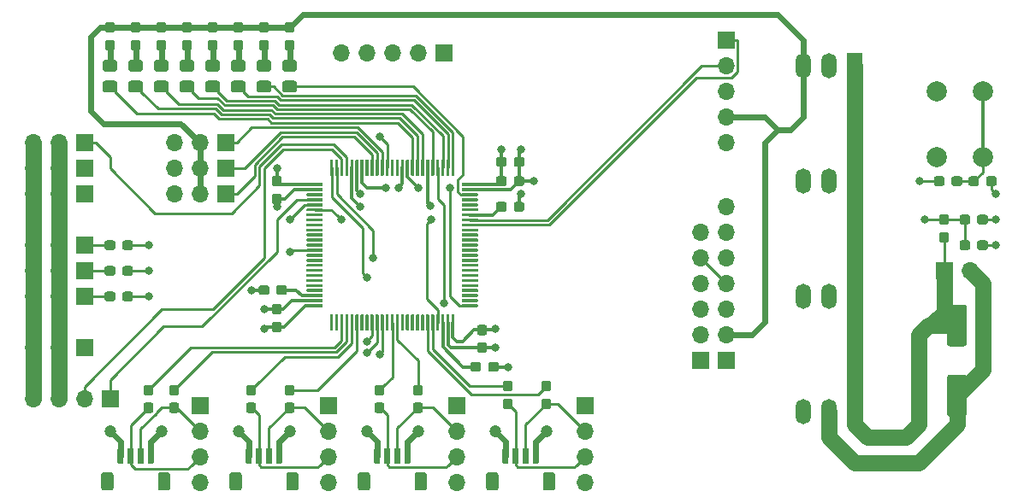
<source format=gbr>
G04 #@! TF.GenerationSoftware,KiCad,Pcbnew,(5.1.4)-1*
G04 #@! TF.CreationDate,2020-02-24T20:22:08+01:00*
G04 #@! TF.ProjectId,stm32_board,73746d33-325f-4626-9f61-72642e6b6963,rev?*
G04 #@! TF.SameCoordinates,Original*
G04 #@! TF.FileFunction,Copper,L1,Top*
G04 #@! TF.FilePolarity,Positive*
%FSLAX46Y46*%
G04 Gerber Fmt 4.6, Leading zero omitted, Abs format (unit mm)*
G04 Created by KiCad (PCBNEW (5.1.4)-1) date 2020-02-24 20:22:08*
%MOMM*%
%LPD*%
G04 APERTURE LIST*
%ADD10C,0.100000*%
%ADD11C,0.300000*%
%ADD12C,0.950000*%
%ADD13C,1.150000*%
%ADD14O,1.700000X1.700000*%
%ADD15R,1.700000X1.700000*%
%ADD16C,2.000000*%
%ADD17O,1.500000X2.500000*%
%ADD18R,1.500000X2.500000*%
%ADD19C,1.200000*%
%ADD20C,0.600000*%
%ADD21C,1.900000*%
%ADD22C,0.800000*%
%ADD23C,1.600000*%
%ADD24C,0.600000*%
%ADD25C,0.250000*%
%ADD26C,0.300000*%
G04 APERTURE END LIST*
D10*
G36*
X94982351Y-115985361D02*
G01*
X94989632Y-115986441D01*
X94996771Y-115988229D01*
X95003701Y-115990709D01*
X95010355Y-115993856D01*
X95016668Y-115997640D01*
X95022579Y-116002024D01*
X95028033Y-116006967D01*
X95032976Y-116012421D01*
X95037360Y-116018332D01*
X95041144Y-116024645D01*
X95044291Y-116031299D01*
X95046771Y-116038229D01*
X95048559Y-116045368D01*
X95049639Y-116052649D01*
X95050000Y-116060000D01*
X95050000Y-117510000D01*
X95049639Y-117517351D01*
X95048559Y-117524632D01*
X95046771Y-117531771D01*
X95044291Y-117538701D01*
X95041144Y-117545355D01*
X95037360Y-117551668D01*
X95032976Y-117557579D01*
X95028033Y-117563033D01*
X95022579Y-117567976D01*
X95016668Y-117572360D01*
X95010355Y-117576144D01*
X95003701Y-117579291D01*
X94996771Y-117581771D01*
X94989632Y-117583559D01*
X94982351Y-117584639D01*
X94975000Y-117585000D01*
X94825000Y-117585000D01*
X94817649Y-117584639D01*
X94810368Y-117583559D01*
X94803229Y-117581771D01*
X94796299Y-117579291D01*
X94789645Y-117576144D01*
X94783332Y-117572360D01*
X94777421Y-117567976D01*
X94771967Y-117563033D01*
X94767024Y-117557579D01*
X94762640Y-117551668D01*
X94758856Y-117545355D01*
X94755709Y-117538701D01*
X94753229Y-117531771D01*
X94751441Y-117524632D01*
X94750361Y-117517351D01*
X94750000Y-117510000D01*
X94750000Y-116060000D01*
X94750361Y-116052649D01*
X94751441Y-116045368D01*
X94753229Y-116038229D01*
X94755709Y-116031299D01*
X94758856Y-116024645D01*
X94762640Y-116018332D01*
X94767024Y-116012421D01*
X94771967Y-116006967D01*
X94777421Y-116002024D01*
X94783332Y-115997640D01*
X94789645Y-115993856D01*
X94796299Y-115990709D01*
X94803229Y-115988229D01*
X94810368Y-115986441D01*
X94817649Y-115985361D01*
X94825000Y-115985000D01*
X94975000Y-115985000D01*
X94982351Y-115985361D01*
X94982351Y-115985361D01*
G37*
D11*
X94900000Y-116785000D03*
D10*
G36*
X94482351Y-115985361D02*
G01*
X94489632Y-115986441D01*
X94496771Y-115988229D01*
X94503701Y-115990709D01*
X94510355Y-115993856D01*
X94516668Y-115997640D01*
X94522579Y-116002024D01*
X94528033Y-116006967D01*
X94532976Y-116012421D01*
X94537360Y-116018332D01*
X94541144Y-116024645D01*
X94544291Y-116031299D01*
X94546771Y-116038229D01*
X94548559Y-116045368D01*
X94549639Y-116052649D01*
X94550000Y-116060000D01*
X94550000Y-117510000D01*
X94549639Y-117517351D01*
X94548559Y-117524632D01*
X94546771Y-117531771D01*
X94544291Y-117538701D01*
X94541144Y-117545355D01*
X94537360Y-117551668D01*
X94532976Y-117557579D01*
X94528033Y-117563033D01*
X94522579Y-117567976D01*
X94516668Y-117572360D01*
X94510355Y-117576144D01*
X94503701Y-117579291D01*
X94496771Y-117581771D01*
X94489632Y-117583559D01*
X94482351Y-117584639D01*
X94475000Y-117585000D01*
X94325000Y-117585000D01*
X94317649Y-117584639D01*
X94310368Y-117583559D01*
X94303229Y-117581771D01*
X94296299Y-117579291D01*
X94289645Y-117576144D01*
X94283332Y-117572360D01*
X94277421Y-117567976D01*
X94271967Y-117563033D01*
X94267024Y-117557579D01*
X94262640Y-117551668D01*
X94258856Y-117545355D01*
X94255709Y-117538701D01*
X94253229Y-117531771D01*
X94251441Y-117524632D01*
X94250361Y-117517351D01*
X94250000Y-117510000D01*
X94250000Y-116060000D01*
X94250361Y-116052649D01*
X94251441Y-116045368D01*
X94253229Y-116038229D01*
X94255709Y-116031299D01*
X94258856Y-116024645D01*
X94262640Y-116018332D01*
X94267024Y-116012421D01*
X94271967Y-116006967D01*
X94277421Y-116002024D01*
X94283332Y-115997640D01*
X94289645Y-115993856D01*
X94296299Y-115990709D01*
X94303229Y-115988229D01*
X94310368Y-115986441D01*
X94317649Y-115985361D01*
X94325000Y-115985000D01*
X94475000Y-115985000D01*
X94482351Y-115985361D01*
X94482351Y-115985361D01*
G37*
D11*
X94400000Y-116785000D03*
D10*
G36*
X93982351Y-115985361D02*
G01*
X93989632Y-115986441D01*
X93996771Y-115988229D01*
X94003701Y-115990709D01*
X94010355Y-115993856D01*
X94016668Y-115997640D01*
X94022579Y-116002024D01*
X94028033Y-116006967D01*
X94032976Y-116012421D01*
X94037360Y-116018332D01*
X94041144Y-116024645D01*
X94044291Y-116031299D01*
X94046771Y-116038229D01*
X94048559Y-116045368D01*
X94049639Y-116052649D01*
X94050000Y-116060000D01*
X94050000Y-117510000D01*
X94049639Y-117517351D01*
X94048559Y-117524632D01*
X94046771Y-117531771D01*
X94044291Y-117538701D01*
X94041144Y-117545355D01*
X94037360Y-117551668D01*
X94032976Y-117557579D01*
X94028033Y-117563033D01*
X94022579Y-117567976D01*
X94016668Y-117572360D01*
X94010355Y-117576144D01*
X94003701Y-117579291D01*
X93996771Y-117581771D01*
X93989632Y-117583559D01*
X93982351Y-117584639D01*
X93975000Y-117585000D01*
X93825000Y-117585000D01*
X93817649Y-117584639D01*
X93810368Y-117583559D01*
X93803229Y-117581771D01*
X93796299Y-117579291D01*
X93789645Y-117576144D01*
X93783332Y-117572360D01*
X93777421Y-117567976D01*
X93771967Y-117563033D01*
X93767024Y-117557579D01*
X93762640Y-117551668D01*
X93758856Y-117545355D01*
X93755709Y-117538701D01*
X93753229Y-117531771D01*
X93751441Y-117524632D01*
X93750361Y-117517351D01*
X93750000Y-117510000D01*
X93750000Y-116060000D01*
X93750361Y-116052649D01*
X93751441Y-116045368D01*
X93753229Y-116038229D01*
X93755709Y-116031299D01*
X93758856Y-116024645D01*
X93762640Y-116018332D01*
X93767024Y-116012421D01*
X93771967Y-116006967D01*
X93777421Y-116002024D01*
X93783332Y-115997640D01*
X93789645Y-115993856D01*
X93796299Y-115990709D01*
X93803229Y-115988229D01*
X93810368Y-115986441D01*
X93817649Y-115985361D01*
X93825000Y-115985000D01*
X93975000Y-115985000D01*
X93982351Y-115985361D01*
X93982351Y-115985361D01*
G37*
D11*
X93900000Y-116785000D03*
D10*
G36*
X93482351Y-115985361D02*
G01*
X93489632Y-115986441D01*
X93496771Y-115988229D01*
X93503701Y-115990709D01*
X93510355Y-115993856D01*
X93516668Y-115997640D01*
X93522579Y-116002024D01*
X93528033Y-116006967D01*
X93532976Y-116012421D01*
X93537360Y-116018332D01*
X93541144Y-116024645D01*
X93544291Y-116031299D01*
X93546771Y-116038229D01*
X93548559Y-116045368D01*
X93549639Y-116052649D01*
X93550000Y-116060000D01*
X93550000Y-117510000D01*
X93549639Y-117517351D01*
X93548559Y-117524632D01*
X93546771Y-117531771D01*
X93544291Y-117538701D01*
X93541144Y-117545355D01*
X93537360Y-117551668D01*
X93532976Y-117557579D01*
X93528033Y-117563033D01*
X93522579Y-117567976D01*
X93516668Y-117572360D01*
X93510355Y-117576144D01*
X93503701Y-117579291D01*
X93496771Y-117581771D01*
X93489632Y-117583559D01*
X93482351Y-117584639D01*
X93475000Y-117585000D01*
X93325000Y-117585000D01*
X93317649Y-117584639D01*
X93310368Y-117583559D01*
X93303229Y-117581771D01*
X93296299Y-117579291D01*
X93289645Y-117576144D01*
X93283332Y-117572360D01*
X93277421Y-117567976D01*
X93271967Y-117563033D01*
X93267024Y-117557579D01*
X93262640Y-117551668D01*
X93258856Y-117545355D01*
X93255709Y-117538701D01*
X93253229Y-117531771D01*
X93251441Y-117524632D01*
X93250361Y-117517351D01*
X93250000Y-117510000D01*
X93250000Y-116060000D01*
X93250361Y-116052649D01*
X93251441Y-116045368D01*
X93253229Y-116038229D01*
X93255709Y-116031299D01*
X93258856Y-116024645D01*
X93262640Y-116018332D01*
X93267024Y-116012421D01*
X93271967Y-116006967D01*
X93277421Y-116002024D01*
X93283332Y-115997640D01*
X93289645Y-115993856D01*
X93296299Y-115990709D01*
X93303229Y-115988229D01*
X93310368Y-115986441D01*
X93317649Y-115985361D01*
X93325000Y-115985000D01*
X93475000Y-115985000D01*
X93482351Y-115985361D01*
X93482351Y-115985361D01*
G37*
D11*
X93400000Y-116785000D03*
D10*
G36*
X92982351Y-115985361D02*
G01*
X92989632Y-115986441D01*
X92996771Y-115988229D01*
X93003701Y-115990709D01*
X93010355Y-115993856D01*
X93016668Y-115997640D01*
X93022579Y-116002024D01*
X93028033Y-116006967D01*
X93032976Y-116012421D01*
X93037360Y-116018332D01*
X93041144Y-116024645D01*
X93044291Y-116031299D01*
X93046771Y-116038229D01*
X93048559Y-116045368D01*
X93049639Y-116052649D01*
X93050000Y-116060000D01*
X93050000Y-117510000D01*
X93049639Y-117517351D01*
X93048559Y-117524632D01*
X93046771Y-117531771D01*
X93044291Y-117538701D01*
X93041144Y-117545355D01*
X93037360Y-117551668D01*
X93032976Y-117557579D01*
X93028033Y-117563033D01*
X93022579Y-117567976D01*
X93016668Y-117572360D01*
X93010355Y-117576144D01*
X93003701Y-117579291D01*
X92996771Y-117581771D01*
X92989632Y-117583559D01*
X92982351Y-117584639D01*
X92975000Y-117585000D01*
X92825000Y-117585000D01*
X92817649Y-117584639D01*
X92810368Y-117583559D01*
X92803229Y-117581771D01*
X92796299Y-117579291D01*
X92789645Y-117576144D01*
X92783332Y-117572360D01*
X92777421Y-117567976D01*
X92771967Y-117563033D01*
X92767024Y-117557579D01*
X92762640Y-117551668D01*
X92758856Y-117545355D01*
X92755709Y-117538701D01*
X92753229Y-117531771D01*
X92751441Y-117524632D01*
X92750361Y-117517351D01*
X92750000Y-117510000D01*
X92750000Y-116060000D01*
X92750361Y-116052649D01*
X92751441Y-116045368D01*
X92753229Y-116038229D01*
X92755709Y-116031299D01*
X92758856Y-116024645D01*
X92762640Y-116018332D01*
X92767024Y-116012421D01*
X92771967Y-116006967D01*
X92777421Y-116002024D01*
X92783332Y-115997640D01*
X92789645Y-115993856D01*
X92796299Y-115990709D01*
X92803229Y-115988229D01*
X92810368Y-115986441D01*
X92817649Y-115985361D01*
X92825000Y-115985000D01*
X92975000Y-115985000D01*
X92982351Y-115985361D01*
X92982351Y-115985361D01*
G37*
D11*
X92900000Y-116785000D03*
D10*
G36*
X92482351Y-115985361D02*
G01*
X92489632Y-115986441D01*
X92496771Y-115988229D01*
X92503701Y-115990709D01*
X92510355Y-115993856D01*
X92516668Y-115997640D01*
X92522579Y-116002024D01*
X92528033Y-116006967D01*
X92532976Y-116012421D01*
X92537360Y-116018332D01*
X92541144Y-116024645D01*
X92544291Y-116031299D01*
X92546771Y-116038229D01*
X92548559Y-116045368D01*
X92549639Y-116052649D01*
X92550000Y-116060000D01*
X92550000Y-117510000D01*
X92549639Y-117517351D01*
X92548559Y-117524632D01*
X92546771Y-117531771D01*
X92544291Y-117538701D01*
X92541144Y-117545355D01*
X92537360Y-117551668D01*
X92532976Y-117557579D01*
X92528033Y-117563033D01*
X92522579Y-117567976D01*
X92516668Y-117572360D01*
X92510355Y-117576144D01*
X92503701Y-117579291D01*
X92496771Y-117581771D01*
X92489632Y-117583559D01*
X92482351Y-117584639D01*
X92475000Y-117585000D01*
X92325000Y-117585000D01*
X92317649Y-117584639D01*
X92310368Y-117583559D01*
X92303229Y-117581771D01*
X92296299Y-117579291D01*
X92289645Y-117576144D01*
X92283332Y-117572360D01*
X92277421Y-117567976D01*
X92271967Y-117563033D01*
X92267024Y-117557579D01*
X92262640Y-117551668D01*
X92258856Y-117545355D01*
X92255709Y-117538701D01*
X92253229Y-117531771D01*
X92251441Y-117524632D01*
X92250361Y-117517351D01*
X92250000Y-117510000D01*
X92250000Y-116060000D01*
X92250361Y-116052649D01*
X92251441Y-116045368D01*
X92253229Y-116038229D01*
X92255709Y-116031299D01*
X92258856Y-116024645D01*
X92262640Y-116018332D01*
X92267024Y-116012421D01*
X92271967Y-116006967D01*
X92277421Y-116002024D01*
X92283332Y-115997640D01*
X92289645Y-115993856D01*
X92296299Y-115990709D01*
X92303229Y-115988229D01*
X92310368Y-115986441D01*
X92317649Y-115985361D01*
X92325000Y-115985000D01*
X92475000Y-115985000D01*
X92482351Y-115985361D01*
X92482351Y-115985361D01*
G37*
D11*
X92400000Y-116785000D03*
D10*
G36*
X91982351Y-115985361D02*
G01*
X91989632Y-115986441D01*
X91996771Y-115988229D01*
X92003701Y-115990709D01*
X92010355Y-115993856D01*
X92016668Y-115997640D01*
X92022579Y-116002024D01*
X92028033Y-116006967D01*
X92032976Y-116012421D01*
X92037360Y-116018332D01*
X92041144Y-116024645D01*
X92044291Y-116031299D01*
X92046771Y-116038229D01*
X92048559Y-116045368D01*
X92049639Y-116052649D01*
X92050000Y-116060000D01*
X92050000Y-117510000D01*
X92049639Y-117517351D01*
X92048559Y-117524632D01*
X92046771Y-117531771D01*
X92044291Y-117538701D01*
X92041144Y-117545355D01*
X92037360Y-117551668D01*
X92032976Y-117557579D01*
X92028033Y-117563033D01*
X92022579Y-117567976D01*
X92016668Y-117572360D01*
X92010355Y-117576144D01*
X92003701Y-117579291D01*
X91996771Y-117581771D01*
X91989632Y-117583559D01*
X91982351Y-117584639D01*
X91975000Y-117585000D01*
X91825000Y-117585000D01*
X91817649Y-117584639D01*
X91810368Y-117583559D01*
X91803229Y-117581771D01*
X91796299Y-117579291D01*
X91789645Y-117576144D01*
X91783332Y-117572360D01*
X91777421Y-117567976D01*
X91771967Y-117563033D01*
X91767024Y-117557579D01*
X91762640Y-117551668D01*
X91758856Y-117545355D01*
X91755709Y-117538701D01*
X91753229Y-117531771D01*
X91751441Y-117524632D01*
X91750361Y-117517351D01*
X91750000Y-117510000D01*
X91750000Y-116060000D01*
X91750361Y-116052649D01*
X91751441Y-116045368D01*
X91753229Y-116038229D01*
X91755709Y-116031299D01*
X91758856Y-116024645D01*
X91762640Y-116018332D01*
X91767024Y-116012421D01*
X91771967Y-116006967D01*
X91777421Y-116002024D01*
X91783332Y-115997640D01*
X91789645Y-115993856D01*
X91796299Y-115990709D01*
X91803229Y-115988229D01*
X91810368Y-115986441D01*
X91817649Y-115985361D01*
X91825000Y-115985000D01*
X91975000Y-115985000D01*
X91982351Y-115985361D01*
X91982351Y-115985361D01*
G37*
D11*
X91900000Y-116785000D03*
D10*
G36*
X91482351Y-115985361D02*
G01*
X91489632Y-115986441D01*
X91496771Y-115988229D01*
X91503701Y-115990709D01*
X91510355Y-115993856D01*
X91516668Y-115997640D01*
X91522579Y-116002024D01*
X91528033Y-116006967D01*
X91532976Y-116012421D01*
X91537360Y-116018332D01*
X91541144Y-116024645D01*
X91544291Y-116031299D01*
X91546771Y-116038229D01*
X91548559Y-116045368D01*
X91549639Y-116052649D01*
X91550000Y-116060000D01*
X91550000Y-117510000D01*
X91549639Y-117517351D01*
X91548559Y-117524632D01*
X91546771Y-117531771D01*
X91544291Y-117538701D01*
X91541144Y-117545355D01*
X91537360Y-117551668D01*
X91532976Y-117557579D01*
X91528033Y-117563033D01*
X91522579Y-117567976D01*
X91516668Y-117572360D01*
X91510355Y-117576144D01*
X91503701Y-117579291D01*
X91496771Y-117581771D01*
X91489632Y-117583559D01*
X91482351Y-117584639D01*
X91475000Y-117585000D01*
X91325000Y-117585000D01*
X91317649Y-117584639D01*
X91310368Y-117583559D01*
X91303229Y-117581771D01*
X91296299Y-117579291D01*
X91289645Y-117576144D01*
X91283332Y-117572360D01*
X91277421Y-117567976D01*
X91271967Y-117563033D01*
X91267024Y-117557579D01*
X91262640Y-117551668D01*
X91258856Y-117545355D01*
X91255709Y-117538701D01*
X91253229Y-117531771D01*
X91251441Y-117524632D01*
X91250361Y-117517351D01*
X91250000Y-117510000D01*
X91250000Y-116060000D01*
X91250361Y-116052649D01*
X91251441Y-116045368D01*
X91253229Y-116038229D01*
X91255709Y-116031299D01*
X91258856Y-116024645D01*
X91262640Y-116018332D01*
X91267024Y-116012421D01*
X91271967Y-116006967D01*
X91277421Y-116002024D01*
X91283332Y-115997640D01*
X91289645Y-115993856D01*
X91296299Y-115990709D01*
X91303229Y-115988229D01*
X91310368Y-115986441D01*
X91317649Y-115985361D01*
X91325000Y-115985000D01*
X91475000Y-115985000D01*
X91482351Y-115985361D01*
X91482351Y-115985361D01*
G37*
D11*
X91400000Y-116785000D03*
D10*
G36*
X90982351Y-115985361D02*
G01*
X90989632Y-115986441D01*
X90996771Y-115988229D01*
X91003701Y-115990709D01*
X91010355Y-115993856D01*
X91016668Y-115997640D01*
X91022579Y-116002024D01*
X91028033Y-116006967D01*
X91032976Y-116012421D01*
X91037360Y-116018332D01*
X91041144Y-116024645D01*
X91044291Y-116031299D01*
X91046771Y-116038229D01*
X91048559Y-116045368D01*
X91049639Y-116052649D01*
X91050000Y-116060000D01*
X91050000Y-117510000D01*
X91049639Y-117517351D01*
X91048559Y-117524632D01*
X91046771Y-117531771D01*
X91044291Y-117538701D01*
X91041144Y-117545355D01*
X91037360Y-117551668D01*
X91032976Y-117557579D01*
X91028033Y-117563033D01*
X91022579Y-117567976D01*
X91016668Y-117572360D01*
X91010355Y-117576144D01*
X91003701Y-117579291D01*
X90996771Y-117581771D01*
X90989632Y-117583559D01*
X90982351Y-117584639D01*
X90975000Y-117585000D01*
X90825000Y-117585000D01*
X90817649Y-117584639D01*
X90810368Y-117583559D01*
X90803229Y-117581771D01*
X90796299Y-117579291D01*
X90789645Y-117576144D01*
X90783332Y-117572360D01*
X90777421Y-117567976D01*
X90771967Y-117563033D01*
X90767024Y-117557579D01*
X90762640Y-117551668D01*
X90758856Y-117545355D01*
X90755709Y-117538701D01*
X90753229Y-117531771D01*
X90751441Y-117524632D01*
X90750361Y-117517351D01*
X90750000Y-117510000D01*
X90750000Y-116060000D01*
X90750361Y-116052649D01*
X90751441Y-116045368D01*
X90753229Y-116038229D01*
X90755709Y-116031299D01*
X90758856Y-116024645D01*
X90762640Y-116018332D01*
X90767024Y-116012421D01*
X90771967Y-116006967D01*
X90777421Y-116002024D01*
X90783332Y-115997640D01*
X90789645Y-115993856D01*
X90796299Y-115990709D01*
X90803229Y-115988229D01*
X90810368Y-115986441D01*
X90817649Y-115985361D01*
X90825000Y-115985000D01*
X90975000Y-115985000D01*
X90982351Y-115985361D01*
X90982351Y-115985361D01*
G37*
D11*
X90900000Y-116785000D03*
D10*
G36*
X90482351Y-115985361D02*
G01*
X90489632Y-115986441D01*
X90496771Y-115988229D01*
X90503701Y-115990709D01*
X90510355Y-115993856D01*
X90516668Y-115997640D01*
X90522579Y-116002024D01*
X90528033Y-116006967D01*
X90532976Y-116012421D01*
X90537360Y-116018332D01*
X90541144Y-116024645D01*
X90544291Y-116031299D01*
X90546771Y-116038229D01*
X90548559Y-116045368D01*
X90549639Y-116052649D01*
X90550000Y-116060000D01*
X90550000Y-117510000D01*
X90549639Y-117517351D01*
X90548559Y-117524632D01*
X90546771Y-117531771D01*
X90544291Y-117538701D01*
X90541144Y-117545355D01*
X90537360Y-117551668D01*
X90532976Y-117557579D01*
X90528033Y-117563033D01*
X90522579Y-117567976D01*
X90516668Y-117572360D01*
X90510355Y-117576144D01*
X90503701Y-117579291D01*
X90496771Y-117581771D01*
X90489632Y-117583559D01*
X90482351Y-117584639D01*
X90475000Y-117585000D01*
X90325000Y-117585000D01*
X90317649Y-117584639D01*
X90310368Y-117583559D01*
X90303229Y-117581771D01*
X90296299Y-117579291D01*
X90289645Y-117576144D01*
X90283332Y-117572360D01*
X90277421Y-117567976D01*
X90271967Y-117563033D01*
X90267024Y-117557579D01*
X90262640Y-117551668D01*
X90258856Y-117545355D01*
X90255709Y-117538701D01*
X90253229Y-117531771D01*
X90251441Y-117524632D01*
X90250361Y-117517351D01*
X90250000Y-117510000D01*
X90250000Y-116060000D01*
X90250361Y-116052649D01*
X90251441Y-116045368D01*
X90253229Y-116038229D01*
X90255709Y-116031299D01*
X90258856Y-116024645D01*
X90262640Y-116018332D01*
X90267024Y-116012421D01*
X90271967Y-116006967D01*
X90277421Y-116002024D01*
X90283332Y-115997640D01*
X90289645Y-115993856D01*
X90296299Y-115990709D01*
X90303229Y-115988229D01*
X90310368Y-115986441D01*
X90317649Y-115985361D01*
X90325000Y-115985000D01*
X90475000Y-115985000D01*
X90482351Y-115985361D01*
X90482351Y-115985361D01*
G37*
D11*
X90400000Y-116785000D03*
D10*
G36*
X89982351Y-115985361D02*
G01*
X89989632Y-115986441D01*
X89996771Y-115988229D01*
X90003701Y-115990709D01*
X90010355Y-115993856D01*
X90016668Y-115997640D01*
X90022579Y-116002024D01*
X90028033Y-116006967D01*
X90032976Y-116012421D01*
X90037360Y-116018332D01*
X90041144Y-116024645D01*
X90044291Y-116031299D01*
X90046771Y-116038229D01*
X90048559Y-116045368D01*
X90049639Y-116052649D01*
X90050000Y-116060000D01*
X90050000Y-117510000D01*
X90049639Y-117517351D01*
X90048559Y-117524632D01*
X90046771Y-117531771D01*
X90044291Y-117538701D01*
X90041144Y-117545355D01*
X90037360Y-117551668D01*
X90032976Y-117557579D01*
X90028033Y-117563033D01*
X90022579Y-117567976D01*
X90016668Y-117572360D01*
X90010355Y-117576144D01*
X90003701Y-117579291D01*
X89996771Y-117581771D01*
X89989632Y-117583559D01*
X89982351Y-117584639D01*
X89975000Y-117585000D01*
X89825000Y-117585000D01*
X89817649Y-117584639D01*
X89810368Y-117583559D01*
X89803229Y-117581771D01*
X89796299Y-117579291D01*
X89789645Y-117576144D01*
X89783332Y-117572360D01*
X89777421Y-117567976D01*
X89771967Y-117563033D01*
X89767024Y-117557579D01*
X89762640Y-117551668D01*
X89758856Y-117545355D01*
X89755709Y-117538701D01*
X89753229Y-117531771D01*
X89751441Y-117524632D01*
X89750361Y-117517351D01*
X89750000Y-117510000D01*
X89750000Y-116060000D01*
X89750361Y-116052649D01*
X89751441Y-116045368D01*
X89753229Y-116038229D01*
X89755709Y-116031299D01*
X89758856Y-116024645D01*
X89762640Y-116018332D01*
X89767024Y-116012421D01*
X89771967Y-116006967D01*
X89777421Y-116002024D01*
X89783332Y-115997640D01*
X89789645Y-115993856D01*
X89796299Y-115990709D01*
X89803229Y-115988229D01*
X89810368Y-115986441D01*
X89817649Y-115985361D01*
X89825000Y-115985000D01*
X89975000Y-115985000D01*
X89982351Y-115985361D01*
X89982351Y-115985361D01*
G37*
D11*
X89900000Y-116785000D03*
D10*
G36*
X89482351Y-115985361D02*
G01*
X89489632Y-115986441D01*
X89496771Y-115988229D01*
X89503701Y-115990709D01*
X89510355Y-115993856D01*
X89516668Y-115997640D01*
X89522579Y-116002024D01*
X89528033Y-116006967D01*
X89532976Y-116012421D01*
X89537360Y-116018332D01*
X89541144Y-116024645D01*
X89544291Y-116031299D01*
X89546771Y-116038229D01*
X89548559Y-116045368D01*
X89549639Y-116052649D01*
X89550000Y-116060000D01*
X89550000Y-117510000D01*
X89549639Y-117517351D01*
X89548559Y-117524632D01*
X89546771Y-117531771D01*
X89544291Y-117538701D01*
X89541144Y-117545355D01*
X89537360Y-117551668D01*
X89532976Y-117557579D01*
X89528033Y-117563033D01*
X89522579Y-117567976D01*
X89516668Y-117572360D01*
X89510355Y-117576144D01*
X89503701Y-117579291D01*
X89496771Y-117581771D01*
X89489632Y-117583559D01*
X89482351Y-117584639D01*
X89475000Y-117585000D01*
X89325000Y-117585000D01*
X89317649Y-117584639D01*
X89310368Y-117583559D01*
X89303229Y-117581771D01*
X89296299Y-117579291D01*
X89289645Y-117576144D01*
X89283332Y-117572360D01*
X89277421Y-117567976D01*
X89271967Y-117563033D01*
X89267024Y-117557579D01*
X89262640Y-117551668D01*
X89258856Y-117545355D01*
X89255709Y-117538701D01*
X89253229Y-117531771D01*
X89251441Y-117524632D01*
X89250361Y-117517351D01*
X89250000Y-117510000D01*
X89250000Y-116060000D01*
X89250361Y-116052649D01*
X89251441Y-116045368D01*
X89253229Y-116038229D01*
X89255709Y-116031299D01*
X89258856Y-116024645D01*
X89262640Y-116018332D01*
X89267024Y-116012421D01*
X89271967Y-116006967D01*
X89277421Y-116002024D01*
X89283332Y-115997640D01*
X89289645Y-115993856D01*
X89296299Y-115990709D01*
X89303229Y-115988229D01*
X89310368Y-115986441D01*
X89317649Y-115985361D01*
X89325000Y-115985000D01*
X89475000Y-115985000D01*
X89482351Y-115985361D01*
X89482351Y-115985361D01*
G37*
D11*
X89400000Y-116785000D03*
D10*
G36*
X88982351Y-115985361D02*
G01*
X88989632Y-115986441D01*
X88996771Y-115988229D01*
X89003701Y-115990709D01*
X89010355Y-115993856D01*
X89016668Y-115997640D01*
X89022579Y-116002024D01*
X89028033Y-116006967D01*
X89032976Y-116012421D01*
X89037360Y-116018332D01*
X89041144Y-116024645D01*
X89044291Y-116031299D01*
X89046771Y-116038229D01*
X89048559Y-116045368D01*
X89049639Y-116052649D01*
X89050000Y-116060000D01*
X89050000Y-117510000D01*
X89049639Y-117517351D01*
X89048559Y-117524632D01*
X89046771Y-117531771D01*
X89044291Y-117538701D01*
X89041144Y-117545355D01*
X89037360Y-117551668D01*
X89032976Y-117557579D01*
X89028033Y-117563033D01*
X89022579Y-117567976D01*
X89016668Y-117572360D01*
X89010355Y-117576144D01*
X89003701Y-117579291D01*
X88996771Y-117581771D01*
X88989632Y-117583559D01*
X88982351Y-117584639D01*
X88975000Y-117585000D01*
X88825000Y-117585000D01*
X88817649Y-117584639D01*
X88810368Y-117583559D01*
X88803229Y-117581771D01*
X88796299Y-117579291D01*
X88789645Y-117576144D01*
X88783332Y-117572360D01*
X88777421Y-117567976D01*
X88771967Y-117563033D01*
X88767024Y-117557579D01*
X88762640Y-117551668D01*
X88758856Y-117545355D01*
X88755709Y-117538701D01*
X88753229Y-117531771D01*
X88751441Y-117524632D01*
X88750361Y-117517351D01*
X88750000Y-117510000D01*
X88750000Y-116060000D01*
X88750361Y-116052649D01*
X88751441Y-116045368D01*
X88753229Y-116038229D01*
X88755709Y-116031299D01*
X88758856Y-116024645D01*
X88762640Y-116018332D01*
X88767024Y-116012421D01*
X88771967Y-116006967D01*
X88777421Y-116002024D01*
X88783332Y-115997640D01*
X88789645Y-115993856D01*
X88796299Y-115990709D01*
X88803229Y-115988229D01*
X88810368Y-115986441D01*
X88817649Y-115985361D01*
X88825000Y-115985000D01*
X88975000Y-115985000D01*
X88982351Y-115985361D01*
X88982351Y-115985361D01*
G37*
D11*
X88900000Y-116785000D03*
D10*
G36*
X88482351Y-115985361D02*
G01*
X88489632Y-115986441D01*
X88496771Y-115988229D01*
X88503701Y-115990709D01*
X88510355Y-115993856D01*
X88516668Y-115997640D01*
X88522579Y-116002024D01*
X88528033Y-116006967D01*
X88532976Y-116012421D01*
X88537360Y-116018332D01*
X88541144Y-116024645D01*
X88544291Y-116031299D01*
X88546771Y-116038229D01*
X88548559Y-116045368D01*
X88549639Y-116052649D01*
X88550000Y-116060000D01*
X88550000Y-117510000D01*
X88549639Y-117517351D01*
X88548559Y-117524632D01*
X88546771Y-117531771D01*
X88544291Y-117538701D01*
X88541144Y-117545355D01*
X88537360Y-117551668D01*
X88532976Y-117557579D01*
X88528033Y-117563033D01*
X88522579Y-117567976D01*
X88516668Y-117572360D01*
X88510355Y-117576144D01*
X88503701Y-117579291D01*
X88496771Y-117581771D01*
X88489632Y-117583559D01*
X88482351Y-117584639D01*
X88475000Y-117585000D01*
X88325000Y-117585000D01*
X88317649Y-117584639D01*
X88310368Y-117583559D01*
X88303229Y-117581771D01*
X88296299Y-117579291D01*
X88289645Y-117576144D01*
X88283332Y-117572360D01*
X88277421Y-117567976D01*
X88271967Y-117563033D01*
X88267024Y-117557579D01*
X88262640Y-117551668D01*
X88258856Y-117545355D01*
X88255709Y-117538701D01*
X88253229Y-117531771D01*
X88251441Y-117524632D01*
X88250361Y-117517351D01*
X88250000Y-117510000D01*
X88250000Y-116060000D01*
X88250361Y-116052649D01*
X88251441Y-116045368D01*
X88253229Y-116038229D01*
X88255709Y-116031299D01*
X88258856Y-116024645D01*
X88262640Y-116018332D01*
X88267024Y-116012421D01*
X88271967Y-116006967D01*
X88277421Y-116002024D01*
X88283332Y-115997640D01*
X88289645Y-115993856D01*
X88296299Y-115990709D01*
X88303229Y-115988229D01*
X88310368Y-115986441D01*
X88317649Y-115985361D01*
X88325000Y-115985000D01*
X88475000Y-115985000D01*
X88482351Y-115985361D01*
X88482351Y-115985361D01*
G37*
D11*
X88400000Y-116785000D03*
D10*
G36*
X87982351Y-115985361D02*
G01*
X87989632Y-115986441D01*
X87996771Y-115988229D01*
X88003701Y-115990709D01*
X88010355Y-115993856D01*
X88016668Y-115997640D01*
X88022579Y-116002024D01*
X88028033Y-116006967D01*
X88032976Y-116012421D01*
X88037360Y-116018332D01*
X88041144Y-116024645D01*
X88044291Y-116031299D01*
X88046771Y-116038229D01*
X88048559Y-116045368D01*
X88049639Y-116052649D01*
X88050000Y-116060000D01*
X88050000Y-117510000D01*
X88049639Y-117517351D01*
X88048559Y-117524632D01*
X88046771Y-117531771D01*
X88044291Y-117538701D01*
X88041144Y-117545355D01*
X88037360Y-117551668D01*
X88032976Y-117557579D01*
X88028033Y-117563033D01*
X88022579Y-117567976D01*
X88016668Y-117572360D01*
X88010355Y-117576144D01*
X88003701Y-117579291D01*
X87996771Y-117581771D01*
X87989632Y-117583559D01*
X87982351Y-117584639D01*
X87975000Y-117585000D01*
X87825000Y-117585000D01*
X87817649Y-117584639D01*
X87810368Y-117583559D01*
X87803229Y-117581771D01*
X87796299Y-117579291D01*
X87789645Y-117576144D01*
X87783332Y-117572360D01*
X87777421Y-117567976D01*
X87771967Y-117563033D01*
X87767024Y-117557579D01*
X87762640Y-117551668D01*
X87758856Y-117545355D01*
X87755709Y-117538701D01*
X87753229Y-117531771D01*
X87751441Y-117524632D01*
X87750361Y-117517351D01*
X87750000Y-117510000D01*
X87750000Y-116060000D01*
X87750361Y-116052649D01*
X87751441Y-116045368D01*
X87753229Y-116038229D01*
X87755709Y-116031299D01*
X87758856Y-116024645D01*
X87762640Y-116018332D01*
X87767024Y-116012421D01*
X87771967Y-116006967D01*
X87777421Y-116002024D01*
X87783332Y-115997640D01*
X87789645Y-115993856D01*
X87796299Y-115990709D01*
X87803229Y-115988229D01*
X87810368Y-115986441D01*
X87817649Y-115985361D01*
X87825000Y-115985000D01*
X87975000Y-115985000D01*
X87982351Y-115985361D01*
X87982351Y-115985361D01*
G37*
D11*
X87900000Y-116785000D03*
D10*
G36*
X87482351Y-115985361D02*
G01*
X87489632Y-115986441D01*
X87496771Y-115988229D01*
X87503701Y-115990709D01*
X87510355Y-115993856D01*
X87516668Y-115997640D01*
X87522579Y-116002024D01*
X87528033Y-116006967D01*
X87532976Y-116012421D01*
X87537360Y-116018332D01*
X87541144Y-116024645D01*
X87544291Y-116031299D01*
X87546771Y-116038229D01*
X87548559Y-116045368D01*
X87549639Y-116052649D01*
X87550000Y-116060000D01*
X87550000Y-117510000D01*
X87549639Y-117517351D01*
X87548559Y-117524632D01*
X87546771Y-117531771D01*
X87544291Y-117538701D01*
X87541144Y-117545355D01*
X87537360Y-117551668D01*
X87532976Y-117557579D01*
X87528033Y-117563033D01*
X87522579Y-117567976D01*
X87516668Y-117572360D01*
X87510355Y-117576144D01*
X87503701Y-117579291D01*
X87496771Y-117581771D01*
X87489632Y-117583559D01*
X87482351Y-117584639D01*
X87475000Y-117585000D01*
X87325000Y-117585000D01*
X87317649Y-117584639D01*
X87310368Y-117583559D01*
X87303229Y-117581771D01*
X87296299Y-117579291D01*
X87289645Y-117576144D01*
X87283332Y-117572360D01*
X87277421Y-117567976D01*
X87271967Y-117563033D01*
X87267024Y-117557579D01*
X87262640Y-117551668D01*
X87258856Y-117545355D01*
X87255709Y-117538701D01*
X87253229Y-117531771D01*
X87251441Y-117524632D01*
X87250361Y-117517351D01*
X87250000Y-117510000D01*
X87250000Y-116060000D01*
X87250361Y-116052649D01*
X87251441Y-116045368D01*
X87253229Y-116038229D01*
X87255709Y-116031299D01*
X87258856Y-116024645D01*
X87262640Y-116018332D01*
X87267024Y-116012421D01*
X87271967Y-116006967D01*
X87277421Y-116002024D01*
X87283332Y-115997640D01*
X87289645Y-115993856D01*
X87296299Y-115990709D01*
X87303229Y-115988229D01*
X87310368Y-115986441D01*
X87317649Y-115985361D01*
X87325000Y-115985000D01*
X87475000Y-115985000D01*
X87482351Y-115985361D01*
X87482351Y-115985361D01*
G37*
D11*
X87400000Y-116785000D03*
D10*
G36*
X86982351Y-115985361D02*
G01*
X86989632Y-115986441D01*
X86996771Y-115988229D01*
X87003701Y-115990709D01*
X87010355Y-115993856D01*
X87016668Y-115997640D01*
X87022579Y-116002024D01*
X87028033Y-116006967D01*
X87032976Y-116012421D01*
X87037360Y-116018332D01*
X87041144Y-116024645D01*
X87044291Y-116031299D01*
X87046771Y-116038229D01*
X87048559Y-116045368D01*
X87049639Y-116052649D01*
X87050000Y-116060000D01*
X87050000Y-117510000D01*
X87049639Y-117517351D01*
X87048559Y-117524632D01*
X87046771Y-117531771D01*
X87044291Y-117538701D01*
X87041144Y-117545355D01*
X87037360Y-117551668D01*
X87032976Y-117557579D01*
X87028033Y-117563033D01*
X87022579Y-117567976D01*
X87016668Y-117572360D01*
X87010355Y-117576144D01*
X87003701Y-117579291D01*
X86996771Y-117581771D01*
X86989632Y-117583559D01*
X86982351Y-117584639D01*
X86975000Y-117585000D01*
X86825000Y-117585000D01*
X86817649Y-117584639D01*
X86810368Y-117583559D01*
X86803229Y-117581771D01*
X86796299Y-117579291D01*
X86789645Y-117576144D01*
X86783332Y-117572360D01*
X86777421Y-117567976D01*
X86771967Y-117563033D01*
X86767024Y-117557579D01*
X86762640Y-117551668D01*
X86758856Y-117545355D01*
X86755709Y-117538701D01*
X86753229Y-117531771D01*
X86751441Y-117524632D01*
X86750361Y-117517351D01*
X86750000Y-117510000D01*
X86750000Y-116060000D01*
X86750361Y-116052649D01*
X86751441Y-116045368D01*
X86753229Y-116038229D01*
X86755709Y-116031299D01*
X86758856Y-116024645D01*
X86762640Y-116018332D01*
X86767024Y-116012421D01*
X86771967Y-116006967D01*
X86777421Y-116002024D01*
X86783332Y-115997640D01*
X86789645Y-115993856D01*
X86796299Y-115990709D01*
X86803229Y-115988229D01*
X86810368Y-115986441D01*
X86817649Y-115985361D01*
X86825000Y-115985000D01*
X86975000Y-115985000D01*
X86982351Y-115985361D01*
X86982351Y-115985361D01*
G37*
D11*
X86900000Y-116785000D03*
D10*
G36*
X86482351Y-115985361D02*
G01*
X86489632Y-115986441D01*
X86496771Y-115988229D01*
X86503701Y-115990709D01*
X86510355Y-115993856D01*
X86516668Y-115997640D01*
X86522579Y-116002024D01*
X86528033Y-116006967D01*
X86532976Y-116012421D01*
X86537360Y-116018332D01*
X86541144Y-116024645D01*
X86544291Y-116031299D01*
X86546771Y-116038229D01*
X86548559Y-116045368D01*
X86549639Y-116052649D01*
X86550000Y-116060000D01*
X86550000Y-117510000D01*
X86549639Y-117517351D01*
X86548559Y-117524632D01*
X86546771Y-117531771D01*
X86544291Y-117538701D01*
X86541144Y-117545355D01*
X86537360Y-117551668D01*
X86532976Y-117557579D01*
X86528033Y-117563033D01*
X86522579Y-117567976D01*
X86516668Y-117572360D01*
X86510355Y-117576144D01*
X86503701Y-117579291D01*
X86496771Y-117581771D01*
X86489632Y-117583559D01*
X86482351Y-117584639D01*
X86475000Y-117585000D01*
X86325000Y-117585000D01*
X86317649Y-117584639D01*
X86310368Y-117583559D01*
X86303229Y-117581771D01*
X86296299Y-117579291D01*
X86289645Y-117576144D01*
X86283332Y-117572360D01*
X86277421Y-117567976D01*
X86271967Y-117563033D01*
X86267024Y-117557579D01*
X86262640Y-117551668D01*
X86258856Y-117545355D01*
X86255709Y-117538701D01*
X86253229Y-117531771D01*
X86251441Y-117524632D01*
X86250361Y-117517351D01*
X86250000Y-117510000D01*
X86250000Y-116060000D01*
X86250361Y-116052649D01*
X86251441Y-116045368D01*
X86253229Y-116038229D01*
X86255709Y-116031299D01*
X86258856Y-116024645D01*
X86262640Y-116018332D01*
X86267024Y-116012421D01*
X86271967Y-116006967D01*
X86277421Y-116002024D01*
X86283332Y-115997640D01*
X86289645Y-115993856D01*
X86296299Y-115990709D01*
X86303229Y-115988229D01*
X86310368Y-115986441D01*
X86317649Y-115985361D01*
X86325000Y-115985000D01*
X86475000Y-115985000D01*
X86482351Y-115985361D01*
X86482351Y-115985361D01*
G37*
D11*
X86400000Y-116785000D03*
D10*
G36*
X85982351Y-115985361D02*
G01*
X85989632Y-115986441D01*
X85996771Y-115988229D01*
X86003701Y-115990709D01*
X86010355Y-115993856D01*
X86016668Y-115997640D01*
X86022579Y-116002024D01*
X86028033Y-116006967D01*
X86032976Y-116012421D01*
X86037360Y-116018332D01*
X86041144Y-116024645D01*
X86044291Y-116031299D01*
X86046771Y-116038229D01*
X86048559Y-116045368D01*
X86049639Y-116052649D01*
X86050000Y-116060000D01*
X86050000Y-117510000D01*
X86049639Y-117517351D01*
X86048559Y-117524632D01*
X86046771Y-117531771D01*
X86044291Y-117538701D01*
X86041144Y-117545355D01*
X86037360Y-117551668D01*
X86032976Y-117557579D01*
X86028033Y-117563033D01*
X86022579Y-117567976D01*
X86016668Y-117572360D01*
X86010355Y-117576144D01*
X86003701Y-117579291D01*
X85996771Y-117581771D01*
X85989632Y-117583559D01*
X85982351Y-117584639D01*
X85975000Y-117585000D01*
X85825000Y-117585000D01*
X85817649Y-117584639D01*
X85810368Y-117583559D01*
X85803229Y-117581771D01*
X85796299Y-117579291D01*
X85789645Y-117576144D01*
X85783332Y-117572360D01*
X85777421Y-117567976D01*
X85771967Y-117563033D01*
X85767024Y-117557579D01*
X85762640Y-117551668D01*
X85758856Y-117545355D01*
X85755709Y-117538701D01*
X85753229Y-117531771D01*
X85751441Y-117524632D01*
X85750361Y-117517351D01*
X85750000Y-117510000D01*
X85750000Y-116060000D01*
X85750361Y-116052649D01*
X85751441Y-116045368D01*
X85753229Y-116038229D01*
X85755709Y-116031299D01*
X85758856Y-116024645D01*
X85762640Y-116018332D01*
X85767024Y-116012421D01*
X85771967Y-116006967D01*
X85777421Y-116002024D01*
X85783332Y-115997640D01*
X85789645Y-115993856D01*
X85796299Y-115990709D01*
X85803229Y-115988229D01*
X85810368Y-115986441D01*
X85817649Y-115985361D01*
X85825000Y-115985000D01*
X85975000Y-115985000D01*
X85982351Y-115985361D01*
X85982351Y-115985361D01*
G37*
D11*
X85900000Y-116785000D03*
D10*
G36*
X85482351Y-115985361D02*
G01*
X85489632Y-115986441D01*
X85496771Y-115988229D01*
X85503701Y-115990709D01*
X85510355Y-115993856D01*
X85516668Y-115997640D01*
X85522579Y-116002024D01*
X85528033Y-116006967D01*
X85532976Y-116012421D01*
X85537360Y-116018332D01*
X85541144Y-116024645D01*
X85544291Y-116031299D01*
X85546771Y-116038229D01*
X85548559Y-116045368D01*
X85549639Y-116052649D01*
X85550000Y-116060000D01*
X85550000Y-117510000D01*
X85549639Y-117517351D01*
X85548559Y-117524632D01*
X85546771Y-117531771D01*
X85544291Y-117538701D01*
X85541144Y-117545355D01*
X85537360Y-117551668D01*
X85532976Y-117557579D01*
X85528033Y-117563033D01*
X85522579Y-117567976D01*
X85516668Y-117572360D01*
X85510355Y-117576144D01*
X85503701Y-117579291D01*
X85496771Y-117581771D01*
X85489632Y-117583559D01*
X85482351Y-117584639D01*
X85475000Y-117585000D01*
X85325000Y-117585000D01*
X85317649Y-117584639D01*
X85310368Y-117583559D01*
X85303229Y-117581771D01*
X85296299Y-117579291D01*
X85289645Y-117576144D01*
X85283332Y-117572360D01*
X85277421Y-117567976D01*
X85271967Y-117563033D01*
X85267024Y-117557579D01*
X85262640Y-117551668D01*
X85258856Y-117545355D01*
X85255709Y-117538701D01*
X85253229Y-117531771D01*
X85251441Y-117524632D01*
X85250361Y-117517351D01*
X85250000Y-117510000D01*
X85250000Y-116060000D01*
X85250361Y-116052649D01*
X85251441Y-116045368D01*
X85253229Y-116038229D01*
X85255709Y-116031299D01*
X85258856Y-116024645D01*
X85262640Y-116018332D01*
X85267024Y-116012421D01*
X85271967Y-116006967D01*
X85277421Y-116002024D01*
X85283332Y-115997640D01*
X85289645Y-115993856D01*
X85296299Y-115990709D01*
X85303229Y-115988229D01*
X85310368Y-115986441D01*
X85317649Y-115985361D01*
X85325000Y-115985000D01*
X85475000Y-115985000D01*
X85482351Y-115985361D01*
X85482351Y-115985361D01*
G37*
D11*
X85400000Y-116785000D03*
D10*
G36*
X84982351Y-115985361D02*
G01*
X84989632Y-115986441D01*
X84996771Y-115988229D01*
X85003701Y-115990709D01*
X85010355Y-115993856D01*
X85016668Y-115997640D01*
X85022579Y-116002024D01*
X85028033Y-116006967D01*
X85032976Y-116012421D01*
X85037360Y-116018332D01*
X85041144Y-116024645D01*
X85044291Y-116031299D01*
X85046771Y-116038229D01*
X85048559Y-116045368D01*
X85049639Y-116052649D01*
X85050000Y-116060000D01*
X85050000Y-117510000D01*
X85049639Y-117517351D01*
X85048559Y-117524632D01*
X85046771Y-117531771D01*
X85044291Y-117538701D01*
X85041144Y-117545355D01*
X85037360Y-117551668D01*
X85032976Y-117557579D01*
X85028033Y-117563033D01*
X85022579Y-117567976D01*
X85016668Y-117572360D01*
X85010355Y-117576144D01*
X85003701Y-117579291D01*
X84996771Y-117581771D01*
X84989632Y-117583559D01*
X84982351Y-117584639D01*
X84975000Y-117585000D01*
X84825000Y-117585000D01*
X84817649Y-117584639D01*
X84810368Y-117583559D01*
X84803229Y-117581771D01*
X84796299Y-117579291D01*
X84789645Y-117576144D01*
X84783332Y-117572360D01*
X84777421Y-117567976D01*
X84771967Y-117563033D01*
X84767024Y-117557579D01*
X84762640Y-117551668D01*
X84758856Y-117545355D01*
X84755709Y-117538701D01*
X84753229Y-117531771D01*
X84751441Y-117524632D01*
X84750361Y-117517351D01*
X84750000Y-117510000D01*
X84750000Y-116060000D01*
X84750361Y-116052649D01*
X84751441Y-116045368D01*
X84753229Y-116038229D01*
X84755709Y-116031299D01*
X84758856Y-116024645D01*
X84762640Y-116018332D01*
X84767024Y-116012421D01*
X84771967Y-116006967D01*
X84777421Y-116002024D01*
X84783332Y-115997640D01*
X84789645Y-115993856D01*
X84796299Y-115990709D01*
X84803229Y-115988229D01*
X84810368Y-115986441D01*
X84817649Y-115985361D01*
X84825000Y-115985000D01*
X84975000Y-115985000D01*
X84982351Y-115985361D01*
X84982351Y-115985361D01*
G37*
D11*
X84900000Y-116785000D03*
D10*
G36*
X84482351Y-115985361D02*
G01*
X84489632Y-115986441D01*
X84496771Y-115988229D01*
X84503701Y-115990709D01*
X84510355Y-115993856D01*
X84516668Y-115997640D01*
X84522579Y-116002024D01*
X84528033Y-116006967D01*
X84532976Y-116012421D01*
X84537360Y-116018332D01*
X84541144Y-116024645D01*
X84544291Y-116031299D01*
X84546771Y-116038229D01*
X84548559Y-116045368D01*
X84549639Y-116052649D01*
X84550000Y-116060000D01*
X84550000Y-117510000D01*
X84549639Y-117517351D01*
X84548559Y-117524632D01*
X84546771Y-117531771D01*
X84544291Y-117538701D01*
X84541144Y-117545355D01*
X84537360Y-117551668D01*
X84532976Y-117557579D01*
X84528033Y-117563033D01*
X84522579Y-117567976D01*
X84516668Y-117572360D01*
X84510355Y-117576144D01*
X84503701Y-117579291D01*
X84496771Y-117581771D01*
X84489632Y-117583559D01*
X84482351Y-117584639D01*
X84475000Y-117585000D01*
X84325000Y-117585000D01*
X84317649Y-117584639D01*
X84310368Y-117583559D01*
X84303229Y-117581771D01*
X84296299Y-117579291D01*
X84289645Y-117576144D01*
X84283332Y-117572360D01*
X84277421Y-117567976D01*
X84271967Y-117563033D01*
X84267024Y-117557579D01*
X84262640Y-117551668D01*
X84258856Y-117545355D01*
X84255709Y-117538701D01*
X84253229Y-117531771D01*
X84251441Y-117524632D01*
X84250361Y-117517351D01*
X84250000Y-117510000D01*
X84250000Y-116060000D01*
X84250361Y-116052649D01*
X84251441Y-116045368D01*
X84253229Y-116038229D01*
X84255709Y-116031299D01*
X84258856Y-116024645D01*
X84262640Y-116018332D01*
X84267024Y-116012421D01*
X84271967Y-116006967D01*
X84277421Y-116002024D01*
X84283332Y-115997640D01*
X84289645Y-115993856D01*
X84296299Y-115990709D01*
X84303229Y-115988229D01*
X84310368Y-115986441D01*
X84317649Y-115985361D01*
X84325000Y-115985000D01*
X84475000Y-115985000D01*
X84482351Y-115985361D01*
X84482351Y-115985361D01*
G37*
D11*
X84400000Y-116785000D03*
D10*
G36*
X83982351Y-115985361D02*
G01*
X83989632Y-115986441D01*
X83996771Y-115988229D01*
X84003701Y-115990709D01*
X84010355Y-115993856D01*
X84016668Y-115997640D01*
X84022579Y-116002024D01*
X84028033Y-116006967D01*
X84032976Y-116012421D01*
X84037360Y-116018332D01*
X84041144Y-116024645D01*
X84044291Y-116031299D01*
X84046771Y-116038229D01*
X84048559Y-116045368D01*
X84049639Y-116052649D01*
X84050000Y-116060000D01*
X84050000Y-117510000D01*
X84049639Y-117517351D01*
X84048559Y-117524632D01*
X84046771Y-117531771D01*
X84044291Y-117538701D01*
X84041144Y-117545355D01*
X84037360Y-117551668D01*
X84032976Y-117557579D01*
X84028033Y-117563033D01*
X84022579Y-117567976D01*
X84016668Y-117572360D01*
X84010355Y-117576144D01*
X84003701Y-117579291D01*
X83996771Y-117581771D01*
X83989632Y-117583559D01*
X83982351Y-117584639D01*
X83975000Y-117585000D01*
X83825000Y-117585000D01*
X83817649Y-117584639D01*
X83810368Y-117583559D01*
X83803229Y-117581771D01*
X83796299Y-117579291D01*
X83789645Y-117576144D01*
X83783332Y-117572360D01*
X83777421Y-117567976D01*
X83771967Y-117563033D01*
X83767024Y-117557579D01*
X83762640Y-117551668D01*
X83758856Y-117545355D01*
X83755709Y-117538701D01*
X83753229Y-117531771D01*
X83751441Y-117524632D01*
X83750361Y-117517351D01*
X83750000Y-117510000D01*
X83750000Y-116060000D01*
X83750361Y-116052649D01*
X83751441Y-116045368D01*
X83753229Y-116038229D01*
X83755709Y-116031299D01*
X83758856Y-116024645D01*
X83762640Y-116018332D01*
X83767024Y-116012421D01*
X83771967Y-116006967D01*
X83777421Y-116002024D01*
X83783332Y-115997640D01*
X83789645Y-115993856D01*
X83796299Y-115990709D01*
X83803229Y-115988229D01*
X83810368Y-115986441D01*
X83817649Y-115985361D01*
X83825000Y-115985000D01*
X83975000Y-115985000D01*
X83982351Y-115985361D01*
X83982351Y-115985361D01*
G37*
D11*
X83900000Y-116785000D03*
D10*
G36*
X83482351Y-115985361D02*
G01*
X83489632Y-115986441D01*
X83496771Y-115988229D01*
X83503701Y-115990709D01*
X83510355Y-115993856D01*
X83516668Y-115997640D01*
X83522579Y-116002024D01*
X83528033Y-116006967D01*
X83532976Y-116012421D01*
X83537360Y-116018332D01*
X83541144Y-116024645D01*
X83544291Y-116031299D01*
X83546771Y-116038229D01*
X83548559Y-116045368D01*
X83549639Y-116052649D01*
X83550000Y-116060000D01*
X83550000Y-117510000D01*
X83549639Y-117517351D01*
X83548559Y-117524632D01*
X83546771Y-117531771D01*
X83544291Y-117538701D01*
X83541144Y-117545355D01*
X83537360Y-117551668D01*
X83532976Y-117557579D01*
X83528033Y-117563033D01*
X83522579Y-117567976D01*
X83516668Y-117572360D01*
X83510355Y-117576144D01*
X83503701Y-117579291D01*
X83496771Y-117581771D01*
X83489632Y-117583559D01*
X83482351Y-117584639D01*
X83475000Y-117585000D01*
X83325000Y-117585000D01*
X83317649Y-117584639D01*
X83310368Y-117583559D01*
X83303229Y-117581771D01*
X83296299Y-117579291D01*
X83289645Y-117576144D01*
X83283332Y-117572360D01*
X83277421Y-117567976D01*
X83271967Y-117563033D01*
X83267024Y-117557579D01*
X83262640Y-117551668D01*
X83258856Y-117545355D01*
X83255709Y-117538701D01*
X83253229Y-117531771D01*
X83251441Y-117524632D01*
X83250361Y-117517351D01*
X83250000Y-117510000D01*
X83250000Y-116060000D01*
X83250361Y-116052649D01*
X83251441Y-116045368D01*
X83253229Y-116038229D01*
X83255709Y-116031299D01*
X83258856Y-116024645D01*
X83262640Y-116018332D01*
X83267024Y-116012421D01*
X83271967Y-116006967D01*
X83277421Y-116002024D01*
X83283332Y-115997640D01*
X83289645Y-115993856D01*
X83296299Y-115990709D01*
X83303229Y-115988229D01*
X83310368Y-115986441D01*
X83317649Y-115985361D01*
X83325000Y-115985000D01*
X83475000Y-115985000D01*
X83482351Y-115985361D01*
X83482351Y-115985361D01*
G37*
D11*
X83400000Y-116785000D03*
D10*
G36*
X82982351Y-115985361D02*
G01*
X82989632Y-115986441D01*
X82996771Y-115988229D01*
X83003701Y-115990709D01*
X83010355Y-115993856D01*
X83016668Y-115997640D01*
X83022579Y-116002024D01*
X83028033Y-116006967D01*
X83032976Y-116012421D01*
X83037360Y-116018332D01*
X83041144Y-116024645D01*
X83044291Y-116031299D01*
X83046771Y-116038229D01*
X83048559Y-116045368D01*
X83049639Y-116052649D01*
X83050000Y-116060000D01*
X83050000Y-117510000D01*
X83049639Y-117517351D01*
X83048559Y-117524632D01*
X83046771Y-117531771D01*
X83044291Y-117538701D01*
X83041144Y-117545355D01*
X83037360Y-117551668D01*
X83032976Y-117557579D01*
X83028033Y-117563033D01*
X83022579Y-117567976D01*
X83016668Y-117572360D01*
X83010355Y-117576144D01*
X83003701Y-117579291D01*
X82996771Y-117581771D01*
X82989632Y-117583559D01*
X82982351Y-117584639D01*
X82975000Y-117585000D01*
X82825000Y-117585000D01*
X82817649Y-117584639D01*
X82810368Y-117583559D01*
X82803229Y-117581771D01*
X82796299Y-117579291D01*
X82789645Y-117576144D01*
X82783332Y-117572360D01*
X82777421Y-117567976D01*
X82771967Y-117563033D01*
X82767024Y-117557579D01*
X82762640Y-117551668D01*
X82758856Y-117545355D01*
X82755709Y-117538701D01*
X82753229Y-117531771D01*
X82751441Y-117524632D01*
X82750361Y-117517351D01*
X82750000Y-117510000D01*
X82750000Y-116060000D01*
X82750361Y-116052649D01*
X82751441Y-116045368D01*
X82753229Y-116038229D01*
X82755709Y-116031299D01*
X82758856Y-116024645D01*
X82762640Y-116018332D01*
X82767024Y-116012421D01*
X82771967Y-116006967D01*
X82777421Y-116002024D01*
X82783332Y-115997640D01*
X82789645Y-115993856D01*
X82796299Y-115990709D01*
X82803229Y-115988229D01*
X82810368Y-115986441D01*
X82817649Y-115985361D01*
X82825000Y-115985000D01*
X82975000Y-115985000D01*
X82982351Y-115985361D01*
X82982351Y-115985361D01*
G37*
D11*
X82900000Y-116785000D03*
D10*
G36*
X81957351Y-118310361D02*
G01*
X81964632Y-118311441D01*
X81971771Y-118313229D01*
X81978701Y-118315709D01*
X81985355Y-118318856D01*
X81991668Y-118322640D01*
X81997579Y-118327024D01*
X82003033Y-118331967D01*
X82007976Y-118337421D01*
X82012360Y-118343332D01*
X82016144Y-118349645D01*
X82019291Y-118356299D01*
X82021771Y-118363229D01*
X82023559Y-118370368D01*
X82024639Y-118377649D01*
X82025000Y-118385000D01*
X82025000Y-118535000D01*
X82024639Y-118542351D01*
X82023559Y-118549632D01*
X82021771Y-118556771D01*
X82019291Y-118563701D01*
X82016144Y-118570355D01*
X82012360Y-118576668D01*
X82007976Y-118582579D01*
X82003033Y-118588033D01*
X81997579Y-118592976D01*
X81991668Y-118597360D01*
X81985355Y-118601144D01*
X81978701Y-118604291D01*
X81971771Y-118606771D01*
X81964632Y-118608559D01*
X81957351Y-118609639D01*
X81950000Y-118610000D01*
X80500000Y-118610000D01*
X80492649Y-118609639D01*
X80485368Y-118608559D01*
X80478229Y-118606771D01*
X80471299Y-118604291D01*
X80464645Y-118601144D01*
X80458332Y-118597360D01*
X80452421Y-118592976D01*
X80446967Y-118588033D01*
X80442024Y-118582579D01*
X80437640Y-118576668D01*
X80433856Y-118570355D01*
X80430709Y-118563701D01*
X80428229Y-118556771D01*
X80426441Y-118549632D01*
X80425361Y-118542351D01*
X80425000Y-118535000D01*
X80425000Y-118385000D01*
X80425361Y-118377649D01*
X80426441Y-118370368D01*
X80428229Y-118363229D01*
X80430709Y-118356299D01*
X80433856Y-118349645D01*
X80437640Y-118343332D01*
X80442024Y-118337421D01*
X80446967Y-118331967D01*
X80452421Y-118327024D01*
X80458332Y-118322640D01*
X80464645Y-118318856D01*
X80471299Y-118315709D01*
X80478229Y-118313229D01*
X80485368Y-118311441D01*
X80492649Y-118310361D01*
X80500000Y-118310000D01*
X81950000Y-118310000D01*
X81957351Y-118310361D01*
X81957351Y-118310361D01*
G37*
D11*
X81225000Y-118460000D03*
D10*
G36*
X81957351Y-118810361D02*
G01*
X81964632Y-118811441D01*
X81971771Y-118813229D01*
X81978701Y-118815709D01*
X81985355Y-118818856D01*
X81991668Y-118822640D01*
X81997579Y-118827024D01*
X82003033Y-118831967D01*
X82007976Y-118837421D01*
X82012360Y-118843332D01*
X82016144Y-118849645D01*
X82019291Y-118856299D01*
X82021771Y-118863229D01*
X82023559Y-118870368D01*
X82024639Y-118877649D01*
X82025000Y-118885000D01*
X82025000Y-119035000D01*
X82024639Y-119042351D01*
X82023559Y-119049632D01*
X82021771Y-119056771D01*
X82019291Y-119063701D01*
X82016144Y-119070355D01*
X82012360Y-119076668D01*
X82007976Y-119082579D01*
X82003033Y-119088033D01*
X81997579Y-119092976D01*
X81991668Y-119097360D01*
X81985355Y-119101144D01*
X81978701Y-119104291D01*
X81971771Y-119106771D01*
X81964632Y-119108559D01*
X81957351Y-119109639D01*
X81950000Y-119110000D01*
X80500000Y-119110000D01*
X80492649Y-119109639D01*
X80485368Y-119108559D01*
X80478229Y-119106771D01*
X80471299Y-119104291D01*
X80464645Y-119101144D01*
X80458332Y-119097360D01*
X80452421Y-119092976D01*
X80446967Y-119088033D01*
X80442024Y-119082579D01*
X80437640Y-119076668D01*
X80433856Y-119070355D01*
X80430709Y-119063701D01*
X80428229Y-119056771D01*
X80426441Y-119049632D01*
X80425361Y-119042351D01*
X80425000Y-119035000D01*
X80425000Y-118885000D01*
X80425361Y-118877649D01*
X80426441Y-118870368D01*
X80428229Y-118863229D01*
X80430709Y-118856299D01*
X80433856Y-118849645D01*
X80437640Y-118843332D01*
X80442024Y-118837421D01*
X80446967Y-118831967D01*
X80452421Y-118827024D01*
X80458332Y-118822640D01*
X80464645Y-118818856D01*
X80471299Y-118815709D01*
X80478229Y-118813229D01*
X80485368Y-118811441D01*
X80492649Y-118810361D01*
X80500000Y-118810000D01*
X81950000Y-118810000D01*
X81957351Y-118810361D01*
X81957351Y-118810361D01*
G37*
D11*
X81225000Y-118960000D03*
D10*
G36*
X81957351Y-119310361D02*
G01*
X81964632Y-119311441D01*
X81971771Y-119313229D01*
X81978701Y-119315709D01*
X81985355Y-119318856D01*
X81991668Y-119322640D01*
X81997579Y-119327024D01*
X82003033Y-119331967D01*
X82007976Y-119337421D01*
X82012360Y-119343332D01*
X82016144Y-119349645D01*
X82019291Y-119356299D01*
X82021771Y-119363229D01*
X82023559Y-119370368D01*
X82024639Y-119377649D01*
X82025000Y-119385000D01*
X82025000Y-119535000D01*
X82024639Y-119542351D01*
X82023559Y-119549632D01*
X82021771Y-119556771D01*
X82019291Y-119563701D01*
X82016144Y-119570355D01*
X82012360Y-119576668D01*
X82007976Y-119582579D01*
X82003033Y-119588033D01*
X81997579Y-119592976D01*
X81991668Y-119597360D01*
X81985355Y-119601144D01*
X81978701Y-119604291D01*
X81971771Y-119606771D01*
X81964632Y-119608559D01*
X81957351Y-119609639D01*
X81950000Y-119610000D01*
X80500000Y-119610000D01*
X80492649Y-119609639D01*
X80485368Y-119608559D01*
X80478229Y-119606771D01*
X80471299Y-119604291D01*
X80464645Y-119601144D01*
X80458332Y-119597360D01*
X80452421Y-119592976D01*
X80446967Y-119588033D01*
X80442024Y-119582579D01*
X80437640Y-119576668D01*
X80433856Y-119570355D01*
X80430709Y-119563701D01*
X80428229Y-119556771D01*
X80426441Y-119549632D01*
X80425361Y-119542351D01*
X80425000Y-119535000D01*
X80425000Y-119385000D01*
X80425361Y-119377649D01*
X80426441Y-119370368D01*
X80428229Y-119363229D01*
X80430709Y-119356299D01*
X80433856Y-119349645D01*
X80437640Y-119343332D01*
X80442024Y-119337421D01*
X80446967Y-119331967D01*
X80452421Y-119327024D01*
X80458332Y-119322640D01*
X80464645Y-119318856D01*
X80471299Y-119315709D01*
X80478229Y-119313229D01*
X80485368Y-119311441D01*
X80492649Y-119310361D01*
X80500000Y-119310000D01*
X81950000Y-119310000D01*
X81957351Y-119310361D01*
X81957351Y-119310361D01*
G37*
D11*
X81225000Y-119460000D03*
D10*
G36*
X81957351Y-119810361D02*
G01*
X81964632Y-119811441D01*
X81971771Y-119813229D01*
X81978701Y-119815709D01*
X81985355Y-119818856D01*
X81991668Y-119822640D01*
X81997579Y-119827024D01*
X82003033Y-119831967D01*
X82007976Y-119837421D01*
X82012360Y-119843332D01*
X82016144Y-119849645D01*
X82019291Y-119856299D01*
X82021771Y-119863229D01*
X82023559Y-119870368D01*
X82024639Y-119877649D01*
X82025000Y-119885000D01*
X82025000Y-120035000D01*
X82024639Y-120042351D01*
X82023559Y-120049632D01*
X82021771Y-120056771D01*
X82019291Y-120063701D01*
X82016144Y-120070355D01*
X82012360Y-120076668D01*
X82007976Y-120082579D01*
X82003033Y-120088033D01*
X81997579Y-120092976D01*
X81991668Y-120097360D01*
X81985355Y-120101144D01*
X81978701Y-120104291D01*
X81971771Y-120106771D01*
X81964632Y-120108559D01*
X81957351Y-120109639D01*
X81950000Y-120110000D01*
X80500000Y-120110000D01*
X80492649Y-120109639D01*
X80485368Y-120108559D01*
X80478229Y-120106771D01*
X80471299Y-120104291D01*
X80464645Y-120101144D01*
X80458332Y-120097360D01*
X80452421Y-120092976D01*
X80446967Y-120088033D01*
X80442024Y-120082579D01*
X80437640Y-120076668D01*
X80433856Y-120070355D01*
X80430709Y-120063701D01*
X80428229Y-120056771D01*
X80426441Y-120049632D01*
X80425361Y-120042351D01*
X80425000Y-120035000D01*
X80425000Y-119885000D01*
X80425361Y-119877649D01*
X80426441Y-119870368D01*
X80428229Y-119863229D01*
X80430709Y-119856299D01*
X80433856Y-119849645D01*
X80437640Y-119843332D01*
X80442024Y-119837421D01*
X80446967Y-119831967D01*
X80452421Y-119827024D01*
X80458332Y-119822640D01*
X80464645Y-119818856D01*
X80471299Y-119815709D01*
X80478229Y-119813229D01*
X80485368Y-119811441D01*
X80492649Y-119810361D01*
X80500000Y-119810000D01*
X81950000Y-119810000D01*
X81957351Y-119810361D01*
X81957351Y-119810361D01*
G37*
D11*
X81225000Y-119960000D03*
D10*
G36*
X81957351Y-120310361D02*
G01*
X81964632Y-120311441D01*
X81971771Y-120313229D01*
X81978701Y-120315709D01*
X81985355Y-120318856D01*
X81991668Y-120322640D01*
X81997579Y-120327024D01*
X82003033Y-120331967D01*
X82007976Y-120337421D01*
X82012360Y-120343332D01*
X82016144Y-120349645D01*
X82019291Y-120356299D01*
X82021771Y-120363229D01*
X82023559Y-120370368D01*
X82024639Y-120377649D01*
X82025000Y-120385000D01*
X82025000Y-120535000D01*
X82024639Y-120542351D01*
X82023559Y-120549632D01*
X82021771Y-120556771D01*
X82019291Y-120563701D01*
X82016144Y-120570355D01*
X82012360Y-120576668D01*
X82007976Y-120582579D01*
X82003033Y-120588033D01*
X81997579Y-120592976D01*
X81991668Y-120597360D01*
X81985355Y-120601144D01*
X81978701Y-120604291D01*
X81971771Y-120606771D01*
X81964632Y-120608559D01*
X81957351Y-120609639D01*
X81950000Y-120610000D01*
X80500000Y-120610000D01*
X80492649Y-120609639D01*
X80485368Y-120608559D01*
X80478229Y-120606771D01*
X80471299Y-120604291D01*
X80464645Y-120601144D01*
X80458332Y-120597360D01*
X80452421Y-120592976D01*
X80446967Y-120588033D01*
X80442024Y-120582579D01*
X80437640Y-120576668D01*
X80433856Y-120570355D01*
X80430709Y-120563701D01*
X80428229Y-120556771D01*
X80426441Y-120549632D01*
X80425361Y-120542351D01*
X80425000Y-120535000D01*
X80425000Y-120385000D01*
X80425361Y-120377649D01*
X80426441Y-120370368D01*
X80428229Y-120363229D01*
X80430709Y-120356299D01*
X80433856Y-120349645D01*
X80437640Y-120343332D01*
X80442024Y-120337421D01*
X80446967Y-120331967D01*
X80452421Y-120327024D01*
X80458332Y-120322640D01*
X80464645Y-120318856D01*
X80471299Y-120315709D01*
X80478229Y-120313229D01*
X80485368Y-120311441D01*
X80492649Y-120310361D01*
X80500000Y-120310000D01*
X81950000Y-120310000D01*
X81957351Y-120310361D01*
X81957351Y-120310361D01*
G37*
D11*
X81225000Y-120460000D03*
D10*
G36*
X81957351Y-120810361D02*
G01*
X81964632Y-120811441D01*
X81971771Y-120813229D01*
X81978701Y-120815709D01*
X81985355Y-120818856D01*
X81991668Y-120822640D01*
X81997579Y-120827024D01*
X82003033Y-120831967D01*
X82007976Y-120837421D01*
X82012360Y-120843332D01*
X82016144Y-120849645D01*
X82019291Y-120856299D01*
X82021771Y-120863229D01*
X82023559Y-120870368D01*
X82024639Y-120877649D01*
X82025000Y-120885000D01*
X82025000Y-121035000D01*
X82024639Y-121042351D01*
X82023559Y-121049632D01*
X82021771Y-121056771D01*
X82019291Y-121063701D01*
X82016144Y-121070355D01*
X82012360Y-121076668D01*
X82007976Y-121082579D01*
X82003033Y-121088033D01*
X81997579Y-121092976D01*
X81991668Y-121097360D01*
X81985355Y-121101144D01*
X81978701Y-121104291D01*
X81971771Y-121106771D01*
X81964632Y-121108559D01*
X81957351Y-121109639D01*
X81950000Y-121110000D01*
X80500000Y-121110000D01*
X80492649Y-121109639D01*
X80485368Y-121108559D01*
X80478229Y-121106771D01*
X80471299Y-121104291D01*
X80464645Y-121101144D01*
X80458332Y-121097360D01*
X80452421Y-121092976D01*
X80446967Y-121088033D01*
X80442024Y-121082579D01*
X80437640Y-121076668D01*
X80433856Y-121070355D01*
X80430709Y-121063701D01*
X80428229Y-121056771D01*
X80426441Y-121049632D01*
X80425361Y-121042351D01*
X80425000Y-121035000D01*
X80425000Y-120885000D01*
X80425361Y-120877649D01*
X80426441Y-120870368D01*
X80428229Y-120863229D01*
X80430709Y-120856299D01*
X80433856Y-120849645D01*
X80437640Y-120843332D01*
X80442024Y-120837421D01*
X80446967Y-120831967D01*
X80452421Y-120827024D01*
X80458332Y-120822640D01*
X80464645Y-120818856D01*
X80471299Y-120815709D01*
X80478229Y-120813229D01*
X80485368Y-120811441D01*
X80492649Y-120810361D01*
X80500000Y-120810000D01*
X81950000Y-120810000D01*
X81957351Y-120810361D01*
X81957351Y-120810361D01*
G37*
D11*
X81225000Y-120960000D03*
D10*
G36*
X81957351Y-121310361D02*
G01*
X81964632Y-121311441D01*
X81971771Y-121313229D01*
X81978701Y-121315709D01*
X81985355Y-121318856D01*
X81991668Y-121322640D01*
X81997579Y-121327024D01*
X82003033Y-121331967D01*
X82007976Y-121337421D01*
X82012360Y-121343332D01*
X82016144Y-121349645D01*
X82019291Y-121356299D01*
X82021771Y-121363229D01*
X82023559Y-121370368D01*
X82024639Y-121377649D01*
X82025000Y-121385000D01*
X82025000Y-121535000D01*
X82024639Y-121542351D01*
X82023559Y-121549632D01*
X82021771Y-121556771D01*
X82019291Y-121563701D01*
X82016144Y-121570355D01*
X82012360Y-121576668D01*
X82007976Y-121582579D01*
X82003033Y-121588033D01*
X81997579Y-121592976D01*
X81991668Y-121597360D01*
X81985355Y-121601144D01*
X81978701Y-121604291D01*
X81971771Y-121606771D01*
X81964632Y-121608559D01*
X81957351Y-121609639D01*
X81950000Y-121610000D01*
X80500000Y-121610000D01*
X80492649Y-121609639D01*
X80485368Y-121608559D01*
X80478229Y-121606771D01*
X80471299Y-121604291D01*
X80464645Y-121601144D01*
X80458332Y-121597360D01*
X80452421Y-121592976D01*
X80446967Y-121588033D01*
X80442024Y-121582579D01*
X80437640Y-121576668D01*
X80433856Y-121570355D01*
X80430709Y-121563701D01*
X80428229Y-121556771D01*
X80426441Y-121549632D01*
X80425361Y-121542351D01*
X80425000Y-121535000D01*
X80425000Y-121385000D01*
X80425361Y-121377649D01*
X80426441Y-121370368D01*
X80428229Y-121363229D01*
X80430709Y-121356299D01*
X80433856Y-121349645D01*
X80437640Y-121343332D01*
X80442024Y-121337421D01*
X80446967Y-121331967D01*
X80452421Y-121327024D01*
X80458332Y-121322640D01*
X80464645Y-121318856D01*
X80471299Y-121315709D01*
X80478229Y-121313229D01*
X80485368Y-121311441D01*
X80492649Y-121310361D01*
X80500000Y-121310000D01*
X81950000Y-121310000D01*
X81957351Y-121310361D01*
X81957351Y-121310361D01*
G37*
D11*
X81225000Y-121460000D03*
D10*
G36*
X81957351Y-121810361D02*
G01*
X81964632Y-121811441D01*
X81971771Y-121813229D01*
X81978701Y-121815709D01*
X81985355Y-121818856D01*
X81991668Y-121822640D01*
X81997579Y-121827024D01*
X82003033Y-121831967D01*
X82007976Y-121837421D01*
X82012360Y-121843332D01*
X82016144Y-121849645D01*
X82019291Y-121856299D01*
X82021771Y-121863229D01*
X82023559Y-121870368D01*
X82024639Y-121877649D01*
X82025000Y-121885000D01*
X82025000Y-122035000D01*
X82024639Y-122042351D01*
X82023559Y-122049632D01*
X82021771Y-122056771D01*
X82019291Y-122063701D01*
X82016144Y-122070355D01*
X82012360Y-122076668D01*
X82007976Y-122082579D01*
X82003033Y-122088033D01*
X81997579Y-122092976D01*
X81991668Y-122097360D01*
X81985355Y-122101144D01*
X81978701Y-122104291D01*
X81971771Y-122106771D01*
X81964632Y-122108559D01*
X81957351Y-122109639D01*
X81950000Y-122110000D01*
X80500000Y-122110000D01*
X80492649Y-122109639D01*
X80485368Y-122108559D01*
X80478229Y-122106771D01*
X80471299Y-122104291D01*
X80464645Y-122101144D01*
X80458332Y-122097360D01*
X80452421Y-122092976D01*
X80446967Y-122088033D01*
X80442024Y-122082579D01*
X80437640Y-122076668D01*
X80433856Y-122070355D01*
X80430709Y-122063701D01*
X80428229Y-122056771D01*
X80426441Y-122049632D01*
X80425361Y-122042351D01*
X80425000Y-122035000D01*
X80425000Y-121885000D01*
X80425361Y-121877649D01*
X80426441Y-121870368D01*
X80428229Y-121863229D01*
X80430709Y-121856299D01*
X80433856Y-121849645D01*
X80437640Y-121843332D01*
X80442024Y-121837421D01*
X80446967Y-121831967D01*
X80452421Y-121827024D01*
X80458332Y-121822640D01*
X80464645Y-121818856D01*
X80471299Y-121815709D01*
X80478229Y-121813229D01*
X80485368Y-121811441D01*
X80492649Y-121810361D01*
X80500000Y-121810000D01*
X81950000Y-121810000D01*
X81957351Y-121810361D01*
X81957351Y-121810361D01*
G37*
D11*
X81225000Y-121960000D03*
D10*
G36*
X81957351Y-122310361D02*
G01*
X81964632Y-122311441D01*
X81971771Y-122313229D01*
X81978701Y-122315709D01*
X81985355Y-122318856D01*
X81991668Y-122322640D01*
X81997579Y-122327024D01*
X82003033Y-122331967D01*
X82007976Y-122337421D01*
X82012360Y-122343332D01*
X82016144Y-122349645D01*
X82019291Y-122356299D01*
X82021771Y-122363229D01*
X82023559Y-122370368D01*
X82024639Y-122377649D01*
X82025000Y-122385000D01*
X82025000Y-122535000D01*
X82024639Y-122542351D01*
X82023559Y-122549632D01*
X82021771Y-122556771D01*
X82019291Y-122563701D01*
X82016144Y-122570355D01*
X82012360Y-122576668D01*
X82007976Y-122582579D01*
X82003033Y-122588033D01*
X81997579Y-122592976D01*
X81991668Y-122597360D01*
X81985355Y-122601144D01*
X81978701Y-122604291D01*
X81971771Y-122606771D01*
X81964632Y-122608559D01*
X81957351Y-122609639D01*
X81950000Y-122610000D01*
X80500000Y-122610000D01*
X80492649Y-122609639D01*
X80485368Y-122608559D01*
X80478229Y-122606771D01*
X80471299Y-122604291D01*
X80464645Y-122601144D01*
X80458332Y-122597360D01*
X80452421Y-122592976D01*
X80446967Y-122588033D01*
X80442024Y-122582579D01*
X80437640Y-122576668D01*
X80433856Y-122570355D01*
X80430709Y-122563701D01*
X80428229Y-122556771D01*
X80426441Y-122549632D01*
X80425361Y-122542351D01*
X80425000Y-122535000D01*
X80425000Y-122385000D01*
X80425361Y-122377649D01*
X80426441Y-122370368D01*
X80428229Y-122363229D01*
X80430709Y-122356299D01*
X80433856Y-122349645D01*
X80437640Y-122343332D01*
X80442024Y-122337421D01*
X80446967Y-122331967D01*
X80452421Y-122327024D01*
X80458332Y-122322640D01*
X80464645Y-122318856D01*
X80471299Y-122315709D01*
X80478229Y-122313229D01*
X80485368Y-122311441D01*
X80492649Y-122310361D01*
X80500000Y-122310000D01*
X81950000Y-122310000D01*
X81957351Y-122310361D01*
X81957351Y-122310361D01*
G37*
D11*
X81225000Y-122460000D03*
D10*
G36*
X81957351Y-122810361D02*
G01*
X81964632Y-122811441D01*
X81971771Y-122813229D01*
X81978701Y-122815709D01*
X81985355Y-122818856D01*
X81991668Y-122822640D01*
X81997579Y-122827024D01*
X82003033Y-122831967D01*
X82007976Y-122837421D01*
X82012360Y-122843332D01*
X82016144Y-122849645D01*
X82019291Y-122856299D01*
X82021771Y-122863229D01*
X82023559Y-122870368D01*
X82024639Y-122877649D01*
X82025000Y-122885000D01*
X82025000Y-123035000D01*
X82024639Y-123042351D01*
X82023559Y-123049632D01*
X82021771Y-123056771D01*
X82019291Y-123063701D01*
X82016144Y-123070355D01*
X82012360Y-123076668D01*
X82007976Y-123082579D01*
X82003033Y-123088033D01*
X81997579Y-123092976D01*
X81991668Y-123097360D01*
X81985355Y-123101144D01*
X81978701Y-123104291D01*
X81971771Y-123106771D01*
X81964632Y-123108559D01*
X81957351Y-123109639D01*
X81950000Y-123110000D01*
X80500000Y-123110000D01*
X80492649Y-123109639D01*
X80485368Y-123108559D01*
X80478229Y-123106771D01*
X80471299Y-123104291D01*
X80464645Y-123101144D01*
X80458332Y-123097360D01*
X80452421Y-123092976D01*
X80446967Y-123088033D01*
X80442024Y-123082579D01*
X80437640Y-123076668D01*
X80433856Y-123070355D01*
X80430709Y-123063701D01*
X80428229Y-123056771D01*
X80426441Y-123049632D01*
X80425361Y-123042351D01*
X80425000Y-123035000D01*
X80425000Y-122885000D01*
X80425361Y-122877649D01*
X80426441Y-122870368D01*
X80428229Y-122863229D01*
X80430709Y-122856299D01*
X80433856Y-122849645D01*
X80437640Y-122843332D01*
X80442024Y-122837421D01*
X80446967Y-122831967D01*
X80452421Y-122827024D01*
X80458332Y-122822640D01*
X80464645Y-122818856D01*
X80471299Y-122815709D01*
X80478229Y-122813229D01*
X80485368Y-122811441D01*
X80492649Y-122810361D01*
X80500000Y-122810000D01*
X81950000Y-122810000D01*
X81957351Y-122810361D01*
X81957351Y-122810361D01*
G37*
D11*
X81225000Y-122960000D03*
D10*
G36*
X81957351Y-123310361D02*
G01*
X81964632Y-123311441D01*
X81971771Y-123313229D01*
X81978701Y-123315709D01*
X81985355Y-123318856D01*
X81991668Y-123322640D01*
X81997579Y-123327024D01*
X82003033Y-123331967D01*
X82007976Y-123337421D01*
X82012360Y-123343332D01*
X82016144Y-123349645D01*
X82019291Y-123356299D01*
X82021771Y-123363229D01*
X82023559Y-123370368D01*
X82024639Y-123377649D01*
X82025000Y-123385000D01*
X82025000Y-123535000D01*
X82024639Y-123542351D01*
X82023559Y-123549632D01*
X82021771Y-123556771D01*
X82019291Y-123563701D01*
X82016144Y-123570355D01*
X82012360Y-123576668D01*
X82007976Y-123582579D01*
X82003033Y-123588033D01*
X81997579Y-123592976D01*
X81991668Y-123597360D01*
X81985355Y-123601144D01*
X81978701Y-123604291D01*
X81971771Y-123606771D01*
X81964632Y-123608559D01*
X81957351Y-123609639D01*
X81950000Y-123610000D01*
X80500000Y-123610000D01*
X80492649Y-123609639D01*
X80485368Y-123608559D01*
X80478229Y-123606771D01*
X80471299Y-123604291D01*
X80464645Y-123601144D01*
X80458332Y-123597360D01*
X80452421Y-123592976D01*
X80446967Y-123588033D01*
X80442024Y-123582579D01*
X80437640Y-123576668D01*
X80433856Y-123570355D01*
X80430709Y-123563701D01*
X80428229Y-123556771D01*
X80426441Y-123549632D01*
X80425361Y-123542351D01*
X80425000Y-123535000D01*
X80425000Y-123385000D01*
X80425361Y-123377649D01*
X80426441Y-123370368D01*
X80428229Y-123363229D01*
X80430709Y-123356299D01*
X80433856Y-123349645D01*
X80437640Y-123343332D01*
X80442024Y-123337421D01*
X80446967Y-123331967D01*
X80452421Y-123327024D01*
X80458332Y-123322640D01*
X80464645Y-123318856D01*
X80471299Y-123315709D01*
X80478229Y-123313229D01*
X80485368Y-123311441D01*
X80492649Y-123310361D01*
X80500000Y-123310000D01*
X81950000Y-123310000D01*
X81957351Y-123310361D01*
X81957351Y-123310361D01*
G37*
D11*
X81225000Y-123460000D03*
D10*
G36*
X81957351Y-123810361D02*
G01*
X81964632Y-123811441D01*
X81971771Y-123813229D01*
X81978701Y-123815709D01*
X81985355Y-123818856D01*
X81991668Y-123822640D01*
X81997579Y-123827024D01*
X82003033Y-123831967D01*
X82007976Y-123837421D01*
X82012360Y-123843332D01*
X82016144Y-123849645D01*
X82019291Y-123856299D01*
X82021771Y-123863229D01*
X82023559Y-123870368D01*
X82024639Y-123877649D01*
X82025000Y-123885000D01*
X82025000Y-124035000D01*
X82024639Y-124042351D01*
X82023559Y-124049632D01*
X82021771Y-124056771D01*
X82019291Y-124063701D01*
X82016144Y-124070355D01*
X82012360Y-124076668D01*
X82007976Y-124082579D01*
X82003033Y-124088033D01*
X81997579Y-124092976D01*
X81991668Y-124097360D01*
X81985355Y-124101144D01*
X81978701Y-124104291D01*
X81971771Y-124106771D01*
X81964632Y-124108559D01*
X81957351Y-124109639D01*
X81950000Y-124110000D01*
X80500000Y-124110000D01*
X80492649Y-124109639D01*
X80485368Y-124108559D01*
X80478229Y-124106771D01*
X80471299Y-124104291D01*
X80464645Y-124101144D01*
X80458332Y-124097360D01*
X80452421Y-124092976D01*
X80446967Y-124088033D01*
X80442024Y-124082579D01*
X80437640Y-124076668D01*
X80433856Y-124070355D01*
X80430709Y-124063701D01*
X80428229Y-124056771D01*
X80426441Y-124049632D01*
X80425361Y-124042351D01*
X80425000Y-124035000D01*
X80425000Y-123885000D01*
X80425361Y-123877649D01*
X80426441Y-123870368D01*
X80428229Y-123863229D01*
X80430709Y-123856299D01*
X80433856Y-123849645D01*
X80437640Y-123843332D01*
X80442024Y-123837421D01*
X80446967Y-123831967D01*
X80452421Y-123827024D01*
X80458332Y-123822640D01*
X80464645Y-123818856D01*
X80471299Y-123815709D01*
X80478229Y-123813229D01*
X80485368Y-123811441D01*
X80492649Y-123810361D01*
X80500000Y-123810000D01*
X81950000Y-123810000D01*
X81957351Y-123810361D01*
X81957351Y-123810361D01*
G37*
D11*
X81225000Y-123960000D03*
D10*
G36*
X81957351Y-124310361D02*
G01*
X81964632Y-124311441D01*
X81971771Y-124313229D01*
X81978701Y-124315709D01*
X81985355Y-124318856D01*
X81991668Y-124322640D01*
X81997579Y-124327024D01*
X82003033Y-124331967D01*
X82007976Y-124337421D01*
X82012360Y-124343332D01*
X82016144Y-124349645D01*
X82019291Y-124356299D01*
X82021771Y-124363229D01*
X82023559Y-124370368D01*
X82024639Y-124377649D01*
X82025000Y-124385000D01*
X82025000Y-124535000D01*
X82024639Y-124542351D01*
X82023559Y-124549632D01*
X82021771Y-124556771D01*
X82019291Y-124563701D01*
X82016144Y-124570355D01*
X82012360Y-124576668D01*
X82007976Y-124582579D01*
X82003033Y-124588033D01*
X81997579Y-124592976D01*
X81991668Y-124597360D01*
X81985355Y-124601144D01*
X81978701Y-124604291D01*
X81971771Y-124606771D01*
X81964632Y-124608559D01*
X81957351Y-124609639D01*
X81950000Y-124610000D01*
X80500000Y-124610000D01*
X80492649Y-124609639D01*
X80485368Y-124608559D01*
X80478229Y-124606771D01*
X80471299Y-124604291D01*
X80464645Y-124601144D01*
X80458332Y-124597360D01*
X80452421Y-124592976D01*
X80446967Y-124588033D01*
X80442024Y-124582579D01*
X80437640Y-124576668D01*
X80433856Y-124570355D01*
X80430709Y-124563701D01*
X80428229Y-124556771D01*
X80426441Y-124549632D01*
X80425361Y-124542351D01*
X80425000Y-124535000D01*
X80425000Y-124385000D01*
X80425361Y-124377649D01*
X80426441Y-124370368D01*
X80428229Y-124363229D01*
X80430709Y-124356299D01*
X80433856Y-124349645D01*
X80437640Y-124343332D01*
X80442024Y-124337421D01*
X80446967Y-124331967D01*
X80452421Y-124327024D01*
X80458332Y-124322640D01*
X80464645Y-124318856D01*
X80471299Y-124315709D01*
X80478229Y-124313229D01*
X80485368Y-124311441D01*
X80492649Y-124310361D01*
X80500000Y-124310000D01*
X81950000Y-124310000D01*
X81957351Y-124310361D01*
X81957351Y-124310361D01*
G37*
D11*
X81225000Y-124460000D03*
D10*
G36*
X81957351Y-124810361D02*
G01*
X81964632Y-124811441D01*
X81971771Y-124813229D01*
X81978701Y-124815709D01*
X81985355Y-124818856D01*
X81991668Y-124822640D01*
X81997579Y-124827024D01*
X82003033Y-124831967D01*
X82007976Y-124837421D01*
X82012360Y-124843332D01*
X82016144Y-124849645D01*
X82019291Y-124856299D01*
X82021771Y-124863229D01*
X82023559Y-124870368D01*
X82024639Y-124877649D01*
X82025000Y-124885000D01*
X82025000Y-125035000D01*
X82024639Y-125042351D01*
X82023559Y-125049632D01*
X82021771Y-125056771D01*
X82019291Y-125063701D01*
X82016144Y-125070355D01*
X82012360Y-125076668D01*
X82007976Y-125082579D01*
X82003033Y-125088033D01*
X81997579Y-125092976D01*
X81991668Y-125097360D01*
X81985355Y-125101144D01*
X81978701Y-125104291D01*
X81971771Y-125106771D01*
X81964632Y-125108559D01*
X81957351Y-125109639D01*
X81950000Y-125110000D01*
X80500000Y-125110000D01*
X80492649Y-125109639D01*
X80485368Y-125108559D01*
X80478229Y-125106771D01*
X80471299Y-125104291D01*
X80464645Y-125101144D01*
X80458332Y-125097360D01*
X80452421Y-125092976D01*
X80446967Y-125088033D01*
X80442024Y-125082579D01*
X80437640Y-125076668D01*
X80433856Y-125070355D01*
X80430709Y-125063701D01*
X80428229Y-125056771D01*
X80426441Y-125049632D01*
X80425361Y-125042351D01*
X80425000Y-125035000D01*
X80425000Y-124885000D01*
X80425361Y-124877649D01*
X80426441Y-124870368D01*
X80428229Y-124863229D01*
X80430709Y-124856299D01*
X80433856Y-124849645D01*
X80437640Y-124843332D01*
X80442024Y-124837421D01*
X80446967Y-124831967D01*
X80452421Y-124827024D01*
X80458332Y-124822640D01*
X80464645Y-124818856D01*
X80471299Y-124815709D01*
X80478229Y-124813229D01*
X80485368Y-124811441D01*
X80492649Y-124810361D01*
X80500000Y-124810000D01*
X81950000Y-124810000D01*
X81957351Y-124810361D01*
X81957351Y-124810361D01*
G37*
D11*
X81225000Y-124960000D03*
D10*
G36*
X81957351Y-125310361D02*
G01*
X81964632Y-125311441D01*
X81971771Y-125313229D01*
X81978701Y-125315709D01*
X81985355Y-125318856D01*
X81991668Y-125322640D01*
X81997579Y-125327024D01*
X82003033Y-125331967D01*
X82007976Y-125337421D01*
X82012360Y-125343332D01*
X82016144Y-125349645D01*
X82019291Y-125356299D01*
X82021771Y-125363229D01*
X82023559Y-125370368D01*
X82024639Y-125377649D01*
X82025000Y-125385000D01*
X82025000Y-125535000D01*
X82024639Y-125542351D01*
X82023559Y-125549632D01*
X82021771Y-125556771D01*
X82019291Y-125563701D01*
X82016144Y-125570355D01*
X82012360Y-125576668D01*
X82007976Y-125582579D01*
X82003033Y-125588033D01*
X81997579Y-125592976D01*
X81991668Y-125597360D01*
X81985355Y-125601144D01*
X81978701Y-125604291D01*
X81971771Y-125606771D01*
X81964632Y-125608559D01*
X81957351Y-125609639D01*
X81950000Y-125610000D01*
X80500000Y-125610000D01*
X80492649Y-125609639D01*
X80485368Y-125608559D01*
X80478229Y-125606771D01*
X80471299Y-125604291D01*
X80464645Y-125601144D01*
X80458332Y-125597360D01*
X80452421Y-125592976D01*
X80446967Y-125588033D01*
X80442024Y-125582579D01*
X80437640Y-125576668D01*
X80433856Y-125570355D01*
X80430709Y-125563701D01*
X80428229Y-125556771D01*
X80426441Y-125549632D01*
X80425361Y-125542351D01*
X80425000Y-125535000D01*
X80425000Y-125385000D01*
X80425361Y-125377649D01*
X80426441Y-125370368D01*
X80428229Y-125363229D01*
X80430709Y-125356299D01*
X80433856Y-125349645D01*
X80437640Y-125343332D01*
X80442024Y-125337421D01*
X80446967Y-125331967D01*
X80452421Y-125327024D01*
X80458332Y-125322640D01*
X80464645Y-125318856D01*
X80471299Y-125315709D01*
X80478229Y-125313229D01*
X80485368Y-125311441D01*
X80492649Y-125310361D01*
X80500000Y-125310000D01*
X81950000Y-125310000D01*
X81957351Y-125310361D01*
X81957351Y-125310361D01*
G37*
D11*
X81225000Y-125460000D03*
D10*
G36*
X81957351Y-125810361D02*
G01*
X81964632Y-125811441D01*
X81971771Y-125813229D01*
X81978701Y-125815709D01*
X81985355Y-125818856D01*
X81991668Y-125822640D01*
X81997579Y-125827024D01*
X82003033Y-125831967D01*
X82007976Y-125837421D01*
X82012360Y-125843332D01*
X82016144Y-125849645D01*
X82019291Y-125856299D01*
X82021771Y-125863229D01*
X82023559Y-125870368D01*
X82024639Y-125877649D01*
X82025000Y-125885000D01*
X82025000Y-126035000D01*
X82024639Y-126042351D01*
X82023559Y-126049632D01*
X82021771Y-126056771D01*
X82019291Y-126063701D01*
X82016144Y-126070355D01*
X82012360Y-126076668D01*
X82007976Y-126082579D01*
X82003033Y-126088033D01*
X81997579Y-126092976D01*
X81991668Y-126097360D01*
X81985355Y-126101144D01*
X81978701Y-126104291D01*
X81971771Y-126106771D01*
X81964632Y-126108559D01*
X81957351Y-126109639D01*
X81950000Y-126110000D01*
X80500000Y-126110000D01*
X80492649Y-126109639D01*
X80485368Y-126108559D01*
X80478229Y-126106771D01*
X80471299Y-126104291D01*
X80464645Y-126101144D01*
X80458332Y-126097360D01*
X80452421Y-126092976D01*
X80446967Y-126088033D01*
X80442024Y-126082579D01*
X80437640Y-126076668D01*
X80433856Y-126070355D01*
X80430709Y-126063701D01*
X80428229Y-126056771D01*
X80426441Y-126049632D01*
X80425361Y-126042351D01*
X80425000Y-126035000D01*
X80425000Y-125885000D01*
X80425361Y-125877649D01*
X80426441Y-125870368D01*
X80428229Y-125863229D01*
X80430709Y-125856299D01*
X80433856Y-125849645D01*
X80437640Y-125843332D01*
X80442024Y-125837421D01*
X80446967Y-125831967D01*
X80452421Y-125827024D01*
X80458332Y-125822640D01*
X80464645Y-125818856D01*
X80471299Y-125815709D01*
X80478229Y-125813229D01*
X80485368Y-125811441D01*
X80492649Y-125810361D01*
X80500000Y-125810000D01*
X81950000Y-125810000D01*
X81957351Y-125810361D01*
X81957351Y-125810361D01*
G37*
D11*
X81225000Y-125960000D03*
D10*
G36*
X81957351Y-126310361D02*
G01*
X81964632Y-126311441D01*
X81971771Y-126313229D01*
X81978701Y-126315709D01*
X81985355Y-126318856D01*
X81991668Y-126322640D01*
X81997579Y-126327024D01*
X82003033Y-126331967D01*
X82007976Y-126337421D01*
X82012360Y-126343332D01*
X82016144Y-126349645D01*
X82019291Y-126356299D01*
X82021771Y-126363229D01*
X82023559Y-126370368D01*
X82024639Y-126377649D01*
X82025000Y-126385000D01*
X82025000Y-126535000D01*
X82024639Y-126542351D01*
X82023559Y-126549632D01*
X82021771Y-126556771D01*
X82019291Y-126563701D01*
X82016144Y-126570355D01*
X82012360Y-126576668D01*
X82007976Y-126582579D01*
X82003033Y-126588033D01*
X81997579Y-126592976D01*
X81991668Y-126597360D01*
X81985355Y-126601144D01*
X81978701Y-126604291D01*
X81971771Y-126606771D01*
X81964632Y-126608559D01*
X81957351Y-126609639D01*
X81950000Y-126610000D01*
X80500000Y-126610000D01*
X80492649Y-126609639D01*
X80485368Y-126608559D01*
X80478229Y-126606771D01*
X80471299Y-126604291D01*
X80464645Y-126601144D01*
X80458332Y-126597360D01*
X80452421Y-126592976D01*
X80446967Y-126588033D01*
X80442024Y-126582579D01*
X80437640Y-126576668D01*
X80433856Y-126570355D01*
X80430709Y-126563701D01*
X80428229Y-126556771D01*
X80426441Y-126549632D01*
X80425361Y-126542351D01*
X80425000Y-126535000D01*
X80425000Y-126385000D01*
X80425361Y-126377649D01*
X80426441Y-126370368D01*
X80428229Y-126363229D01*
X80430709Y-126356299D01*
X80433856Y-126349645D01*
X80437640Y-126343332D01*
X80442024Y-126337421D01*
X80446967Y-126331967D01*
X80452421Y-126327024D01*
X80458332Y-126322640D01*
X80464645Y-126318856D01*
X80471299Y-126315709D01*
X80478229Y-126313229D01*
X80485368Y-126311441D01*
X80492649Y-126310361D01*
X80500000Y-126310000D01*
X81950000Y-126310000D01*
X81957351Y-126310361D01*
X81957351Y-126310361D01*
G37*
D11*
X81225000Y-126460000D03*
D10*
G36*
X81957351Y-126810361D02*
G01*
X81964632Y-126811441D01*
X81971771Y-126813229D01*
X81978701Y-126815709D01*
X81985355Y-126818856D01*
X81991668Y-126822640D01*
X81997579Y-126827024D01*
X82003033Y-126831967D01*
X82007976Y-126837421D01*
X82012360Y-126843332D01*
X82016144Y-126849645D01*
X82019291Y-126856299D01*
X82021771Y-126863229D01*
X82023559Y-126870368D01*
X82024639Y-126877649D01*
X82025000Y-126885000D01*
X82025000Y-127035000D01*
X82024639Y-127042351D01*
X82023559Y-127049632D01*
X82021771Y-127056771D01*
X82019291Y-127063701D01*
X82016144Y-127070355D01*
X82012360Y-127076668D01*
X82007976Y-127082579D01*
X82003033Y-127088033D01*
X81997579Y-127092976D01*
X81991668Y-127097360D01*
X81985355Y-127101144D01*
X81978701Y-127104291D01*
X81971771Y-127106771D01*
X81964632Y-127108559D01*
X81957351Y-127109639D01*
X81950000Y-127110000D01*
X80500000Y-127110000D01*
X80492649Y-127109639D01*
X80485368Y-127108559D01*
X80478229Y-127106771D01*
X80471299Y-127104291D01*
X80464645Y-127101144D01*
X80458332Y-127097360D01*
X80452421Y-127092976D01*
X80446967Y-127088033D01*
X80442024Y-127082579D01*
X80437640Y-127076668D01*
X80433856Y-127070355D01*
X80430709Y-127063701D01*
X80428229Y-127056771D01*
X80426441Y-127049632D01*
X80425361Y-127042351D01*
X80425000Y-127035000D01*
X80425000Y-126885000D01*
X80425361Y-126877649D01*
X80426441Y-126870368D01*
X80428229Y-126863229D01*
X80430709Y-126856299D01*
X80433856Y-126849645D01*
X80437640Y-126843332D01*
X80442024Y-126837421D01*
X80446967Y-126831967D01*
X80452421Y-126827024D01*
X80458332Y-126822640D01*
X80464645Y-126818856D01*
X80471299Y-126815709D01*
X80478229Y-126813229D01*
X80485368Y-126811441D01*
X80492649Y-126810361D01*
X80500000Y-126810000D01*
X81950000Y-126810000D01*
X81957351Y-126810361D01*
X81957351Y-126810361D01*
G37*
D11*
X81225000Y-126960000D03*
D10*
G36*
X81957351Y-127310361D02*
G01*
X81964632Y-127311441D01*
X81971771Y-127313229D01*
X81978701Y-127315709D01*
X81985355Y-127318856D01*
X81991668Y-127322640D01*
X81997579Y-127327024D01*
X82003033Y-127331967D01*
X82007976Y-127337421D01*
X82012360Y-127343332D01*
X82016144Y-127349645D01*
X82019291Y-127356299D01*
X82021771Y-127363229D01*
X82023559Y-127370368D01*
X82024639Y-127377649D01*
X82025000Y-127385000D01*
X82025000Y-127535000D01*
X82024639Y-127542351D01*
X82023559Y-127549632D01*
X82021771Y-127556771D01*
X82019291Y-127563701D01*
X82016144Y-127570355D01*
X82012360Y-127576668D01*
X82007976Y-127582579D01*
X82003033Y-127588033D01*
X81997579Y-127592976D01*
X81991668Y-127597360D01*
X81985355Y-127601144D01*
X81978701Y-127604291D01*
X81971771Y-127606771D01*
X81964632Y-127608559D01*
X81957351Y-127609639D01*
X81950000Y-127610000D01*
X80500000Y-127610000D01*
X80492649Y-127609639D01*
X80485368Y-127608559D01*
X80478229Y-127606771D01*
X80471299Y-127604291D01*
X80464645Y-127601144D01*
X80458332Y-127597360D01*
X80452421Y-127592976D01*
X80446967Y-127588033D01*
X80442024Y-127582579D01*
X80437640Y-127576668D01*
X80433856Y-127570355D01*
X80430709Y-127563701D01*
X80428229Y-127556771D01*
X80426441Y-127549632D01*
X80425361Y-127542351D01*
X80425000Y-127535000D01*
X80425000Y-127385000D01*
X80425361Y-127377649D01*
X80426441Y-127370368D01*
X80428229Y-127363229D01*
X80430709Y-127356299D01*
X80433856Y-127349645D01*
X80437640Y-127343332D01*
X80442024Y-127337421D01*
X80446967Y-127331967D01*
X80452421Y-127327024D01*
X80458332Y-127322640D01*
X80464645Y-127318856D01*
X80471299Y-127315709D01*
X80478229Y-127313229D01*
X80485368Y-127311441D01*
X80492649Y-127310361D01*
X80500000Y-127310000D01*
X81950000Y-127310000D01*
X81957351Y-127310361D01*
X81957351Y-127310361D01*
G37*
D11*
X81225000Y-127460000D03*
D10*
G36*
X81957351Y-127810361D02*
G01*
X81964632Y-127811441D01*
X81971771Y-127813229D01*
X81978701Y-127815709D01*
X81985355Y-127818856D01*
X81991668Y-127822640D01*
X81997579Y-127827024D01*
X82003033Y-127831967D01*
X82007976Y-127837421D01*
X82012360Y-127843332D01*
X82016144Y-127849645D01*
X82019291Y-127856299D01*
X82021771Y-127863229D01*
X82023559Y-127870368D01*
X82024639Y-127877649D01*
X82025000Y-127885000D01*
X82025000Y-128035000D01*
X82024639Y-128042351D01*
X82023559Y-128049632D01*
X82021771Y-128056771D01*
X82019291Y-128063701D01*
X82016144Y-128070355D01*
X82012360Y-128076668D01*
X82007976Y-128082579D01*
X82003033Y-128088033D01*
X81997579Y-128092976D01*
X81991668Y-128097360D01*
X81985355Y-128101144D01*
X81978701Y-128104291D01*
X81971771Y-128106771D01*
X81964632Y-128108559D01*
X81957351Y-128109639D01*
X81950000Y-128110000D01*
X80500000Y-128110000D01*
X80492649Y-128109639D01*
X80485368Y-128108559D01*
X80478229Y-128106771D01*
X80471299Y-128104291D01*
X80464645Y-128101144D01*
X80458332Y-128097360D01*
X80452421Y-128092976D01*
X80446967Y-128088033D01*
X80442024Y-128082579D01*
X80437640Y-128076668D01*
X80433856Y-128070355D01*
X80430709Y-128063701D01*
X80428229Y-128056771D01*
X80426441Y-128049632D01*
X80425361Y-128042351D01*
X80425000Y-128035000D01*
X80425000Y-127885000D01*
X80425361Y-127877649D01*
X80426441Y-127870368D01*
X80428229Y-127863229D01*
X80430709Y-127856299D01*
X80433856Y-127849645D01*
X80437640Y-127843332D01*
X80442024Y-127837421D01*
X80446967Y-127831967D01*
X80452421Y-127827024D01*
X80458332Y-127822640D01*
X80464645Y-127818856D01*
X80471299Y-127815709D01*
X80478229Y-127813229D01*
X80485368Y-127811441D01*
X80492649Y-127810361D01*
X80500000Y-127810000D01*
X81950000Y-127810000D01*
X81957351Y-127810361D01*
X81957351Y-127810361D01*
G37*
D11*
X81225000Y-127960000D03*
D10*
G36*
X81957351Y-128310361D02*
G01*
X81964632Y-128311441D01*
X81971771Y-128313229D01*
X81978701Y-128315709D01*
X81985355Y-128318856D01*
X81991668Y-128322640D01*
X81997579Y-128327024D01*
X82003033Y-128331967D01*
X82007976Y-128337421D01*
X82012360Y-128343332D01*
X82016144Y-128349645D01*
X82019291Y-128356299D01*
X82021771Y-128363229D01*
X82023559Y-128370368D01*
X82024639Y-128377649D01*
X82025000Y-128385000D01*
X82025000Y-128535000D01*
X82024639Y-128542351D01*
X82023559Y-128549632D01*
X82021771Y-128556771D01*
X82019291Y-128563701D01*
X82016144Y-128570355D01*
X82012360Y-128576668D01*
X82007976Y-128582579D01*
X82003033Y-128588033D01*
X81997579Y-128592976D01*
X81991668Y-128597360D01*
X81985355Y-128601144D01*
X81978701Y-128604291D01*
X81971771Y-128606771D01*
X81964632Y-128608559D01*
X81957351Y-128609639D01*
X81950000Y-128610000D01*
X80500000Y-128610000D01*
X80492649Y-128609639D01*
X80485368Y-128608559D01*
X80478229Y-128606771D01*
X80471299Y-128604291D01*
X80464645Y-128601144D01*
X80458332Y-128597360D01*
X80452421Y-128592976D01*
X80446967Y-128588033D01*
X80442024Y-128582579D01*
X80437640Y-128576668D01*
X80433856Y-128570355D01*
X80430709Y-128563701D01*
X80428229Y-128556771D01*
X80426441Y-128549632D01*
X80425361Y-128542351D01*
X80425000Y-128535000D01*
X80425000Y-128385000D01*
X80425361Y-128377649D01*
X80426441Y-128370368D01*
X80428229Y-128363229D01*
X80430709Y-128356299D01*
X80433856Y-128349645D01*
X80437640Y-128343332D01*
X80442024Y-128337421D01*
X80446967Y-128331967D01*
X80452421Y-128327024D01*
X80458332Y-128322640D01*
X80464645Y-128318856D01*
X80471299Y-128315709D01*
X80478229Y-128313229D01*
X80485368Y-128311441D01*
X80492649Y-128310361D01*
X80500000Y-128310000D01*
X81950000Y-128310000D01*
X81957351Y-128310361D01*
X81957351Y-128310361D01*
G37*
D11*
X81225000Y-128460000D03*
D10*
G36*
X81957351Y-128810361D02*
G01*
X81964632Y-128811441D01*
X81971771Y-128813229D01*
X81978701Y-128815709D01*
X81985355Y-128818856D01*
X81991668Y-128822640D01*
X81997579Y-128827024D01*
X82003033Y-128831967D01*
X82007976Y-128837421D01*
X82012360Y-128843332D01*
X82016144Y-128849645D01*
X82019291Y-128856299D01*
X82021771Y-128863229D01*
X82023559Y-128870368D01*
X82024639Y-128877649D01*
X82025000Y-128885000D01*
X82025000Y-129035000D01*
X82024639Y-129042351D01*
X82023559Y-129049632D01*
X82021771Y-129056771D01*
X82019291Y-129063701D01*
X82016144Y-129070355D01*
X82012360Y-129076668D01*
X82007976Y-129082579D01*
X82003033Y-129088033D01*
X81997579Y-129092976D01*
X81991668Y-129097360D01*
X81985355Y-129101144D01*
X81978701Y-129104291D01*
X81971771Y-129106771D01*
X81964632Y-129108559D01*
X81957351Y-129109639D01*
X81950000Y-129110000D01*
X80500000Y-129110000D01*
X80492649Y-129109639D01*
X80485368Y-129108559D01*
X80478229Y-129106771D01*
X80471299Y-129104291D01*
X80464645Y-129101144D01*
X80458332Y-129097360D01*
X80452421Y-129092976D01*
X80446967Y-129088033D01*
X80442024Y-129082579D01*
X80437640Y-129076668D01*
X80433856Y-129070355D01*
X80430709Y-129063701D01*
X80428229Y-129056771D01*
X80426441Y-129049632D01*
X80425361Y-129042351D01*
X80425000Y-129035000D01*
X80425000Y-128885000D01*
X80425361Y-128877649D01*
X80426441Y-128870368D01*
X80428229Y-128863229D01*
X80430709Y-128856299D01*
X80433856Y-128849645D01*
X80437640Y-128843332D01*
X80442024Y-128837421D01*
X80446967Y-128831967D01*
X80452421Y-128827024D01*
X80458332Y-128822640D01*
X80464645Y-128818856D01*
X80471299Y-128815709D01*
X80478229Y-128813229D01*
X80485368Y-128811441D01*
X80492649Y-128810361D01*
X80500000Y-128810000D01*
X81950000Y-128810000D01*
X81957351Y-128810361D01*
X81957351Y-128810361D01*
G37*
D11*
X81225000Y-128960000D03*
D10*
G36*
X81957351Y-129310361D02*
G01*
X81964632Y-129311441D01*
X81971771Y-129313229D01*
X81978701Y-129315709D01*
X81985355Y-129318856D01*
X81991668Y-129322640D01*
X81997579Y-129327024D01*
X82003033Y-129331967D01*
X82007976Y-129337421D01*
X82012360Y-129343332D01*
X82016144Y-129349645D01*
X82019291Y-129356299D01*
X82021771Y-129363229D01*
X82023559Y-129370368D01*
X82024639Y-129377649D01*
X82025000Y-129385000D01*
X82025000Y-129535000D01*
X82024639Y-129542351D01*
X82023559Y-129549632D01*
X82021771Y-129556771D01*
X82019291Y-129563701D01*
X82016144Y-129570355D01*
X82012360Y-129576668D01*
X82007976Y-129582579D01*
X82003033Y-129588033D01*
X81997579Y-129592976D01*
X81991668Y-129597360D01*
X81985355Y-129601144D01*
X81978701Y-129604291D01*
X81971771Y-129606771D01*
X81964632Y-129608559D01*
X81957351Y-129609639D01*
X81950000Y-129610000D01*
X80500000Y-129610000D01*
X80492649Y-129609639D01*
X80485368Y-129608559D01*
X80478229Y-129606771D01*
X80471299Y-129604291D01*
X80464645Y-129601144D01*
X80458332Y-129597360D01*
X80452421Y-129592976D01*
X80446967Y-129588033D01*
X80442024Y-129582579D01*
X80437640Y-129576668D01*
X80433856Y-129570355D01*
X80430709Y-129563701D01*
X80428229Y-129556771D01*
X80426441Y-129549632D01*
X80425361Y-129542351D01*
X80425000Y-129535000D01*
X80425000Y-129385000D01*
X80425361Y-129377649D01*
X80426441Y-129370368D01*
X80428229Y-129363229D01*
X80430709Y-129356299D01*
X80433856Y-129349645D01*
X80437640Y-129343332D01*
X80442024Y-129337421D01*
X80446967Y-129331967D01*
X80452421Y-129327024D01*
X80458332Y-129322640D01*
X80464645Y-129318856D01*
X80471299Y-129315709D01*
X80478229Y-129313229D01*
X80485368Y-129311441D01*
X80492649Y-129310361D01*
X80500000Y-129310000D01*
X81950000Y-129310000D01*
X81957351Y-129310361D01*
X81957351Y-129310361D01*
G37*
D11*
X81225000Y-129460000D03*
D10*
G36*
X81957351Y-129810361D02*
G01*
X81964632Y-129811441D01*
X81971771Y-129813229D01*
X81978701Y-129815709D01*
X81985355Y-129818856D01*
X81991668Y-129822640D01*
X81997579Y-129827024D01*
X82003033Y-129831967D01*
X82007976Y-129837421D01*
X82012360Y-129843332D01*
X82016144Y-129849645D01*
X82019291Y-129856299D01*
X82021771Y-129863229D01*
X82023559Y-129870368D01*
X82024639Y-129877649D01*
X82025000Y-129885000D01*
X82025000Y-130035000D01*
X82024639Y-130042351D01*
X82023559Y-130049632D01*
X82021771Y-130056771D01*
X82019291Y-130063701D01*
X82016144Y-130070355D01*
X82012360Y-130076668D01*
X82007976Y-130082579D01*
X82003033Y-130088033D01*
X81997579Y-130092976D01*
X81991668Y-130097360D01*
X81985355Y-130101144D01*
X81978701Y-130104291D01*
X81971771Y-130106771D01*
X81964632Y-130108559D01*
X81957351Y-130109639D01*
X81950000Y-130110000D01*
X80500000Y-130110000D01*
X80492649Y-130109639D01*
X80485368Y-130108559D01*
X80478229Y-130106771D01*
X80471299Y-130104291D01*
X80464645Y-130101144D01*
X80458332Y-130097360D01*
X80452421Y-130092976D01*
X80446967Y-130088033D01*
X80442024Y-130082579D01*
X80437640Y-130076668D01*
X80433856Y-130070355D01*
X80430709Y-130063701D01*
X80428229Y-130056771D01*
X80426441Y-130049632D01*
X80425361Y-130042351D01*
X80425000Y-130035000D01*
X80425000Y-129885000D01*
X80425361Y-129877649D01*
X80426441Y-129870368D01*
X80428229Y-129863229D01*
X80430709Y-129856299D01*
X80433856Y-129849645D01*
X80437640Y-129843332D01*
X80442024Y-129837421D01*
X80446967Y-129831967D01*
X80452421Y-129827024D01*
X80458332Y-129822640D01*
X80464645Y-129818856D01*
X80471299Y-129815709D01*
X80478229Y-129813229D01*
X80485368Y-129811441D01*
X80492649Y-129810361D01*
X80500000Y-129810000D01*
X81950000Y-129810000D01*
X81957351Y-129810361D01*
X81957351Y-129810361D01*
G37*
D11*
X81225000Y-129960000D03*
D10*
G36*
X81957351Y-130310361D02*
G01*
X81964632Y-130311441D01*
X81971771Y-130313229D01*
X81978701Y-130315709D01*
X81985355Y-130318856D01*
X81991668Y-130322640D01*
X81997579Y-130327024D01*
X82003033Y-130331967D01*
X82007976Y-130337421D01*
X82012360Y-130343332D01*
X82016144Y-130349645D01*
X82019291Y-130356299D01*
X82021771Y-130363229D01*
X82023559Y-130370368D01*
X82024639Y-130377649D01*
X82025000Y-130385000D01*
X82025000Y-130535000D01*
X82024639Y-130542351D01*
X82023559Y-130549632D01*
X82021771Y-130556771D01*
X82019291Y-130563701D01*
X82016144Y-130570355D01*
X82012360Y-130576668D01*
X82007976Y-130582579D01*
X82003033Y-130588033D01*
X81997579Y-130592976D01*
X81991668Y-130597360D01*
X81985355Y-130601144D01*
X81978701Y-130604291D01*
X81971771Y-130606771D01*
X81964632Y-130608559D01*
X81957351Y-130609639D01*
X81950000Y-130610000D01*
X80500000Y-130610000D01*
X80492649Y-130609639D01*
X80485368Y-130608559D01*
X80478229Y-130606771D01*
X80471299Y-130604291D01*
X80464645Y-130601144D01*
X80458332Y-130597360D01*
X80452421Y-130592976D01*
X80446967Y-130588033D01*
X80442024Y-130582579D01*
X80437640Y-130576668D01*
X80433856Y-130570355D01*
X80430709Y-130563701D01*
X80428229Y-130556771D01*
X80426441Y-130549632D01*
X80425361Y-130542351D01*
X80425000Y-130535000D01*
X80425000Y-130385000D01*
X80425361Y-130377649D01*
X80426441Y-130370368D01*
X80428229Y-130363229D01*
X80430709Y-130356299D01*
X80433856Y-130349645D01*
X80437640Y-130343332D01*
X80442024Y-130337421D01*
X80446967Y-130331967D01*
X80452421Y-130327024D01*
X80458332Y-130322640D01*
X80464645Y-130318856D01*
X80471299Y-130315709D01*
X80478229Y-130313229D01*
X80485368Y-130311441D01*
X80492649Y-130310361D01*
X80500000Y-130310000D01*
X81950000Y-130310000D01*
X81957351Y-130310361D01*
X81957351Y-130310361D01*
G37*
D11*
X81225000Y-130460000D03*
D10*
G36*
X82982351Y-131335361D02*
G01*
X82989632Y-131336441D01*
X82996771Y-131338229D01*
X83003701Y-131340709D01*
X83010355Y-131343856D01*
X83016668Y-131347640D01*
X83022579Y-131352024D01*
X83028033Y-131356967D01*
X83032976Y-131362421D01*
X83037360Y-131368332D01*
X83041144Y-131374645D01*
X83044291Y-131381299D01*
X83046771Y-131388229D01*
X83048559Y-131395368D01*
X83049639Y-131402649D01*
X83050000Y-131410000D01*
X83050000Y-132860000D01*
X83049639Y-132867351D01*
X83048559Y-132874632D01*
X83046771Y-132881771D01*
X83044291Y-132888701D01*
X83041144Y-132895355D01*
X83037360Y-132901668D01*
X83032976Y-132907579D01*
X83028033Y-132913033D01*
X83022579Y-132917976D01*
X83016668Y-132922360D01*
X83010355Y-132926144D01*
X83003701Y-132929291D01*
X82996771Y-132931771D01*
X82989632Y-132933559D01*
X82982351Y-132934639D01*
X82975000Y-132935000D01*
X82825000Y-132935000D01*
X82817649Y-132934639D01*
X82810368Y-132933559D01*
X82803229Y-132931771D01*
X82796299Y-132929291D01*
X82789645Y-132926144D01*
X82783332Y-132922360D01*
X82777421Y-132917976D01*
X82771967Y-132913033D01*
X82767024Y-132907579D01*
X82762640Y-132901668D01*
X82758856Y-132895355D01*
X82755709Y-132888701D01*
X82753229Y-132881771D01*
X82751441Y-132874632D01*
X82750361Y-132867351D01*
X82750000Y-132860000D01*
X82750000Y-131410000D01*
X82750361Y-131402649D01*
X82751441Y-131395368D01*
X82753229Y-131388229D01*
X82755709Y-131381299D01*
X82758856Y-131374645D01*
X82762640Y-131368332D01*
X82767024Y-131362421D01*
X82771967Y-131356967D01*
X82777421Y-131352024D01*
X82783332Y-131347640D01*
X82789645Y-131343856D01*
X82796299Y-131340709D01*
X82803229Y-131338229D01*
X82810368Y-131336441D01*
X82817649Y-131335361D01*
X82825000Y-131335000D01*
X82975000Y-131335000D01*
X82982351Y-131335361D01*
X82982351Y-131335361D01*
G37*
D11*
X82900000Y-132135000D03*
D10*
G36*
X83482351Y-131335361D02*
G01*
X83489632Y-131336441D01*
X83496771Y-131338229D01*
X83503701Y-131340709D01*
X83510355Y-131343856D01*
X83516668Y-131347640D01*
X83522579Y-131352024D01*
X83528033Y-131356967D01*
X83532976Y-131362421D01*
X83537360Y-131368332D01*
X83541144Y-131374645D01*
X83544291Y-131381299D01*
X83546771Y-131388229D01*
X83548559Y-131395368D01*
X83549639Y-131402649D01*
X83550000Y-131410000D01*
X83550000Y-132860000D01*
X83549639Y-132867351D01*
X83548559Y-132874632D01*
X83546771Y-132881771D01*
X83544291Y-132888701D01*
X83541144Y-132895355D01*
X83537360Y-132901668D01*
X83532976Y-132907579D01*
X83528033Y-132913033D01*
X83522579Y-132917976D01*
X83516668Y-132922360D01*
X83510355Y-132926144D01*
X83503701Y-132929291D01*
X83496771Y-132931771D01*
X83489632Y-132933559D01*
X83482351Y-132934639D01*
X83475000Y-132935000D01*
X83325000Y-132935000D01*
X83317649Y-132934639D01*
X83310368Y-132933559D01*
X83303229Y-132931771D01*
X83296299Y-132929291D01*
X83289645Y-132926144D01*
X83283332Y-132922360D01*
X83277421Y-132917976D01*
X83271967Y-132913033D01*
X83267024Y-132907579D01*
X83262640Y-132901668D01*
X83258856Y-132895355D01*
X83255709Y-132888701D01*
X83253229Y-132881771D01*
X83251441Y-132874632D01*
X83250361Y-132867351D01*
X83250000Y-132860000D01*
X83250000Y-131410000D01*
X83250361Y-131402649D01*
X83251441Y-131395368D01*
X83253229Y-131388229D01*
X83255709Y-131381299D01*
X83258856Y-131374645D01*
X83262640Y-131368332D01*
X83267024Y-131362421D01*
X83271967Y-131356967D01*
X83277421Y-131352024D01*
X83283332Y-131347640D01*
X83289645Y-131343856D01*
X83296299Y-131340709D01*
X83303229Y-131338229D01*
X83310368Y-131336441D01*
X83317649Y-131335361D01*
X83325000Y-131335000D01*
X83475000Y-131335000D01*
X83482351Y-131335361D01*
X83482351Y-131335361D01*
G37*
D11*
X83400000Y-132135000D03*
D10*
G36*
X83982351Y-131335361D02*
G01*
X83989632Y-131336441D01*
X83996771Y-131338229D01*
X84003701Y-131340709D01*
X84010355Y-131343856D01*
X84016668Y-131347640D01*
X84022579Y-131352024D01*
X84028033Y-131356967D01*
X84032976Y-131362421D01*
X84037360Y-131368332D01*
X84041144Y-131374645D01*
X84044291Y-131381299D01*
X84046771Y-131388229D01*
X84048559Y-131395368D01*
X84049639Y-131402649D01*
X84050000Y-131410000D01*
X84050000Y-132860000D01*
X84049639Y-132867351D01*
X84048559Y-132874632D01*
X84046771Y-132881771D01*
X84044291Y-132888701D01*
X84041144Y-132895355D01*
X84037360Y-132901668D01*
X84032976Y-132907579D01*
X84028033Y-132913033D01*
X84022579Y-132917976D01*
X84016668Y-132922360D01*
X84010355Y-132926144D01*
X84003701Y-132929291D01*
X83996771Y-132931771D01*
X83989632Y-132933559D01*
X83982351Y-132934639D01*
X83975000Y-132935000D01*
X83825000Y-132935000D01*
X83817649Y-132934639D01*
X83810368Y-132933559D01*
X83803229Y-132931771D01*
X83796299Y-132929291D01*
X83789645Y-132926144D01*
X83783332Y-132922360D01*
X83777421Y-132917976D01*
X83771967Y-132913033D01*
X83767024Y-132907579D01*
X83762640Y-132901668D01*
X83758856Y-132895355D01*
X83755709Y-132888701D01*
X83753229Y-132881771D01*
X83751441Y-132874632D01*
X83750361Y-132867351D01*
X83750000Y-132860000D01*
X83750000Y-131410000D01*
X83750361Y-131402649D01*
X83751441Y-131395368D01*
X83753229Y-131388229D01*
X83755709Y-131381299D01*
X83758856Y-131374645D01*
X83762640Y-131368332D01*
X83767024Y-131362421D01*
X83771967Y-131356967D01*
X83777421Y-131352024D01*
X83783332Y-131347640D01*
X83789645Y-131343856D01*
X83796299Y-131340709D01*
X83803229Y-131338229D01*
X83810368Y-131336441D01*
X83817649Y-131335361D01*
X83825000Y-131335000D01*
X83975000Y-131335000D01*
X83982351Y-131335361D01*
X83982351Y-131335361D01*
G37*
D11*
X83900000Y-132135000D03*
D10*
G36*
X84482351Y-131335361D02*
G01*
X84489632Y-131336441D01*
X84496771Y-131338229D01*
X84503701Y-131340709D01*
X84510355Y-131343856D01*
X84516668Y-131347640D01*
X84522579Y-131352024D01*
X84528033Y-131356967D01*
X84532976Y-131362421D01*
X84537360Y-131368332D01*
X84541144Y-131374645D01*
X84544291Y-131381299D01*
X84546771Y-131388229D01*
X84548559Y-131395368D01*
X84549639Y-131402649D01*
X84550000Y-131410000D01*
X84550000Y-132860000D01*
X84549639Y-132867351D01*
X84548559Y-132874632D01*
X84546771Y-132881771D01*
X84544291Y-132888701D01*
X84541144Y-132895355D01*
X84537360Y-132901668D01*
X84532976Y-132907579D01*
X84528033Y-132913033D01*
X84522579Y-132917976D01*
X84516668Y-132922360D01*
X84510355Y-132926144D01*
X84503701Y-132929291D01*
X84496771Y-132931771D01*
X84489632Y-132933559D01*
X84482351Y-132934639D01*
X84475000Y-132935000D01*
X84325000Y-132935000D01*
X84317649Y-132934639D01*
X84310368Y-132933559D01*
X84303229Y-132931771D01*
X84296299Y-132929291D01*
X84289645Y-132926144D01*
X84283332Y-132922360D01*
X84277421Y-132917976D01*
X84271967Y-132913033D01*
X84267024Y-132907579D01*
X84262640Y-132901668D01*
X84258856Y-132895355D01*
X84255709Y-132888701D01*
X84253229Y-132881771D01*
X84251441Y-132874632D01*
X84250361Y-132867351D01*
X84250000Y-132860000D01*
X84250000Y-131410000D01*
X84250361Y-131402649D01*
X84251441Y-131395368D01*
X84253229Y-131388229D01*
X84255709Y-131381299D01*
X84258856Y-131374645D01*
X84262640Y-131368332D01*
X84267024Y-131362421D01*
X84271967Y-131356967D01*
X84277421Y-131352024D01*
X84283332Y-131347640D01*
X84289645Y-131343856D01*
X84296299Y-131340709D01*
X84303229Y-131338229D01*
X84310368Y-131336441D01*
X84317649Y-131335361D01*
X84325000Y-131335000D01*
X84475000Y-131335000D01*
X84482351Y-131335361D01*
X84482351Y-131335361D01*
G37*
D11*
X84400000Y-132135000D03*
D10*
G36*
X84982351Y-131335361D02*
G01*
X84989632Y-131336441D01*
X84996771Y-131338229D01*
X85003701Y-131340709D01*
X85010355Y-131343856D01*
X85016668Y-131347640D01*
X85022579Y-131352024D01*
X85028033Y-131356967D01*
X85032976Y-131362421D01*
X85037360Y-131368332D01*
X85041144Y-131374645D01*
X85044291Y-131381299D01*
X85046771Y-131388229D01*
X85048559Y-131395368D01*
X85049639Y-131402649D01*
X85050000Y-131410000D01*
X85050000Y-132860000D01*
X85049639Y-132867351D01*
X85048559Y-132874632D01*
X85046771Y-132881771D01*
X85044291Y-132888701D01*
X85041144Y-132895355D01*
X85037360Y-132901668D01*
X85032976Y-132907579D01*
X85028033Y-132913033D01*
X85022579Y-132917976D01*
X85016668Y-132922360D01*
X85010355Y-132926144D01*
X85003701Y-132929291D01*
X84996771Y-132931771D01*
X84989632Y-132933559D01*
X84982351Y-132934639D01*
X84975000Y-132935000D01*
X84825000Y-132935000D01*
X84817649Y-132934639D01*
X84810368Y-132933559D01*
X84803229Y-132931771D01*
X84796299Y-132929291D01*
X84789645Y-132926144D01*
X84783332Y-132922360D01*
X84777421Y-132917976D01*
X84771967Y-132913033D01*
X84767024Y-132907579D01*
X84762640Y-132901668D01*
X84758856Y-132895355D01*
X84755709Y-132888701D01*
X84753229Y-132881771D01*
X84751441Y-132874632D01*
X84750361Y-132867351D01*
X84750000Y-132860000D01*
X84750000Y-131410000D01*
X84750361Y-131402649D01*
X84751441Y-131395368D01*
X84753229Y-131388229D01*
X84755709Y-131381299D01*
X84758856Y-131374645D01*
X84762640Y-131368332D01*
X84767024Y-131362421D01*
X84771967Y-131356967D01*
X84777421Y-131352024D01*
X84783332Y-131347640D01*
X84789645Y-131343856D01*
X84796299Y-131340709D01*
X84803229Y-131338229D01*
X84810368Y-131336441D01*
X84817649Y-131335361D01*
X84825000Y-131335000D01*
X84975000Y-131335000D01*
X84982351Y-131335361D01*
X84982351Y-131335361D01*
G37*
D11*
X84900000Y-132135000D03*
D10*
G36*
X85482351Y-131335361D02*
G01*
X85489632Y-131336441D01*
X85496771Y-131338229D01*
X85503701Y-131340709D01*
X85510355Y-131343856D01*
X85516668Y-131347640D01*
X85522579Y-131352024D01*
X85528033Y-131356967D01*
X85532976Y-131362421D01*
X85537360Y-131368332D01*
X85541144Y-131374645D01*
X85544291Y-131381299D01*
X85546771Y-131388229D01*
X85548559Y-131395368D01*
X85549639Y-131402649D01*
X85550000Y-131410000D01*
X85550000Y-132860000D01*
X85549639Y-132867351D01*
X85548559Y-132874632D01*
X85546771Y-132881771D01*
X85544291Y-132888701D01*
X85541144Y-132895355D01*
X85537360Y-132901668D01*
X85532976Y-132907579D01*
X85528033Y-132913033D01*
X85522579Y-132917976D01*
X85516668Y-132922360D01*
X85510355Y-132926144D01*
X85503701Y-132929291D01*
X85496771Y-132931771D01*
X85489632Y-132933559D01*
X85482351Y-132934639D01*
X85475000Y-132935000D01*
X85325000Y-132935000D01*
X85317649Y-132934639D01*
X85310368Y-132933559D01*
X85303229Y-132931771D01*
X85296299Y-132929291D01*
X85289645Y-132926144D01*
X85283332Y-132922360D01*
X85277421Y-132917976D01*
X85271967Y-132913033D01*
X85267024Y-132907579D01*
X85262640Y-132901668D01*
X85258856Y-132895355D01*
X85255709Y-132888701D01*
X85253229Y-132881771D01*
X85251441Y-132874632D01*
X85250361Y-132867351D01*
X85250000Y-132860000D01*
X85250000Y-131410000D01*
X85250361Y-131402649D01*
X85251441Y-131395368D01*
X85253229Y-131388229D01*
X85255709Y-131381299D01*
X85258856Y-131374645D01*
X85262640Y-131368332D01*
X85267024Y-131362421D01*
X85271967Y-131356967D01*
X85277421Y-131352024D01*
X85283332Y-131347640D01*
X85289645Y-131343856D01*
X85296299Y-131340709D01*
X85303229Y-131338229D01*
X85310368Y-131336441D01*
X85317649Y-131335361D01*
X85325000Y-131335000D01*
X85475000Y-131335000D01*
X85482351Y-131335361D01*
X85482351Y-131335361D01*
G37*
D11*
X85400000Y-132135000D03*
D10*
G36*
X85982351Y-131335361D02*
G01*
X85989632Y-131336441D01*
X85996771Y-131338229D01*
X86003701Y-131340709D01*
X86010355Y-131343856D01*
X86016668Y-131347640D01*
X86022579Y-131352024D01*
X86028033Y-131356967D01*
X86032976Y-131362421D01*
X86037360Y-131368332D01*
X86041144Y-131374645D01*
X86044291Y-131381299D01*
X86046771Y-131388229D01*
X86048559Y-131395368D01*
X86049639Y-131402649D01*
X86050000Y-131410000D01*
X86050000Y-132860000D01*
X86049639Y-132867351D01*
X86048559Y-132874632D01*
X86046771Y-132881771D01*
X86044291Y-132888701D01*
X86041144Y-132895355D01*
X86037360Y-132901668D01*
X86032976Y-132907579D01*
X86028033Y-132913033D01*
X86022579Y-132917976D01*
X86016668Y-132922360D01*
X86010355Y-132926144D01*
X86003701Y-132929291D01*
X85996771Y-132931771D01*
X85989632Y-132933559D01*
X85982351Y-132934639D01*
X85975000Y-132935000D01*
X85825000Y-132935000D01*
X85817649Y-132934639D01*
X85810368Y-132933559D01*
X85803229Y-132931771D01*
X85796299Y-132929291D01*
X85789645Y-132926144D01*
X85783332Y-132922360D01*
X85777421Y-132917976D01*
X85771967Y-132913033D01*
X85767024Y-132907579D01*
X85762640Y-132901668D01*
X85758856Y-132895355D01*
X85755709Y-132888701D01*
X85753229Y-132881771D01*
X85751441Y-132874632D01*
X85750361Y-132867351D01*
X85750000Y-132860000D01*
X85750000Y-131410000D01*
X85750361Y-131402649D01*
X85751441Y-131395368D01*
X85753229Y-131388229D01*
X85755709Y-131381299D01*
X85758856Y-131374645D01*
X85762640Y-131368332D01*
X85767024Y-131362421D01*
X85771967Y-131356967D01*
X85777421Y-131352024D01*
X85783332Y-131347640D01*
X85789645Y-131343856D01*
X85796299Y-131340709D01*
X85803229Y-131338229D01*
X85810368Y-131336441D01*
X85817649Y-131335361D01*
X85825000Y-131335000D01*
X85975000Y-131335000D01*
X85982351Y-131335361D01*
X85982351Y-131335361D01*
G37*
D11*
X85900000Y-132135000D03*
D10*
G36*
X86482351Y-131335361D02*
G01*
X86489632Y-131336441D01*
X86496771Y-131338229D01*
X86503701Y-131340709D01*
X86510355Y-131343856D01*
X86516668Y-131347640D01*
X86522579Y-131352024D01*
X86528033Y-131356967D01*
X86532976Y-131362421D01*
X86537360Y-131368332D01*
X86541144Y-131374645D01*
X86544291Y-131381299D01*
X86546771Y-131388229D01*
X86548559Y-131395368D01*
X86549639Y-131402649D01*
X86550000Y-131410000D01*
X86550000Y-132860000D01*
X86549639Y-132867351D01*
X86548559Y-132874632D01*
X86546771Y-132881771D01*
X86544291Y-132888701D01*
X86541144Y-132895355D01*
X86537360Y-132901668D01*
X86532976Y-132907579D01*
X86528033Y-132913033D01*
X86522579Y-132917976D01*
X86516668Y-132922360D01*
X86510355Y-132926144D01*
X86503701Y-132929291D01*
X86496771Y-132931771D01*
X86489632Y-132933559D01*
X86482351Y-132934639D01*
X86475000Y-132935000D01*
X86325000Y-132935000D01*
X86317649Y-132934639D01*
X86310368Y-132933559D01*
X86303229Y-132931771D01*
X86296299Y-132929291D01*
X86289645Y-132926144D01*
X86283332Y-132922360D01*
X86277421Y-132917976D01*
X86271967Y-132913033D01*
X86267024Y-132907579D01*
X86262640Y-132901668D01*
X86258856Y-132895355D01*
X86255709Y-132888701D01*
X86253229Y-132881771D01*
X86251441Y-132874632D01*
X86250361Y-132867351D01*
X86250000Y-132860000D01*
X86250000Y-131410000D01*
X86250361Y-131402649D01*
X86251441Y-131395368D01*
X86253229Y-131388229D01*
X86255709Y-131381299D01*
X86258856Y-131374645D01*
X86262640Y-131368332D01*
X86267024Y-131362421D01*
X86271967Y-131356967D01*
X86277421Y-131352024D01*
X86283332Y-131347640D01*
X86289645Y-131343856D01*
X86296299Y-131340709D01*
X86303229Y-131338229D01*
X86310368Y-131336441D01*
X86317649Y-131335361D01*
X86325000Y-131335000D01*
X86475000Y-131335000D01*
X86482351Y-131335361D01*
X86482351Y-131335361D01*
G37*
D11*
X86400000Y-132135000D03*
D10*
G36*
X86982351Y-131335361D02*
G01*
X86989632Y-131336441D01*
X86996771Y-131338229D01*
X87003701Y-131340709D01*
X87010355Y-131343856D01*
X87016668Y-131347640D01*
X87022579Y-131352024D01*
X87028033Y-131356967D01*
X87032976Y-131362421D01*
X87037360Y-131368332D01*
X87041144Y-131374645D01*
X87044291Y-131381299D01*
X87046771Y-131388229D01*
X87048559Y-131395368D01*
X87049639Y-131402649D01*
X87050000Y-131410000D01*
X87050000Y-132860000D01*
X87049639Y-132867351D01*
X87048559Y-132874632D01*
X87046771Y-132881771D01*
X87044291Y-132888701D01*
X87041144Y-132895355D01*
X87037360Y-132901668D01*
X87032976Y-132907579D01*
X87028033Y-132913033D01*
X87022579Y-132917976D01*
X87016668Y-132922360D01*
X87010355Y-132926144D01*
X87003701Y-132929291D01*
X86996771Y-132931771D01*
X86989632Y-132933559D01*
X86982351Y-132934639D01*
X86975000Y-132935000D01*
X86825000Y-132935000D01*
X86817649Y-132934639D01*
X86810368Y-132933559D01*
X86803229Y-132931771D01*
X86796299Y-132929291D01*
X86789645Y-132926144D01*
X86783332Y-132922360D01*
X86777421Y-132917976D01*
X86771967Y-132913033D01*
X86767024Y-132907579D01*
X86762640Y-132901668D01*
X86758856Y-132895355D01*
X86755709Y-132888701D01*
X86753229Y-132881771D01*
X86751441Y-132874632D01*
X86750361Y-132867351D01*
X86750000Y-132860000D01*
X86750000Y-131410000D01*
X86750361Y-131402649D01*
X86751441Y-131395368D01*
X86753229Y-131388229D01*
X86755709Y-131381299D01*
X86758856Y-131374645D01*
X86762640Y-131368332D01*
X86767024Y-131362421D01*
X86771967Y-131356967D01*
X86777421Y-131352024D01*
X86783332Y-131347640D01*
X86789645Y-131343856D01*
X86796299Y-131340709D01*
X86803229Y-131338229D01*
X86810368Y-131336441D01*
X86817649Y-131335361D01*
X86825000Y-131335000D01*
X86975000Y-131335000D01*
X86982351Y-131335361D01*
X86982351Y-131335361D01*
G37*
D11*
X86900000Y-132135000D03*
D10*
G36*
X87482351Y-131335361D02*
G01*
X87489632Y-131336441D01*
X87496771Y-131338229D01*
X87503701Y-131340709D01*
X87510355Y-131343856D01*
X87516668Y-131347640D01*
X87522579Y-131352024D01*
X87528033Y-131356967D01*
X87532976Y-131362421D01*
X87537360Y-131368332D01*
X87541144Y-131374645D01*
X87544291Y-131381299D01*
X87546771Y-131388229D01*
X87548559Y-131395368D01*
X87549639Y-131402649D01*
X87550000Y-131410000D01*
X87550000Y-132860000D01*
X87549639Y-132867351D01*
X87548559Y-132874632D01*
X87546771Y-132881771D01*
X87544291Y-132888701D01*
X87541144Y-132895355D01*
X87537360Y-132901668D01*
X87532976Y-132907579D01*
X87528033Y-132913033D01*
X87522579Y-132917976D01*
X87516668Y-132922360D01*
X87510355Y-132926144D01*
X87503701Y-132929291D01*
X87496771Y-132931771D01*
X87489632Y-132933559D01*
X87482351Y-132934639D01*
X87475000Y-132935000D01*
X87325000Y-132935000D01*
X87317649Y-132934639D01*
X87310368Y-132933559D01*
X87303229Y-132931771D01*
X87296299Y-132929291D01*
X87289645Y-132926144D01*
X87283332Y-132922360D01*
X87277421Y-132917976D01*
X87271967Y-132913033D01*
X87267024Y-132907579D01*
X87262640Y-132901668D01*
X87258856Y-132895355D01*
X87255709Y-132888701D01*
X87253229Y-132881771D01*
X87251441Y-132874632D01*
X87250361Y-132867351D01*
X87250000Y-132860000D01*
X87250000Y-131410000D01*
X87250361Y-131402649D01*
X87251441Y-131395368D01*
X87253229Y-131388229D01*
X87255709Y-131381299D01*
X87258856Y-131374645D01*
X87262640Y-131368332D01*
X87267024Y-131362421D01*
X87271967Y-131356967D01*
X87277421Y-131352024D01*
X87283332Y-131347640D01*
X87289645Y-131343856D01*
X87296299Y-131340709D01*
X87303229Y-131338229D01*
X87310368Y-131336441D01*
X87317649Y-131335361D01*
X87325000Y-131335000D01*
X87475000Y-131335000D01*
X87482351Y-131335361D01*
X87482351Y-131335361D01*
G37*
D11*
X87400000Y-132135000D03*
D10*
G36*
X87982351Y-131335361D02*
G01*
X87989632Y-131336441D01*
X87996771Y-131338229D01*
X88003701Y-131340709D01*
X88010355Y-131343856D01*
X88016668Y-131347640D01*
X88022579Y-131352024D01*
X88028033Y-131356967D01*
X88032976Y-131362421D01*
X88037360Y-131368332D01*
X88041144Y-131374645D01*
X88044291Y-131381299D01*
X88046771Y-131388229D01*
X88048559Y-131395368D01*
X88049639Y-131402649D01*
X88050000Y-131410000D01*
X88050000Y-132860000D01*
X88049639Y-132867351D01*
X88048559Y-132874632D01*
X88046771Y-132881771D01*
X88044291Y-132888701D01*
X88041144Y-132895355D01*
X88037360Y-132901668D01*
X88032976Y-132907579D01*
X88028033Y-132913033D01*
X88022579Y-132917976D01*
X88016668Y-132922360D01*
X88010355Y-132926144D01*
X88003701Y-132929291D01*
X87996771Y-132931771D01*
X87989632Y-132933559D01*
X87982351Y-132934639D01*
X87975000Y-132935000D01*
X87825000Y-132935000D01*
X87817649Y-132934639D01*
X87810368Y-132933559D01*
X87803229Y-132931771D01*
X87796299Y-132929291D01*
X87789645Y-132926144D01*
X87783332Y-132922360D01*
X87777421Y-132917976D01*
X87771967Y-132913033D01*
X87767024Y-132907579D01*
X87762640Y-132901668D01*
X87758856Y-132895355D01*
X87755709Y-132888701D01*
X87753229Y-132881771D01*
X87751441Y-132874632D01*
X87750361Y-132867351D01*
X87750000Y-132860000D01*
X87750000Y-131410000D01*
X87750361Y-131402649D01*
X87751441Y-131395368D01*
X87753229Y-131388229D01*
X87755709Y-131381299D01*
X87758856Y-131374645D01*
X87762640Y-131368332D01*
X87767024Y-131362421D01*
X87771967Y-131356967D01*
X87777421Y-131352024D01*
X87783332Y-131347640D01*
X87789645Y-131343856D01*
X87796299Y-131340709D01*
X87803229Y-131338229D01*
X87810368Y-131336441D01*
X87817649Y-131335361D01*
X87825000Y-131335000D01*
X87975000Y-131335000D01*
X87982351Y-131335361D01*
X87982351Y-131335361D01*
G37*
D11*
X87900000Y-132135000D03*
D10*
G36*
X88482351Y-131335361D02*
G01*
X88489632Y-131336441D01*
X88496771Y-131338229D01*
X88503701Y-131340709D01*
X88510355Y-131343856D01*
X88516668Y-131347640D01*
X88522579Y-131352024D01*
X88528033Y-131356967D01*
X88532976Y-131362421D01*
X88537360Y-131368332D01*
X88541144Y-131374645D01*
X88544291Y-131381299D01*
X88546771Y-131388229D01*
X88548559Y-131395368D01*
X88549639Y-131402649D01*
X88550000Y-131410000D01*
X88550000Y-132860000D01*
X88549639Y-132867351D01*
X88548559Y-132874632D01*
X88546771Y-132881771D01*
X88544291Y-132888701D01*
X88541144Y-132895355D01*
X88537360Y-132901668D01*
X88532976Y-132907579D01*
X88528033Y-132913033D01*
X88522579Y-132917976D01*
X88516668Y-132922360D01*
X88510355Y-132926144D01*
X88503701Y-132929291D01*
X88496771Y-132931771D01*
X88489632Y-132933559D01*
X88482351Y-132934639D01*
X88475000Y-132935000D01*
X88325000Y-132935000D01*
X88317649Y-132934639D01*
X88310368Y-132933559D01*
X88303229Y-132931771D01*
X88296299Y-132929291D01*
X88289645Y-132926144D01*
X88283332Y-132922360D01*
X88277421Y-132917976D01*
X88271967Y-132913033D01*
X88267024Y-132907579D01*
X88262640Y-132901668D01*
X88258856Y-132895355D01*
X88255709Y-132888701D01*
X88253229Y-132881771D01*
X88251441Y-132874632D01*
X88250361Y-132867351D01*
X88250000Y-132860000D01*
X88250000Y-131410000D01*
X88250361Y-131402649D01*
X88251441Y-131395368D01*
X88253229Y-131388229D01*
X88255709Y-131381299D01*
X88258856Y-131374645D01*
X88262640Y-131368332D01*
X88267024Y-131362421D01*
X88271967Y-131356967D01*
X88277421Y-131352024D01*
X88283332Y-131347640D01*
X88289645Y-131343856D01*
X88296299Y-131340709D01*
X88303229Y-131338229D01*
X88310368Y-131336441D01*
X88317649Y-131335361D01*
X88325000Y-131335000D01*
X88475000Y-131335000D01*
X88482351Y-131335361D01*
X88482351Y-131335361D01*
G37*
D11*
X88400000Y-132135000D03*
D10*
G36*
X88982351Y-131335361D02*
G01*
X88989632Y-131336441D01*
X88996771Y-131338229D01*
X89003701Y-131340709D01*
X89010355Y-131343856D01*
X89016668Y-131347640D01*
X89022579Y-131352024D01*
X89028033Y-131356967D01*
X89032976Y-131362421D01*
X89037360Y-131368332D01*
X89041144Y-131374645D01*
X89044291Y-131381299D01*
X89046771Y-131388229D01*
X89048559Y-131395368D01*
X89049639Y-131402649D01*
X89050000Y-131410000D01*
X89050000Y-132860000D01*
X89049639Y-132867351D01*
X89048559Y-132874632D01*
X89046771Y-132881771D01*
X89044291Y-132888701D01*
X89041144Y-132895355D01*
X89037360Y-132901668D01*
X89032976Y-132907579D01*
X89028033Y-132913033D01*
X89022579Y-132917976D01*
X89016668Y-132922360D01*
X89010355Y-132926144D01*
X89003701Y-132929291D01*
X88996771Y-132931771D01*
X88989632Y-132933559D01*
X88982351Y-132934639D01*
X88975000Y-132935000D01*
X88825000Y-132935000D01*
X88817649Y-132934639D01*
X88810368Y-132933559D01*
X88803229Y-132931771D01*
X88796299Y-132929291D01*
X88789645Y-132926144D01*
X88783332Y-132922360D01*
X88777421Y-132917976D01*
X88771967Y-132913033D01*
X88767024Y-132907579D01*
X88762640Y-132901668D01*
X88758856Y-132895355D01*
X88755709Y-132888701D01*
X88753229Y-132881771D01*
X88751441Y-132874632D01*
X88750361Y-132867351D01*
X88750000Y-132860000D01*
X88750000Y-131410000D01*
X88750361Y-131402649D01*
X88751441Y-131395368D01*
X88753229Y-131388229D01*
X88755709Y-131381299D01*
X88758856Y-131374645D01*
X88762640Y-131368332D01*
X88767024Y-131362421D01*
X88771967Y-131356967D01*
X88777421Y-131352024D01*
X88783332Y-131347640D01*
X88789645Y-131343856D01*
X88796299Y-131340709D01*
X88803229Y-131338229D01*
X88810368Y-131336441D01*
X88817649Y-131335361D01*
X88825000Y-131335000D01*
X88975000Y-131335000D01*
X88982351Y-131335361D01*
X88982351Y-131335361D01*
G37*
D11*
X88900000Y-132135000D03*
D10*
G36*
X89482351Y-131335361D02*
G01*
X89489632Y-131336441D01*
X89496771Y-131338229D01*
X89503701Y-131340709D01*
X89510355Y-131343856D01*
X89516668Y-131347640D01*
X89522579Y-131352024D01*
X89528033Y-131356967D01*
X89532976Y-131362421D01*
X89537360Y-131368332D01*
X89541144Y-131374645D01*
X89544291Y-131381299D01*
X89546771Y-131388229D01*
X89548559Y-131395368D01*
X89549639Y-131402649D01*
X89550000Y-131410000D01*
X89550000Y-132860000D01*
X89549639Y-132867351D01*
X89548559Y-132874632D01*
X89546771Y-132881771D01*
X89544291Y-132888701D01*
X89541144Y-132895355D01*
X89537360Y-132901668D01*
X89532976Y-132907579D01*
X89528033Y-132913033D01*
X89522579Y-132917976D01*
X89516668Y-132922360D01*
X89510355Y-132926144D01*
X89503701Y-132929291D01*
X89496771Y-132931771D01*
X89489632Y-132933559D01*
X89482351Y-132934639D01*
X89475000Y-132935000D01*
X89325000Y-132935000D01*
X89317649Y-132934639D01*
X89310368Y-132933559D01*
X89303229Y-132931771D01*
X89296299Y-132929291D01*
X89289645Y-132926144D01*
X89283332Y-132922360D01*
X89277421Y-132917976D01*
X89271967Y-132913033D01*
X89267024Y-132907579D01*
X89262640Y-132901668D01*
X89258856Y-132895355D01*
X89255709Y-132888701D01*
X89253229Y-132881771D01*
X89251441Y-132874632D01*
X89250361Y-132867351D01*
X89250000Y-132860000D01*
X89250000Y-131410000D01*
X89250361Y-131402649D01*
X89251441Y-131395368D01*
X89253229Y-131388229D01*
X89255709Y-131381299D01*
X89258856Y-131374645D01*
X89262640Y-131368332D01*
X89267024Y-131362421D01*
X89271967Y-131356967D01*
X89277421Y-131352024D01*
X89283332Y-131347640D01*
X89289645Y-131343856D01*
X89296299Y-131340709D01*
X89303229Y-131338229D01*
X89310368Y-131336441D01*
X89317649Y-131335361D01*
X89325000Y-131335000D01*
X89475000Y-131335000D01*
X89482351Y-131335361D01*
X89482351Y-131335361D01*
G37*
D11*
X89400000Y-132135000D03*
D10*
G36*
X89982351Y-131335361D02*
G01*
X89989632Y-131336441D01*
X89996771Y-131338229D01*
X90003701Y-131340709D01*
X90010355Y-131343856D01*
X90016668Y-131347640D01*
X90022579Y-131352024D01*
X90028033Y-131356967D01*
X90032976Y-131362421D01*
X90037360Y-131368332D01*
X90041144Y-131374645D01*
X90044291Y-131381299D01*
X90046771Y-131388229D01*
X90048559Y-131395368D01*
X90049639Y-131402649D01*
X90050000Y-131410000D01*
X90050000Y-132860000D01*
X90049639Y-132867351D01*
X90048559Y-132874632D01*
X90046771Y-132881771D01*
X90044291Y-132888701D01*
X90041144Y-132895355D01*
X90037360Y-132901668D01*
X90032976Y-132907579D01*
X90028033Y-132913033D01*
X90022579Y-132917976D01*
X90016668Y-132922360D01*
X90010355Y-132926144D01*
X90003701Y-132929291D01*
X89996771Y-132931771D01*
X89989632Y-132933559D01*
X89982351Y-132934639D01*
X89975000Y-132935000D01*
X89825000Y-132935000D01*
X89817649Y-132934639D01*
X89810368Y-132933559D01*
X89803229Y-132931771D01*
X89796299Y-132929291D01*
X89789645Y-132926144D01*
X89783332Y-132922360D01*
X89777421Y-132917976D01*
X89771967Y-132913033D01*
X89767024Y-132907579D01*
X89762640Y-132901668D01*
X89758856Y-132895355D01*
X89755709Y-132888701D01*
X89753229Y-132881771D01*
X89751441Y-132874632D01*
X89750361Y-132867351D01*
X89750000Y-132860000D01*
X89750000Y-131410000D01*
X89750361Y-131402649D01*
X89751441Y-131395368D01*
X89753229Y-131388229D01*
X89755709Y-131381299D01*
X89758856Y-131374645D01*
X89762640Y-131368332D01*
X89767024Y-131362421D01*
X89771967Y-131356967D01*
X89777421Y-131352024D01*
X89783332Y-131347640D01*
X89789645Y-131343856D01*
X89796299Y-131340709D01*
X89803229Y-131338229D01*
X89810368Y-131336441D01*
X89817649Y-131335361D01*
X89825000Y-131335000D01*
X89975000Y-131335000D01*
X89982351Y-131335361D01*
X89982351Y-131335361D01*
G37*
D11*
X89900000Y-132135000D03*
D10*
G36*
X90482351Y-131335361D02*
G01*
X90489632Y-131336441D01*
X90496771Y-131338229D01*
X90503701Y-131340709D01*
X90510355Y-131343856D01*
X90516668Y-131347640D01*
X90522579Y-131352024D01*
X90528033Y-131356967D01*
X90532976Y-131362421D01*
X90537360Y-131368332D01*
X90541144Y-131374645D01*
X90544291Y-131381299D01*
X90546771Y-131388229D01*
X90548559Y-131395368D01*
X90549639Y-131402649D01*
X90550000Y-131410000D01*
X90550000Y-132860000D01*
X90549639Y-132867351D01*
X90548559Y-132874632D01*
X90546771Y-132881771D01*
X90544291Y-132888701D01*
X90541144Y-132895355D01*
X90537360Y-132901668D01*
X90532976Y-132907579D01*
X90528033Y-132913033D01*
X90522579Y-132917976D01*
X90516668Y-132922360D01*
X90510355Y-132926144D01*
X90503701Y-132929291D01*
X90496771Y-132931771D01*
X90489632Y-132933559D01*
X90482351Y-132934639D01*
X90475000Y-132935000D01*
X90325000Y-132935000D01*
X90317649Y-132934639D01*
X90310368Y-132933559D01*
X90303229Y-132931771D01*
X90296299Y-132929291D01*
X90289645Y-132926144D01*
X90283332Y-132922360D01*
X90277421Y-132917976D01*
X90271967Y-132913033D01*
X90267024Y-132907579D01*
X90262640Y-132901668D01*
X90258856Y-132895355D01*
X90255709Y-132888701D01*
X90253229Y-132881771D01*
X90251441Y-132874632D01*
X90250361Y-132867351D01*
X90250000Y-132860000D01*
X90250000Y-131410000D01*
X90250361Y-131402649D01*
X90251441Y-131395368D01*
X90253229Y-131388229D01*
X90255709Y-131381299D01*
X90258856Y-131374645D01*
X90262640Y-131368332D01*
X90267024Y-131362421D01*
X90271967Y-131356967D01*
X90277421Y-131352024D01*
X90283332Y-131347640D01*
X90289645Y-131343856D01*
X90296299Y-131340709D01*
X90303229Y-131338229D01*
X90310368Y-131336441D01*
X90317649Y-131335361D01*
X90325000Y-131335000D01*
X90475000Y-131335000D01*
X90482351Y-131335361D01*
X90482351Y-131335361D01*
G37*
D11*
X90400000Y-132135000D03*
D10*
G36*
X90982351Y-131335361D02*
G01*
X90989632Y-131336441D01*
X90996771Y-131338229D01*
X91003701Y-131340709D01*
X91010355Y-131343856D01*
X91016668Y-131347640D01*
X91022579Y-131352024D01*
X91028033Y-131356967D01*
X91032976Y-131362421D01*
X91037360Y-131368332D01*
X91041144Y-131374645D01*
X91044291Y-131381299D01*
X91046771Y-131388229D01*
X91048559Y-131395368D01*
X91049639Y-131402649D01*
X91050000Y-131410000D01*
X91050000Y-132860000D01*
X91049639Y-132867351D01*
X91048559Y-132874632D01*
X91046771Y-132881771D01*
X91044291Y-132888701D01*
X91041144Y-132895355D01*
X91037360Y-132901668D01*
X91032976Y-132907579D01*
X91028033Y-132913033D01*
X91022579Y-132917976D01*
X91016668Y-132922360D01*
X91010355Y-132926144D01*
X91003701Y-132929291D01*
X90996771Y-132931771D01*
X90989632Y-132933559D01*
X90982351Y-132934639D01*
X90975000Y-132935000D01*
X90825000Y-132935000D01*
X90817649Y-132934639D01*
X90810368Y-132933559D01*
X90803229Y-132931771D01*
X90796299Y-132929291D01*
X90789645Y-132926144D01*
X90783332Y-132922360D01*
X90777421Y-132917976D01*
X90771967Y-132913033D01*
X90767024Y-132907579D01*
X90762640Y-132901668D01*
X90758856Y-132895355D01*
X90755709Y-132888701D01*
X90753229Y-132881771D01*
X90751441Y-132874632D01*
X90750361Y-132867351D01*
X90750000Y-132860000D01*
X90750000Y-131410000D01*
X90750361Y-131402649D01*
X90751441Y-131395368D01*
X90753229Y-131388229D01*
X90755709Y-131381299D01*
X90758856Y-131374645D01*
X90762640Y-131368332D01*
X90767024Y-131362421D01*
X90771967Y-131356967D01*
X90777421Y-131352024D01*
X90783332Y-131347640D01*
X90789645Y-131343856D01*
X90796299Y-131340709D01*
X90803229Y-131338229D01*
X90810368Y-131336441D01*
X90817649Y-131335361D01*
X90825000Y-131335000D01*
X90975000Y-131335000D01*
X90982351Y-131335361D01*
X90982351Y-131335361D01*
G37*
D11*
X90900000Y-132135000D03*
D10*
G36*
X91482351Y-131335361D02*
G01*
X91489632Y-131336441D01*
X91496771Y-131338229D01*
X91503701Y-131340709D01*
X91510355Y-131343856D01*
X91516668Y-131347640D01*
X91522579Y-131352024D01*
X91528033Y-131356967D01*
X91532976Y-131362421D01*
X91537360Y-131368332D01*
X91541144Y-131374645D01*
X91544291Y-131381299D01*
X91546771Y-131388229D01*
X91548559Y-131395368D01*
X91549639Y-131402649D01*
X91550000Y-131410000D01*
X91550000Y-132860000D01*
X91549639Y-132867351D01*
X91548559Y-132874632D01*
X91546771Y-132881771D01*
X91544291Y-132888701D01*
X91541144Y-132895355D01*
X91537360Y-132901668D01*
X91532976Y-132907579D01*
X91528033Y-132913033D01*
X91522579Y-132917976D01*
X91516668Y-132922360D01*
X91510355Y-132926144D01*
X91503701Y-132929291D01*
X91496771Y-132931771D01*
X91489632Y-132933559D01*
X91482351Y-132934639D01*
X91475000Y-132935000D01*
X91325000Y-132935000D01*
X91317649Y-132934639D01*
X91310368Y-132933559D01*
X91303229Y-132931771D01*
X91296299Y-132929291D01*
X91289645Y-132926144D01*
X91283332Y-132922360D01*
X91277421Y-132917976D01*
X91271967Y-132913033D01*
X91267024Y-132907579D01*
X91262640Y-132901668D01*
X91258856Y-132895355D01*
X91255709Y-132888701D01*
X91253229Y-132881771D01*
X91251441Y-132874632D01*
X91250361Y-132867351D01*
X91250000Y-132860000D01*
X91250000Y-131410000D01*
X91250361Y-131402649D01*
X91251441Y-131395368D01*
X91253229Y-131388229D01*
X91255709Y-131381299D01*
X91258856Y-131374645D01*
X91262640Y-131368332D01*
X91267024Y-131362421D01*
X91271967Y-131356967D01*
X91277421Y-131352024D01*
X91283332Y-131347640D01*
X91289645Y-131343856D01*
X91296299Y-131340709D01*
X91303229Y-131338229D01*
X91310368Y-131336441D01*
X91317649Y-131335361D01*
X91325000Y-131335000D01*
X91475000Y-131335000D01*
X91482351Y-131335361D01*
X91482351Y-131335361D01*
G37*
D11*
X91400000Y-132135000D03*
D10*
G36*
X91982351Y-131335361D02*
G01*
X91989632Y-131336441D01*
X91996771Y-131338229D01*
X92003701Y-131340709D01*
X92010355Y-131343856D01*
X92016668Y-131347640D01*
X92022579Y-131352024D01*
X92028033Y-131356967D01*
X92032976Y-131362421D01*
X92037360Y-131368332D01*
X92041144Y-131374645D01*
X92044291Y-131381299D01*
X92046771Y-131388229D01*
X92048559Y-131395368D01*
X92049639Y-131402649D01*
X92050000Y-131410000D01*
X92050000Y-132860000D01*
X92049639Y-132867351D01*
X92048559Y-132874632D01*
X92046771Y-132881771D01*
X92044291Y-132888701D01*
X92041144Y-132895355D01*
X92037360Y-132901668D01*
X92032976Y-132907579D01*
X92028033Y-132913033D01*
X92022579Y-132917976D01*
X92016668Y-132922360D01*
X92010355Y-132926144D01*
X92003701Y-132929291D01*
X91996771Y-132931771D01*
X91989632Y-132933559D01*
X91982351Y-132934639D01*
X91975000Y-132935000D01*
X91825000Y-132935000D01*
X91817649Y-132934639D01*
X91810368Y-132933559D01*
X91803229Y-132931771D01*
X91796299Y-132929291D01*
X91789645Y-132926144D01*
X91783332Y-132922360D01*
X91777421Y-132917976D01*
X91771967Y-132913033D01*
X91767024Y-132907579D01*
X91762640Y-132901668D01*
X91758856Y-132895355D01*
X91755709Y-132888701D01*
X91753229Y-132881771D01*
X91751441Y-132874632D01*
X91750361Y-132867351D01*
X91750000Y-132860000D01*
X91750000Y-131410000D01*
X91750361Y-131402649D01*
X91751441Y-131395368D01*
X91753229Y-131388229D01*
X91755709Y-131381299D01*
X91758856Y-131374645D01*
X91762640Y-131368332D01*
X91767024Y-131362421D01*
X91771967Y-131356967D01*
X91777421Y-131352024D01*
X91783332Y-131347640D01*
X91789645Y-131343856D01*
X91796299Y-131340709D01*
X91803229Y-131338229D01*
X91810368Y-131336441D01*
X91817649Y-131335361D01*
X91825000Y-131335000D01*
X91975000Y-131335000D01*
X91982351Y-131335361D01*
X91982351Y-131335361D01*
G37*
D11*
X91900000Y-132135000D03*
D10*
G36*
X92482351Y-131335361D02*
G01*
X92489632Y-131336441D01*
X92496771Y-131338229D01*
X92503701Y-131340709D01*
X92510355Y-131343856D01*
X92516668Y-131347640D01*
X92522579Y-131352024D01*
X92528033Y-131356967D01*
X92532976Y-131362421D01*
X92537360Y-131368332D01*
X92541144Y-131374645D01*
X92544291Y-131381299D01*
X92546771Y-131388229D01*
X92548559Y-131395368D01*
X92549639Y-131402649D01*
X92550000Y-131410000D01*
X92550000Y-132860000D01*
X92549639Y-132867351D01*
X92548559Y-132874632D01*
X92546771Y-132881771D01*
X92544291Y-132888701D01*
X92541144Y-132895355D01*
X92537360Y-132901668D01*
X92532976Y-132907579D01*
X92528033Y-132913033D01*
X92522579Y-132917976D01*
X92516668Y-132922360D01*
X92510355Y-132926144D01*
X92503701Y-132929291D01*
X92496771Y-132931771D01*
X92489632Y-132933559D01*
X92482351Y-132934639D01*
X92475000Y-132935000D01*
X92325000Y-132935000D01*
X92317649Y-132934639D01*
X92310368Y-132933559D01*
X92303229Y-132931771D01*
X92296299Y-132929291D01*
X92289645Y-132926144D01*
X92283332Y-132922360D01*
X92277421Y-132917976D01*
X92271967Y-132913033D01*
X92267024Y-132907579D01*
X92262640Y-132901668D01*
X92258856Y-132895355D01*
X92255709Y-132888701D01*
X92253229Y-132881771D01*
X92251441Y-132874632D01*
X92250361Y-132867351D01*
X92250000Y-132860000D01*
X92250000Y-131410000D01*
X92250361Y-131402649D01*
X92251441Y-131395368D01*
X92253229Y-131388229D01*
X92255709Y-131381299D01*
X92258856Y-131374645D01*
X92262640Y-131368332D01*
X92267024Y-131362421D01*
X92271967Y-131356967D01*
X92277421Y-131352024D01*
X92283332Y-131347640D01*
X92289645Y-131343856D01*
X92296299Y-131340709D01*
X92303229Y-131338229D01*
X92310368Y-131336441D01*
X92317649Y-131335361D01*
X92325000Y-131335000D01*
X92475000Y-131335000D01*
X92482351Y-131335361D01*
X92482351Y-131335361D01*
G37*
D11*
X92400000Y-132135000D03*
D10*
G36*
X92982351Y-131335361D02*
G01*
X92989632Y-131336441D01*
X92996771Y-131338229D01*
X93003701Y-131340709D01*
X93010355Y-131343856D01*
X93016668Y-131347640D01*
X93022579Y-131352024D01*
X93028033Y-131356967D01*
X93032976Y-131362421D01*
X93037360Y-131368332D01*
X93041144Y-131374645D01*
X93044291Y-131381299D01*
X93046771Y-131388229D01*
X93048559Y-131395368D01*
X93049639Y-131402649D01*
X93050000Y-131410000D01*
X93050000Y-132860000D01*
X93049639Y-132867351D01*
X93048559Y-132874632D01*
X93046771Y-132881771D01*
X93044291Y-132888701D01*
X93041144Y-132895355D01*
X93037360Y-132901668D01*
X93032976Y-132907579D01*
X93028033Y-132913033D01*
X93022579Y-132917976D01*
X93016668Y-132922360D01*
X93010355Y-132926144D01*
X93003701Y-132929291D01*
X92996771Y-132931771D01*
X92989632Y-132933559D01*
X92982351Y-132934639D01*
X92975000Y-132935000D01*
X92825000Y-132935000D01*
X92817649Y-132934639D01*
X92810368Y-132933559D01*
X92803229Y-132931771D01*
X92796299Y-132929291D01*
X92789645Y-132926144D01*
X92783332Y-132922360D01*
X92777421Y-132917976D01*
X92771967Y-132913033D01*
X92767024Y-132907579D01*
X92762640Y-132901668D01*
X92758856Y-132895355D01*
X92755709Y-132888701D01*
X92753229Y-132881771D01*
X92751441Y-132874632D01*
X92750361Y-132867351D01*
X92750000Y-132860000D01*
X92750000Y-131410000D01*
X92750361Y-131402649D01*
X92751441Y-131395368D01*
X92753229Y-131388229D01*
X92755709Y-131381299D01*
X92758856Y-131374645D01*
X92762640Y-131368332D01*
X92767024Y-131362421D01*
X92771967Y-131356967D01*
X92777421Y-131352024D01*
X92783332Y-131347640D01*
X92789645Y-131343856D01*
X92796299Y-131340709D01*
X92803229Y-131338229D01*
X92810368Y-131336441D01*
X92817649Y-131335361D01*
X92825000Y-131335000D01*
X92975000Y-131335000D01*
X92982351Y-131335361D01*
X92982351Y-131335361D01*
G37*
D11*
X92900000Y-132135000D03*
D10*
G36*
X93482351Y-131335361D02*
G01*
X93489632Y-131336441D01*
X93496771Y-131338229D01*
X93503701Y-131340709D01*
X93510355Y-131343856D01*
X93516668Y-131347640D01*
X93522579Y-131352024D01*
X93528033Y-131356967D01*
X93532976Y-131362421D01*
X93537360Y-131368332D01*
X93541144Y-131374645D01*
X93544291Y-131381299D01*
X93546771Y-131388229D01*
X93548559Y-131395368D01*
X93549639Y-131402649D01*
X93550000Y-131410000D01*
X93550000Y-132860000D01*
X93549639Y-132867351D01*
X93548559Y-132874632D01*
X93546771Y-132881771D01*
X93544291Y-132888701D01*
X93541144Y-132895355D01*
X93537360Y-132901668D01*
X93532976Y-132907579D01*
X93528033Y-132913033D01*
X93522579Y-132917976D01*
X93516668Y-132922360D01*
X93510355Y-132926144D01*
X93503701Y-132929291D01*
X93496771Y-132931771D01*
X93489632Y-132933559D01*
X93482351Y-132934639D01*
X93475000Y-132935000D01*
X93325000Y-132935000D01*
X93317649Y-132934639D01*
X93310368Y-132933559D01*
X93303229Y-132931771D01*
X93296299Y-132929291D01*
X93289645Y-132926144D01*
X93283332Y-132922360D01*
X93277421Y-132917976D01*
X93271967Y-132913033D01*
X93267024Y-132907579D01*
X93262640Y-132901668D01*
X93258856Y-132895355D01*
X93255709Y-132888701D01*
X93253229Y-132881771D01*
X93251441Y-132874632D01*
X93250361Y-132867351D01*
X93250000Y-132860000D01*
X93250000Y-131410000D01*
X93250361Y-131402649D01*
X93251441Y-131395368D01*
X93253229Y-131388229D01*
X93255709Y-131381299D01*
X93258856Y-131374645D01*
X93262640Y-131368332D01*
X93267024Y-131362421D01*
X93271967Y-131356967D01*
X93277421Y-131352024D01*
X93283332Y-131347640D01*
X93289645Y-131343856D01*
X93296299Y-131340709D01*
X93303229Y-131338229D01*
X93310368Y-131336441D01*
X93317649Y-131335361D01*
X93325000Y-131335000D01*
X93475000Y-131335000D01*
X93482351Y-131335361D01*
X93482351Y-131335361D01*
G37*
D11*
X93400000Y-132135000D03*
D10*
G36*
X93982351Y-131335361D02*
G01*
X93989632Y-131336441D01*
X93996771Y-131338229D01*
X94003701Y-131340709D01*
X94010355Y-131343856D01*
X94016668Y-131347640D01*
X94022579Y-131352024D01*
X94028033Y-131356967D01*
X94032976Y-131362421D01*
X94037360Y-131368332D01*
X94041144Y-131374645D01*
X94044291Y-131381299D01*
X94046771Y-131388229D01*
X94048559Y-131395368D01*
X94049639Y-131402649D01*
X94050000Y-131410000D01*
X94050000Y-132860000D01*
X94049639Y-132867351D01*
X94048559Y-132874632D01*
X94046771Y-132881771D01*
X94044291Y-132888701D01*
X94041144Y-132895355D01*
X94037360Y-132901668D01*
X94032976Y-132907579D01*
X94028033Y-132913033D01*
X94022579Y-132917976D01*
X94016668Y-132922360D01*
X94010355Y-132926144D01*
X94003701Y-132929291D01*
X93996771Y-132931771D01*
X93989632Y-132933559D01*
X93982351Y-132934639D01*
X93975000Y-132935000D01*
X93825000Y-132935000D01*
X93817649Y-132934639D01*
X93810368Y-132933559D01*
X93803229Y-132931771D01*
X93796299Y-132929291D01*
X93789645Y-132926144D01*
X93783332Y-132922360D01*
X93777421Y-132917976D01*
X93771967Y-132913033D01*
X93767024Y-132907579D01*
X93762640Y-132901668D01*
X93758856Y-132895355D01*
X93755709Y-132888701D01*
X93753229Y-132881771D01*
X93751441Y-132874632D01*
X93750361Y-132867351D01*
X93750000Y-132860000D01*
X93750000Y-131410000D01*
X93750361Y-131402649D01*
X93751441Y-131395368D01*
X93753229Y-131388229D01*
X93755709Y-131381299D01*
X93758856Y-131374645D01*
X93762640Y-131368332D01*
X93767024Y-131362421D01*
X93771967Y-131356967D01*
X93777421Y-131352024D01*
X93783332Y-131347640D01*
X93789645Y-131343856D01*
X93796299Y-131340709D01*
X93803229Y-131338229D01*
X93810368Y-131336441D01*
X93817649Y-131335361D01*
X93825000Y-131335000D01*
X93975000Y-131335000D01*
X93982351Y-131335361D01*
X93982351Y-131335361D01*
G37*
D11*
X93900000Y-132135000D03*
D10*
G36*
X94482351Y-131335361D02*
G01*
X94489632Y-131336441D01*
X94496771Y-131338229D01*
X94503701Y-131340709D01*
X94510355Y-131343856D01*
X94516668Y-131347640D01*
X94522579Y-131352024D01*
X94528033Y-131356967D01*
X94532976Y-131362421D01*
X94537360Y-131368332D01*
X94541144Y-131374645D01*
X94544291Y-131381299D01*
X94546771Y-131388229D01*
X94548559Y-131395368D01*
X94549639Y-131402649D01*
X94550000Y-131410000D01*
X94550000Y-132860000D01*
X94549639Y-132867351D01*
X94548559Y-132874632D01*
X94546771Y-132881771D01*
X94544291Y-132888701D01*
X94541144Y-132895355D01*
X94537360Y-132901668D01*
X94532976Y-132907579D01*
X94528033Y-132913033D01*
X94522579Y-132917976D01*
X94516668Y-132922360D01*
X94510355Y-132926144D01*
X94503701Y-132929291D01*
X94496771Y-132931771D01*
X94489632Y-132933559D01*
X94482351Y-132934639D01*
X94475000Y-132935000D01*
X94325000Y-132935000D01*
X94317649Y-132934639D01*
X94310368Y-132933559D01*
X94303229Y-132931771D01*
X94296299Y-132929291D01*
X94289645Y-132926144D01*
X94283332Y-132922360D01*
X94277421Y-132917976D01*
X94271967Y-132913033D01*
X94267024Y-132907579D01*
X94262640Y-132901668D01*
X94258856Y-132895355D01*
X94255709Y-132888701D01*
X94253229Y-132881771D01*
X94251441Y-132874632D01*
X94250361Y-132867351D01*
X94250000Y-132860000D01*
X94250000Y-131410000D01*
X94250361Y-131402649D01*
X94251441Y-131395368D01*
X94253229Y-131388229D01*
X94255709Y-131381299D01*
X94258856Y-131374645D01*
X94262640Y-131368332D01*
X94267024Y-131362421D01*
X94271967Y-131356967D01*
X94277421Y-131352024D01*
X94283332Y-131347640D01*
X94289645Y-131343856D01*
X94296299Y-131340709D01*
X94303229Y-131338229D01*
X94310368Y-131336441D01*
X94317649Y-131335361D01*
X94325000Y-131335000D01*
X94475000Y-131335000D01*
X94482351Y-131335361D01*
X94482351Y-131335361D01*
G37*
D11*
X94400000Y-132135000D03*
D10*
G36*
X94982351Y-131335361D02*
G01*
X94989632Y-131336441D01*
X94996771Y-131338229D01*
X95003701Y-131340709D01*
X95010355Y-131343856D01*
X95016668Y-131347640D01*
X95022579Y-131352024D01*
X95028033Y-131356967D01*
X95032976Y-131362421D01*
X95037360Y-131368332D01*
X95041144Y-131374645D01*
X95044291Y-131381299D01*
X95046771Y-131388229D01*
X95048559Y-131395368D01*
X95049639Y-131402649D01*
X95050000Y-131410000D01*
X95050000Y-132860000D01*
X95049639Y-132867351D01*
X95048559Y-132874632D01*
X95046771Y-132881771D01*
X95044291Y-132888701D01*
X95041144Y-132895355D01*
X95037360Y-132901668D01*
X95032976Y-132907579D01*
X95028033Y-132913033D01*
X95022579Y-132917976D01*
X95016668Y-132922360D01*
X95010355Y-132926144D01*
X95003701Y-132929291D01*
X94996771Y-132931771D01*
X94989632Y-132933559D01*
X94982351Y-132934639D01*
X94975000Y-132935000D01*
X94825000Y-132935000D01*
X94817649Y-132934639D01*
X94810368Y-132933559D01*
X94803229Y-132931771D01*
X94796299Y-132929291D01*
X94789645Y-132926144D01*
X94783332Y-132922360D01*
X94777421Y-132917976D01*
X94771967Y-132913033D01*
X94767024Y-132907579D01*
X94762640Y-132901668D01*
X94758856Y-132895355D01*
X94755709Y-132888701D01*
X94753229Y-132881771D01*
X94751441Y-132874632D01*
X94750361Y-132867351D01*
X94750000Y-132860000D01*
X94750000Y-131410000D01*
X94750361Y-131402649D01*
X94751441Y-131395368D01*
X94753229Y-131388229D01*
X94755709Y-131381299D01*
X94758856Y-131374645D01*
X94762640Y-131368332D01*
X94767024Y-131362421D01*
X94771967Y-131356967D01*
X94777421Y-131352024D01*
X94783332Y-131347640D01*
X94789645Y-131343856D01*
X94796299Y-131340709D01*
X94803229Y-131338229D01*
X94810368Y-131336441D01*
X94817649Y-131335361D01*
X94825000Y-131335000D01*
X94975000Y-131335000D01*
X94982351Y-131335361D01*
X94982351Y-131335361D01*
G37*
D11*
X94900000Y-132135000D03*
D10*
G36*
X97307351Y-130310361D02*
G01*
X97314632Y-130311441D01*
X97321771Y-130313229D01*
X97328701Y-130315709D01*
X97335355Y-130318856D01*
X97341668Y-130322640D01*
X97347579Y-130327024D01*
X97353033Y-130331967D01*
X97357976Y-130337421D01*
X97362360Y-130343332D01*
X97366144Y-130349645D01*
X97369291Y-130356299D01*
X97371771Y-130363229D01*
X97373559Y-130370368D01*
X97374639Y-130377649D01*
X97375000Y-130385000D01*
X97375000Y-130535000D01*
X97374639Y-130542351D01*
X97373559Y-130549632D01*
X97371771Y-130556771D01*
X97369291Y-130563701D01*
X97366144Y-130570355D01*
X97362360Y-130576668D01*
X97357976Y-130582579D01*
X97353033Y-130588033D01*
X97347579Y-130592976D01*
X97341668Y-130597360D01*
X97335355Y-130601144D01*
X97328701Y-130604291D01*
X97321771Y-130606771D01*
X97314632Y-130608559D01*
X97307351Y-130609639D01*
X97300000Y-130610000D01*
X95850000Y-130610000D01*
X95842649Y-130609639D01*
X95835368Y-130608559D01*
X95828229Y-130606771D01*
X95821299Y-130604291D01*
X95814645Y-130601144D01*
X95808332Y-130597360D01*
X95802421Y-130592976D01*
X95796967Y-130588033D01*
X95792024Y-130582579D01*
X95787640Y-130576668D01*
X95783856Y-130570355D01*
X95780709Y-130563701D01*
X95778229Y-130556771D01*
X95776441Y-130549632D01*
X95775361Y-130542351D01*
X95775000Y-130535000D01*
X95775000Y-130385000D01*
X95775361Y-130377649D01*
X95776441Y-130370368D01*
X95778229Y-130363229D01*
X95780709Y-130356299D01*
X95783856Y-130349645D01*
X95787640Y-130343332D01*
X95792024Y-130337421D01*
X95796967Y-130331967D01*
X95802421Y-130327024D01*
X95808332Y-130322640D01*
X95814645Y-130318856D01*
X95821299Y-130315709D01*
X95828229Y-130313229D01*
X95835368Y-130311441D01*
X95842649Y-130310361D01*
X95850000Y-130310000D01*
X97300000Y-130310000D01*
X97307351Y-130310361D01*
X97307351Y-130310361D01*
G37*
D11*
X96575000Y-130460000D03*
D10*
G36*
X97307351Y-129810361D02*
G01*
X97314632Y-129811441D01*
X97321771Y-129813229D01*
X97328701Y-129815709D01*
X97335355Y-129818856D01*
X97341668Y-129822640D01*
X97347579Y-129827024D01*
X97353033Y-129831967D01*
X97357976Y-129837421D01*
X97362360Y-129843332D01*
X97366144Y-129849645D01*
X97369291Y-129856299D01*
X97371771Y-129863229D01*
X97373559Y-129870368D01*
X97374639Y-129877649D01*
X97375000Y-129885000D01*
X97375000Y-130035000D01*
X97374639Y-130042351D01*
X97373559Y-130049632D01*
X97371771Y-130056771D01*
X97369291Y-130063701D01*
X97366144Y-130070355D01*
X97362360Y-130076668D01*
X97357976Y-130082579D01*
X97353033Y-130088033D01*
X97347579Y-130092976D01*
X97341668Y-130097360D01*
X97335355Y-130101144D01*
X97328701Y-130104291D01*
X97321771Y-130106771D01*
X97314632Y-130108559D01*
X97307351Y-130109639D01*
X97300000Y-130110000D01*
X95850000Y-130110000D01*
X95842649Y-130109639D01*
X95835368Y-130108559D01*
X95828229Y-130106771D01*
X95821299Y-130104291D01*
X95814645Y-130101144D01*
X95808332Y-130097360D01*
X95802421Y-130092976D01*
X95796967Y-130088033D01*
X95792024Y-130082579D01*
X95787640Y-130076668D01*
X95783856Y-130070355D01*
X95780709Y-130063701D01*
X95778229Y-130056771D01*
X95776441Y-130049632D01*
X95775361Y-130042351D01*
X95775000Y-130035000D01*
X95775000Y-129885000D01*
X95775361Y-129877649D01*
X95776441Y-129870368D01*
X95778229Y-129863229D01*
X95780709Y-129856299D01*
X95783856Y-129849645D01*
X95787640Y-129843332D01*
X95792024Y-129837421D01*
X95796967Y-129831967D01*
X95802421Y-129827024D01*
X95808332Y-129822640D01*
X95814645Y-129818856D01*
X95821299Y-129815709D01*
X95828229Y-129813229D01*
X95835368Y-129811441D01*
X95842649Y-129810361D01*
X95850000Y-129810000D01*
X97300000Y-129810000D01*
X97307351Y-129810361D01*
X97307351Y-129810361D01*
G37*
D11*
X96575000Y-129960000D03*
D10*
G36*
X97307351Y-129310361D02*
G01*
X97314632Y-129311441D01*
X97321771Y-129313229D01*
X97328701Y-129315709D01*
X97335355Y-129318856D01*
X97341668Y-129322640D01*
X97347579Y-129327024D01*
X97353033Y-129331967D01*
X97357976Y-129337421D01*
X97362360Y-129343332D01*
X97366144Y-129349645D01*
X97369291Y-129356299D01*
X97371771Y-129363229D01*
X97373559Y-129370368D01*
X97374639Y-129377649D01*
X97375000Y-129385000D01*
X97375000Y-129535000D01*
X97374639Y-129542351D01*
X97373559Y-129549632D01*
X97371771Y-129556771D01*
X97369291Y-129563701D01*
X97366144Y-129570355D01*
X97362360Y-129576668D01*
X97357976Y-129582579D01*
X97353033Y-129588033D01*
X97347579Y-129592976D01*
X97341668Y-129597360D01*
X97335355Y-129601144D01*
X97328701Y-129604291D01*
X97321771Y-129606771D01*
X97314632Y-129608559D01*
X97307351Y-129609639D01*
X97300000Y-129610000D01*
X95850000Y-129610000D01*
X95842649Y-129609639D01*
X95835368Y-129608559D01*
X95828229Y-129606771D01*
X95821299Y-129604291D01*
X95814645Y-129601144D01*
X95808332Y-129597360D01*
X95802421Y-129592976D01*
X95796967Y-129588033D01*
X95792024Y-129582579D01*
X95787640Y-129576668D01*
X95783856Y-129570355D01*
X95780709Y-129563701D01*
X95778229Y-129556771D01*
X95776441Y-129549632D01*
X95775361Y-129542351D01*
X95775000Y-129535000D01*
X95775000Y-129385000D01*
X95775361Y-129377649D01*
X95776441Y-129370368D01*
X95778229Y-129363229D01*
X95780709Y-129356299D01*
X95783856Y-129349645D01*
X95787640Y-129343332D01*
X95792024Y-129337421D01*
X95796967Y-129331967D01*
X95802421Y-129327024D01*
X95808332Y-129322640D01*
X95814645Y-129318856D01*
X95821299Y-129315709D01*
X95828229Y-129313229D01*
X95835368Y-129311441D01*
X95842649Y-129310361D01*
X95850000Y-129310000D01*
X97300000Y-129310000D01*
X97307351Y-129310361D01*
X97307351Y-129310361D01*
G37*
D11*
X96575000Y-129460000D03*
D10*
G36*
X97307351Y-128810361D02*
G01*
X97314632Y-128811441D01*
X97321771Y-128813229D01*
X97328701Y-128815709D01*
X97335355Y-128818856D01*
X97341668Y-128822640D01*
X97347579Y-128827024D01*
X97353033Y-128831967D01*
X97357976Y-128837421D01*
X97362360Y-128843332D01*
X97366144Y-128849645D01*
X97369291Y-128856299D01*
X97371771Y-128863229D01*
X97373559Y-128870368D01*
X97374639Y-128877649D01*
X97375000Y-128885000D01*
X97375000Y-129035000D01*
X97374639Y-129042351D01*
X97373559Y-129049632D01*
X97371771Y-129056771D01*
X97369291Y-129063701D01*
X97366144Y-129070355D01*
X97362360Y-129076668D01*
X97357976Y-129082579D01*
X97353033Y-129088033D01*
X97347579Y-129092976D01*
X97341668Y-129097360D01*
X97335355Y-129101144D01*
X97328701Y-129104291D01*
X97321771Y-129106771D01*
X97314632Y-129108559D01*
X97307351Y-129109639D01*
X97300000Y-129110000D01*
X95850000Y-129110000D01*
X95842649Y-129109639D01*
X95835368Y-129108559D01*
X95828229Y-129106771D01*
X95821299Y-129104291D01*
X95814645Y-129101144D01*
X95808332Y-129097360D01*
X95802421Y-129092976D01*
X95796967Y-129088033D01*
X95792024Y-129082579D01*
X95787640Y-129076668D01*
X95783856Y-129070355D01*
X95780709Y-129063701D01*
X95778229Y-129056771D01*
X95776441Y-129049632D01*
X95775361Y-129042351D01*
X95775000Y-129035000D01*
X95775000Y-128885000D01*
X95775361Y-128877649D01*
X95776441Y-128870368D01*
X95778229Y-128863229D01*
X95780709Y-128856299D01*
X95783856Y-128849645D01*
X95787640Y-128843332D01*
X95792024Y-128837421D01*
X95796967Y-128831967D01*
X95802421Y-128827024D01*
X95808332Y-128822640D01*
X95814645Y-128818856D01*
X95821299Y-128815709D01*
X95828229Y-128813229D01*
X95835368Y-128811441D01*
X95842649Y-128810361D01*
X95850000Y-128810000D01*
X97300000Y-128810000D01*
X97307351Y-128810361D01*
X97307351Y-128810361D01*
G37*
D11*
X96575000Y-128960000D03*
D10*
G36*
X97307351Y-128310361D02*
G01*
X97314632Y-128311441D01*
X97321771Y-128313229D01*
X97328701Y-128315709D01*
X97335355Y-128318856D01*
X97341668Y-128322640D01*
X97347579Y-128327024D01*
X97353033Y-128331967D01*
X97357976Y-128337421D01*
X97362360Y-128343332D01*
X97366144Y-128349645D01*
X97369291Y-128356299D01*
X97371771Y-128363229D01*
X97373559Y-128370368D01*
X97374639Y-128377649D01*
X97375000Y-128385000D01*
X97375000Y-128535000D01*
X97374639Y-128542351D01*
X97373559Y-128549632D01*
X97371771Y-128556771D01*
X97369291Y-128563701D01*
X97366144Y-128570355D01*
X97362360Y-128576668D01*
X97357976Y-128582579D01*
X97353033Y-128588033D01*
X97347579Y-128592976D01*
X97341668Y-128597360D01*
X97335355Y-128601144D01*
X97328701Y-128604291D01*
X97321771Y-128606771D01*
X97314632Y-128608559D01*
X97307351Y-128609639D01*
X97300000Y-128610000D01*
X95850000Y-128610000D01*
X95842649Y-128609639D01*
X95835368Y-128608559D01*
X95828229Y-128606771D01*
X95821299Y-128604291D01*
X95814645Y-128601144D01*
X95808332Y-128597360D01*
X95802421Y-128592976D01*
X95796967Y-128588033D01*
X95792024Y-128582579D01*
X95787640Y-128576668D01*
X95783856Y-128570355D01*
X95780709Y-128563701D01*
X95778229Y-128556771D01*
X95776441Y-128549632D01*
X95775361Y-128542351D01*
X95775000Y-128535000D01*
X95775000Y-128385000D01*
X95775361Y-128377649D01*
X95776441Y-128370368D01*
X95778229Y-128363229D01*
X95780709Y-128356299D01*
X95783856Y-128349645D01*
X95787640Y-128343332D01*
X95792024Y-128337421D01*
X95796967Y-128331967D01*
X95802421Y-128327024D01*
X95808332Y-128322640D01*
X95814645Y-128318856D01*
X95821299Y-128315709D01*
X95828229Y-128313229D01*
X95835368Y-128311441D01*
X95842649Y-128310361D01*
X95850000Y-128310000D01*
X97300000Y-128310000D01*
X97307351Y-128310361D01*
X97307351Y-128310361D01*
G37*
D11*
X96575000Y-128460000D03*
D10*
G36*
X97307351Y-127810361D02*
G01*
X97314632Y-127811441D01*
X97321771Y-127813229D01*
X97328701Y-127815709D01*
X97335355Y-127818856D01*
X97341668Y-127822640D01*
X97347579Y-127827024D01*
X97353033Y-127831967D01*
X97357976Y-127837421D01*
X97362360Y-127843332D01*
X97366144Y-127849645D01*
X97369291Y-127856299D01*
X97371771Y-127863229D01*
X97373559Y-127870368D01*
X97374639Y-127877649D01*
X97375000Y-127885000D01*
X97375000Y-128035000D01*
X97374639Y-128042351D01*
X97373559Y-128049632D01*
X97371771Y-128056771D01*
X97369291Y-128063701D01*
X97366144Y-128070355D01*
X97362360Y-128076668D01*
X97357976Y-128082579D01*
X97353033Y-128088033D01*
X97347579Y-128092976D01*
X97341668Y-128097360D01*
X97335355Y-128101144D01*
X97328701Y-128104291D01*
X97321771Y-128106771D01*
X97314632Y-128108559D01*
X97307351Y-128109639D01*
X97300000Y-128110000D01*
X95850000Y-128110000D01*
X95842649Y-128109639D01*
X95835368Y-128108559D01*
X95828229Y-128106771D01*
X95821299Y-128104291D01*
X95814645Y-128101144D01*
X95808332Y-128097360D01*
X95802421Y-128092976D01*
X95796967Y-128088033D01*
X95792024Y-128082579D01*
X95787640Y-128076668D01*
X95783856Y-128070355D01*
X95780709Y-128063701D01*
X95778229Y-128056771D01*
X95776441Y-128049632D01*
X95775361Y-128042351D01*
X95775000Y-128035000D01*
X95775000Y-127885000D01*
X95775361Y-127877649D01*
X95776441Y-127870368D01*
X95778229Y-127863229D01*
X95780709Y-127856299D01*
X95783856Y-127849645D01*
X95787640Y-127843332D01*
X95792024Y-127837421D01*
X95796967Y-127831967D01*
X95802421Y-127827024D01*
X95808332Y-127822640D01*
X95814645Y-127818856D01*
X95821299Y-127815709D01*
X95828229Y-127813229D01*
X95835368Y-127811441D01*
X95842649Y-127810361D01*
X95850000Y-127810000D01*
X97300000Y-127810000D01*
X97307351Y-127810361D01*
X97307351Y-127810361D01*
G37*
D11*
X96575000Y-127960000D03*
D10*
G36*
X97307351Y-127310361D02*
G01*
X97314632Y-127311441D01*
X97321771Y-127313229D01*
X97328701Y-127315709D01*
X97335355Y-127318856D01*
X97341668Y-127322640D01*
X97347579Y-127327024D01*
X97353033Y-127331967D01*
X97357976Y-127337421D01*
X97362360Y-127343332D01*
X97366144Y-127349645D01*
X97369291Y-127356299D01*
X97371771Y-127363229D01*
X97373559Y-127370368D01*
X97374639Y-127377649D01*
X97375000Y-127385000D01*
X97375000Y-127535000D01*
X97374639Y-127542351D01*
X97373559Y-127549632D01*
X97371771Y-127556771D01*
X97369291Y-127563701D01*
X97366144Y-127570355D01*
X97362360Y-127576668D01*
X97357976Y-127582579D01*
X97353033Y-127588033D01*
X97347579Y-127592976D01*
X97341668Y-127597360D01*
X97335355Y-127601144D01*
X97328701Y-127604291D01*
X97321771Y-127606771D01*
X97314632Y-127608559D01*
X97307351Y-127609639D01*
X97300000Y-127610000D01*
X95850000Y-127610000D01*
X95842649Y-127609639D01*
X95835368Y-127608559D01*
X95828229Y-127606771D01*
X95821299Y-127604291D01*
X95814645Y-127601144D01*
X95808332Y-127597360D01*
X95802421Y-127592976D01*
X95796967Y-127588033D01*
X95792024Y-127582579D01*
X95787640Y-127576668D01*
X95783856Y-127570355D01*
X95780709Y-127563701D01*
X95778229Y-127556771D01*
X95776441Y-127549632D01*
X95775361Y-127542351D01*
X95775000Y-127535000D01*
X95775000Y-127385000D01*
X95775361Y-127377649D01*
X95776441Y-127370368D01*
X95778229Y-127363229D01*
X95780709Y-127356299D01*
X95783856Y-127349645D01*
X95787640Y-127343332D01*
X95792024Y-127337421D01*
X95796967Y-127331967D01*
X95802421Y-127327024D01*
X95808332Y-127322640D01*
X95814645Y-127318856D01*
X95821299Y-127315709D01*
X95828229Y-127313229D01*
X95835368Y-127311441D01*
X95842649Y-127310361D01*
X95850000Y-127310000D01*
X97300000Y-127310000D01*
X97307351Y-127310361D01*
X97307351Y-127310361D01*
G37*
D11*
X96575000Y-127460000D03*
D10*
G36*
X97307351Y-126810361D02*
G01*
X97314632Y-126811441D01*
X97321771Y-126813229D01*
X97328701Y-126815709D01*
X97335355Y-126818856D01*
X97341668Y-126822640D01*
X97347579Y-126827024D01*
X97353033Y-126831967D01*
X97357976Y-126837421D01*
X97362360Y-126843332D01*
X97366144Y-126849645D01*
X97369291Y-126856299D01*
X97371771Y-126863229D01*
X97373559Y-126870368D01*
X97374639Y-126877649D01*
X97375000Y-126885000D01*
X97375000Y-127035000D01*
X97374639Y-127042351D01*
X97373559Y-127049632D01*
X97371771Y-127056771D01*
X97369291Y-127063701D01*
X97366144Y-127070355D01*
X97362360Y-127076668D01*
X97357976Y-127082579D01*
X97353033Y-127088033D01*
X97347579Y-127092976D01*
X97341668Y-127097360D01*
X97335355Y-127101144D01*
X97328701Y-127104291D01*
X97321771Y-127106771D01*
X97314632Y-127108559D01*
X97307351Y-127109639D01*
X97300000Y-127110000D01*
X95850000Y-127110000D01*
X95842649Y-127109639D01*
X95835368Y-127108559D01*
X95828229Y-127106771D01*
X95821299Y-127104291D01*
X95814645Y-127101144D01*
X95808332Y-127097360D01*
X95802421Y-127092976D01*
X95796967Y-127088033D01*
X95792024Y-127082579D01*
X95787640Y-127076668D01*
X95783856Y-127070355D01*
X95780709Y-127063701D01*
X95778229Y-127056771D01*
X95776441Y-127049632D01*
X95775361Y-127042351D01*
X95775000Y-127035000D01*
X95775000Y-126885000D01*
X95775361Y-126877649D01*
X95776441Y-126870368D01*
X95778229Y-126863229D01*
X95780709Y-126856299D01*
X95783856Y-126849645D01*
X95787640Y-126843332D01*
X95792024Y-126837421D01*
X95796967Y-126831967D01*
X95802421Y-126827024D01*
X95808332Y-126822640D01*
X95814645Y-126818856D01*
X95821299Y-126815709D01*
X95828229Y-126813229D01*
X95835368Y-126811441D01*
X95842649Y-126810361D01*
X95850000Y-126810000D01*
X97300000Y-126810000D01*
X97307351Y-126810361D01*
X97307351Y-126810361D01*
G37*
D11*
X96575000Y-126960000D03*
D10*
G36*
X97307351Y-126310361D02*
G01*
X97314632Y-126311441D01*
X97321771Y-126313229D01*
X97328701Y-126315709D01*
X97335355Y-126318856D01*
X97341668Y-126322640D01*
X97347579Y-126327024D01*
X97353033Y-126331967D01*
X97357976Y-126337421D01*
X97362360Y-126343332D01*
X97366144Y-126349645D01*
X97369291Y-126356299D01*
X97371771Y-126363229D01*
X97373559Y-126370368D01*
X97374639Y-126377649D01*
X97375000Y-126385000D01*
X97375000Y-126535000D01*
X97374639Y-126542351D01*
X97373559Y-126549632D01*
X97371771Y-126556771D01*
X97369291Y-126563701D01*
X97366144Y-126570355D01*
X97362360Y-126576668D01*
X97357976Y-126582579D01*
X97353033Y-126588033D01*
X97347579Y-126592976D01*
X97341668Y-126597360D01*
X97335355Y-126601144D01*
X97328701Y-126604291D01*
X97321771Y-126606771D01*
X97314632Y-126608559D01*
X97307351Y-126609639D01*
X97300000Y-126610000D01*
X95850000Y-126610000D01*
X95842649Y-126609639D01*
X95835368Y-126608559D01*
X95828229Y-126606771D01*
X95821299Y-126604291D01*
X95814645Y-126601144D01*
X95808332Y-126597360D01*
X95802421Y-126592976D01*
X95796967Y-126588033D01*
X95792024Y-126582579D01*
X95787640Y-126576668D01*
X95783856Y-126570355D01*
X95780709Y-126563701D01*
X95778229Y-126556771D01*
X95776441Y-126549632D01*
X95775361Y-126542351D01*
X95775000Y-126535000D01*
X95775000Y-126385000D01*
X95775361Y-126377649D01*
X95776441Y-126370368D01*
X95778229Y-126363229D01*
X95780709Y-126356299D01*
X95783856Y-126349645D01*
X95787640Y-126343332D01*
X95792024Y-126337421D01*
X95796967Y-126331967D01*
X95802421Y-126327024D01*
X95808332Y-126322640D01*
X95814645Y-126318856D01*
X95821299Y-126315709D01*
X95828229Y-126313229D01*
X95835368Y-126311441D01*
X95842649Y-126310361D01*
X95850000Y-126310000D01*
X97300000Y-126310000D01*
X97307351Y-126310361D01*
X97307351Y-126310361D01*
G37*
D11*
X96575000Y-126460000D03*
D10*
G36*
X97307351Y-125810361D02*
G01*
X97314632Y-125811441D01*
X97321771Y-125813229D01*
X97328701Y-125815709D01*
X97335355Y-125818856D01*
X97341668Y-125822640D01*
X97347579Y-125827024D01*
X97353033Y-125831967D01*
X97357976Y-125837421D01*
X97362360Y-125843332D01*
X97366144Y-125849645D01*
X97369291Y-125856299D01*
X97371771Y-125863229D01*
X97373559Y-125870368D01*
X97374639Y-125877649D01*
X97375000Y-125885000D01*
X97375000Y-126035000D01*
X97374639Y-126042351D01*
X97373559Y-126049632D01*
X97371771Y-126056771D01*
X97369291Y-126063701D01*
X97366144Y-126070355D01*
X97362360Y-126076668D01*
X97357976Y-126082579D01*
X97353033Y-126088033D01*
X97347579Y-126092976D01*
X97341668Y-126097360D01*
X97335355Y-126101144D01*
X97328701Y-126104291D01*
X97321771Y-126106771D01*
X97314632Y-126108559D01*
X97307351Y-126109639D01*
X97300000Y-126110000D01*
X95850000Y-126110000D01*
X95842649Y-126109639D01*
X95835368Y-126108559D01*
X95828229Y-126106771D01*
X95821299Y-126104291D01*
X95814645Y-126101144D01*
X95808332Y-126097360D01*
X95802421Y-126092976D01*
X95796967Y-126088033D01*
X95792024Y-126082579D01*
X95787640Y-126076668D01*
X95783856Y-126070355D01*
X95780709Y-126063701D01*
X95778229Y-126056771D01*
X95776441Y-126049632D01*
X95775361Y-126042351D01*
X95775000Y-126035000D01*
X95775000Y-125885000D01*
X95775361Y-125877649D01*
X95776441Y-125870368D01*
X95778229Y-125863229D01*
X95780709Y-125856299D01*
X95783856Y-125849645D01*
X95787640Y-125843332D01*
X95792024Y-125837421D01*
X95796967Y-125831967D01*
X95802421Y-125827024D01*
X95808332Y-125822640D01*
X95814645Y-125818856D01*
X95821299Y-125815709D01*
X95828229Y-125813229D01*
X95835368Y-125811441D01*
X95842649Y-125810361D01*
X95850000Y-125810000D01*
X97300000Y-125810000D01*
X97307351Y-125810361D01*
X97307351Y-125810361D01*
G37*
D11*
X96575000Y-125960000D03*
D10*
G36*
X97307351Y-125310361D02*
G01*
X97314632Y-125311441D01*
X97321771Y-125313229D01*
X97328701Y-125315709D01*
X97335355Y-125318856D01*
X97341668Y-125322640D01*
X97347579Y-125327024D01*
X97353033Y-125331967D01*
X97357976Y-125337421D01*
X97362360Y-125343332D01*
X97366144Y-125349645D01*
X97369291Y-125356299D01*
X97371771Y-125363229D01*
X97373559Y-125370368D01*
X97374639Y-125377649D01*
X97375000Y-125385000D01*
X97375000Y-125535000D01*
X97374639Y-125542351D01*
X97373559Y-125549632D01*
X97371771Y-125556771D01*
X97369291Y-125563701D01*
X97366144Y-125570355D01*
X97362360Y-125576668D01*
X97357976Y-125582579D01*
X97353033Y-125588033D01*
X97347579Y-125592976D01*
X97341668Y-125597360D01*
X97335355Y-125601144D01*
X97328701Y-125604291D01*
X97321771Y-125606771D01*
X97314632Y-125608559D01*
X97307351Y-125609639D01*
X97300000Y-125610000D01*
X95850000Y-125610000D01*
X95842649Y-125609639D01*
X95835368Y-125608559D01*
X95828229Y-125606771D01*
X95821299Y-125604291D01*
X95814645Y-125601144D01*
X95808332Y-125597360D01*
X95802421Y-125592976D01*
X95796967Y-125588033D01*
X95792024Y-125582579D01*
X95787640Y-125576668D01*
X95783856Y-125570355D01*
X95780709Y-125563701D01*
X95778229Y-125556771D01*
X95776441Y-125549632D01*
X95775361Y-125542351D01*
X95775000Y-125535000D01*
X95775000Y-125385000D01*
X95775361Y-125377649D01*
X95776441Y-125370368D01*
X95778229Y-125363229D01*
X95780709Y-125356299D01*
X95783856Y-125349645D01*
X95787640Y-125343332D01*
X95792024Y-125337421D01*
X95796967Y-125331967D01*
X95802421Y-125327024D01*
X95808332Y-125322640D01*
X95814645Y-125318856D01*
X95821299Y-125315709D01*
X95828229Y-125313229D01*
X95835368Y-125311441D01*
X95842649Y-125310361D01*
X95850000Y-125310000D01*
X97300000Y-125310000D01*
X97307351Y-125310361D01*
X97307351Y-125310361D01*
G37*
D11*
X96575000Y-125460000D03*
D10*
G36*
X97307351Y-124810361D02*
G01*
X97314632Y-124811441D01*
X97321771Y-124813229D01*
X97328701Y-124815709D01*
X97335355Y-124818856D01*
X97341668Y-124822640D01*
X97347579Y-124827024D01*
X97353033Y-124831967D01*
X97357976Y-124837421D01*
X97362360Y-124843332D01*
X97366144Y-124849645D01*
X97369291Y-124856299D01*
X97371771Y-124863229D01*
X97373559Y-124870368D01*
X97374639Y-124877649D01*
X97375000Y-124885000D01*
X97375000Y-125035000D01*
X97374639Y-125042351D01*
X97373559Y-125049632D01*
X97371771Y-125056771D01*
X97369291Y-125063701D01*
X97366144Y-125070355D01*
X97362360Y-125076668D01*
X97357976Y-125082579D01*
X97353033Y-125088033D01*
X97347579Y-125092976D01*
X97341668Y-125097360D01*
X97335355Y-125101144D01*
X97328701Y-125104291D01*
X97321771Y-125106771D01*
X97314632Y-125108559D01*
X97307351Y-125109639D01*
X97300000Y-125110000D01*
X95850000Y-125110000D01*
X95842649Y-125109639D01*
X95835368Y-125108559D01*
X95828229Y-125106771D01*
X95821299Y-125104291D01*
X95814645Y-125101144D01*
X95808332Y-125097360D01*
X95802421Y-125092976D01*
X95796967Y-125088033D01*
X95792024Y-125082579D01*
X95787640Y-125076668D01*
X95783856Y-125070355D01*
X95780709Y-125063701D01*
X95778229Y-125056771D01*
X95776441Y-125049632D01*
X95775361Y-125042351D01*
X95775000Y-125035000D01*
X95775000Y-124885000D01*
X95775361Y-124877649D01*
X95776441Y-124870368D01*
X95778229Y-124863229D01*
X95780709Y-124856299D01*
X95783856Y-124849645D01*
X95787640Y-124843332D01*
X95792024Y-124837421D01*
X95796967Y-124831967D01*
X95802421Y-124827024D01*
X95808332Y-124822640D01*
X95814645Y-124818856D01*
X95821299Y-124815709D01*
X95828229Y-124813229D01*
X95835368Y-124811441D01*
X95842649Y-124810361D01*
X95850000Y-124810000D01*
X97300000Y-124810000D01*
X97307351Y-124810361D01*
X97307351Y-124810361D01*
G37*
D11*
X96575000Y-124960000D03*
D10*
G36*
X97307351Y-124310361D02*
G01*
X97314632Y-124311441D01*
X97321771Y-124313229D01*
X97328701Y-124315709D01*
X97335355Y-124318856D01*
X97341668Y-124322640D01*
X97347579Y-124327024D01*
X97353033Y-124331967D01*
X97357976Y-124337421D01*
X97362360Y-124343332D01*
X97366144Y-124349645D01*
X97369291Y-124356299D01*
X97371771Y-124363229D01*
X97373559Y-124370368D01*
X97374639Y-124377649D01*
X97375000Y-124385000D01*
X97375000Y-124535000D01*
X97374639Y-124542351D01*
X97373559Y-124549632D01*
X97371771Y-124556771D01*
X97369291Y-124563701D01*
X97366144Y-124570355D01*
X97362360Y-124576668D01*
X97357976Y-124582579D01*
X97353033Y-124588033D01*
X97347579Y-124592976D01*
X97341668Y-124597360D01*
X97335355Y-124601144D01*
X97328701Y-124604291D01*
X97321771Y-124606771D01*
X97314632Y-124608559D01*
X97307351Y-124609639D01*
X97300000Y-124610000D01*
X95850000Y-124610000D01*
X95842649Y-124609639D01*
X95835368Y-124608559D01*
X95828229Y-124606771D01*
X95821299Y-124604291D01*
X95814645Y-124601144D01*
X95808332Y-124597360D01*
X95802421Y-124592976D01*
X95796967Y-124588033D01*
X95792024Y-124582579D01*
X95787640Y-124576668D01*
X95783856Y-124570355D01*
X95780709Y-124563701D01*
X95778229Y-124556771D01*
X95776441Y-124549632D01*
X95775361Y-124542351D01*
X95775000Y-124535000D01*
X95775000Y-124385000D01*
X95775361Y-124377649D01*
X95776441Y-124370368D01*
X95778229Y-124363229D01*
X95780709Y-124356299D01*
X95783856Y-124349645D01*
X95787640Y-124343332D01*
X95792024Y-124337421D01*
X95796967Y-124331967D01*
X95802421Y-124327024D01*
X95808332Y-124322640D01*
X95814645Y-124318856D01*
X95821299Y-124315709D01*
X95828229Y-124313229D01*
X95835368Y-124311441D01*
X95842649Y-124310361D01*
X95850000Y-124310000D01*
X97300000Y-124310000D01*
X97307351Y-124310361D01*
X97307351Y-124310361D01*
G37*
D11*
X96575000Y-124460000D03*
D10*
G36*
X97307351Y-123810361D02*
G01*
X97314632Y-123811441D01*
X97321771Y-123813229D01*
X97328701Y-123815709D01*
X97335355Y-123818856D01*
X97341668Y-123822640D01*
X97347579Y-123827024D01*
X97353033Y-123831967D01*
X97357976Y-123837421D01*
X97362360Y-123843332D01*
X97366144Y-123849645D01*
X97369291Y-123856299D01*
X97371771Y-123863229D01*
X97373559Y-123870368D01*
X97374639Y-123877649D01*
X97375000Y-123885000D01*
X97375000Y-124035000D01*
X97374639Y-124042351D01*
X97373559Y-124049632D01*
X97371771Y-124056771D01*
X97369291Y-124063701D01*
X97366144Y-124070355D01*
X97362360Y-124076668D01*
X97357976Y-124082579D01*
X97353033Y-124088033D01*
X97347579Y-124092976D01*
X97341668Y-124097360D01*
X97335355Y-124101144D01*
X97328701Y-124104291D01*
X97321771Y-124106771D01*
X97314632Y-124108559D01*
X97307351Y-124109639D01*
X97300000Y-124110000D01*
X95850000Y-124110000D01*
X95842649Y-124109639D01*
X95835368Y-124108559D01*
X95828229Y-124106771D01*
X95821299Y-124104291D01*
X95814645Y-124101144D01*
X95808332Y-124097360D01*
X95802421Y-124092976D01*
X95796967Y-124088033D01*
X95792024Y-124082579D01*
X95787640Y-124076668D01*
X95783856Y-124070355D01*
X95780709Y-124063701D01*
X95778229Y-124056771D01*
X95776441Y-124049632D01*
X95775361Y-124042351D01*
X95775000Y-124035000D01*
X95775000Y-123885000D01*
X95775361Y-123877649D01*
X95776441Y-123870368D01*
X95778229Y-123863229D01*
X95780709Y-123856299D01*
X95783856Y-123849645D01*
X95787640Y-123843332D01*
X95792024Y-123837421D01*
X95796967Y-123831967D01*
X95802421Y-123827024D01*
X95808332Y-123822640D01*
X95814645Y-123818856D01*
X95821299Y-123815709D01*
X95828229Y-123813229D01*
X95835368Y-123811441D01*
X95842649Y-123810361D01*
X95850000Y-123810000D01*
X97300000Y-123810000D01*
X97307351Y-123810361D01*
X97307351Y-123810361D01*
G37*
D11*
X96575000Y-123960000D03*
D10*
G36*
X97307351Y-123310361D02*
G01*
X97314632Y-123311441D01*
X97321771Y-123313229D01*
X97328701Y-123315709D01*
X97335355Y-123318856D01*
X97341668Y-123322640D01*
X97347579Y-123327024D01*
X97353033Y-123331967D01*
X97357976Y-123337421D01*
X97362360Y-123343332D01*
X97366144Y-123349645D01*
X97369291Y-123356299D01*
X97371771Y-123363229D01*
X97373559Y-123370368D01*
X97374639Y-123377649D01*
X97375000Y-123385000D01*
X97375000Y-123535000D01*
X97374639Y-123542351D01*
X97373559Y-123549632D01*
X97371771Y-123556771D01*
X97369291Y-123563701D01*
X97366144Y-123570355D01*
X97362360Y-123576668D01*
X97357976Y-123582579D01*
X97353033Y-123588033D01*
X97347579Y-123592976D01*
X97341668Y-123597360D01*
X97335355Y-123601144D01*
X97328701Y-123604291D01*
X97321771Y-123606771D01*
X97314632Y-123608559D01*
X97307351Y-123609639D01*
X97300000Y-123610000D01*
X95850000Y-123610000D01*
X95842649Y-123609639D01*
X95835368Y-123608559D01*
X95828229Y-123606771D01*
X95821299Y-123604291D01*
X95814645Y-123601144D01*
X95808332Y-123597360D01*
X95802421Y-123592976D01*
X95796967Y-123588033D01*
X95792024Y-123582579D01*
X95787640Y-123576668D01*
X95783856Y-123570355D01*
X95780709Y-123563701D01*
X95778229Y-123556771D01*
X95776441Y-123549632D01*
X95775361Y-123542351D01*
X95775000Y-123535000D01*
X95775000Y-123385000D01*
X95775361Y-123377649D01*
X95776441Y-123370368D01*
X95778229Y-123363229D01*
X95780709Y-123356299D01*
X95783856Y-123349645D01*
X95787640Y-123343332D01*
X95792024Y-123337421D01*
X95796967Y-123331967D01*
X95802421Y-123327024D01*
X95808332Y-123322640D01*
X95814645Y-123318856D01*
X95821299Y-123315709D01*
X95828229Y-123313229D01*
X95835368Y-123311441D01*
X95842649Y-123310361D01*
X95850000Y-123310000D01*
X97300000Y-123310000D01*
X97307351Y-123310361D01*
X97307351Y-123310361D01*
G37*
D11*
X96575000Y-123460000D03*
D10*
G36*
X97307351Y-122810361D02*
G01*
X97314632Y-122811441D01*
X97321771Y-122813229D01*
X97328701Y-122815709D01*
X97335355Y-122818856D01*
X97341668Y-122822640D01*
X97347579Y-122827024D01*
X97353033Y-122831967D01*
X97357976Y-122837421D01*
X97362360Y-122843332D01*
X97366144Y-122849645D01*
X97369291Y-122856299D01*
X97371771Y-122863229D01*
X97373559Y-122870368D01*
X97374639Y-122877649D01*
X97375000Y-122885000D01*
X97375000Y-123035000D01*
X97374639Y-123042351D01*
X97373559Y-123049632D01*
X97371771Y-123056771D01*
X97369291Y-123063701D01*
X97366144Y-123070355D01*
X97362360Y-123076668D01*
X97357976Y-123082579D01*
X97353033Y-123088033D01*
X97347579Y-123092976D01*
X97341668Y-123097360D01*
X97335355Y-123101144D01*
X97328701Y-123104291D01*
X97321771Y-123106771D01*
X97314632Y-123108559D01*
X97307351Y-123109639D01*
X97300000Y-123110000D01*
X95850000Y-123110000D01*
X95842649Y-123109639D01*
X95835368Y-123108559D01*
X95828229Y-123106771D01*
X95821299Y-123104291D01*
X95814645Y-123101144D01*
X95808332Y-123097360D01*
X95802421Y-123092976D01*
X95796967Y-123088033D01*
X95792024Y-123082579D01*
X95787640Y-123076668D01*
X95783856Y-123070355D01*
X95780709Y-123063701D01*
X95778229Y-123056771D01*
X95776441Y-123049632D01*
X95775361Y-123042351D01*
X95775000Y-123035000D01*
X95775000Y-122885000D01*
X95775361Y-122877649D01*
X95776441Y-122870368D01*
X95778229Y-122863229D01*
X95780709Y-122856299D01*
X95783856Y-122849645D01*
X95787640Y-122843332D01*
X95792024Y-122837421D01*
X95796967Y-122831967D01*
X95802421Y-122827024D01*
X95808332Y-122822640D01*
X95814645Y-122818856D01*
X95821299Y-122815709D01*
X95828229Y-122813229D01*
X95835368Y-122811441D01*
X95842649Y-122810361D01*
X95850000Y-122810000D01*
X97300000Y-122810000D01*
X97307351Y-122810361D01*
X97307351Y-122810361D01*
G37*
D11*
X96575000Y-122960000D03*
D10*
G36*
X97307351Y-122310361D02*
G01*
X97314632Y-122311441D01*
X97321771Y-122313229D01*
X97328701Y-122315709D01*
X97335355Y-122318856D01*
X97341668Y-122322640D01*
X97347579Y-122327024D01*
X97353033Y-122331967D01*
X97357976Y-122337421D01*
X97362360Y-122343332D01*
X97366144Y-122349645D01*
X97369291Y-122356299D01*
X97371771Y-122363229D01*
X97373559Y-122370368D01*
X97374639Y-122377649D01*
X97375000Y-122385000D01*
X97375000Y-122535000D01*
X97374639Y-122542351D01*
X97373559Y-122549632D01*
X97371771Y-122556771D01*
X97369291Y-122563701D01*
X97366144Y-122570355D01*
X97362360Y-122576668D01*
X97357976Y-122582579D01*
X97353033Y-122588033D01*
X97347579Y-122592976D01*
X97341668Y-122597360D01*
X97335355Y-122601144D01*
X97328701Y-122604291D01*
X97321771Y-122606771D01*
X97314632Y-122608559D01*
X97307351Y-122609639D01*
X97300000Y-122610000D01*
X95850000Y-122610000D01*
X95842649Y-122609639D01*
X95835368Y-122608559D01*
X95828229Y-122606771D01*
X95821299Y-122604291D01*
X95814645Y-122601144D01*
X95808332Y-122597360D01*
X95802421Y-122592976D01*
X95796967Y-122588033D01*
X95792024Y-122582579D01*
X95787640Y-122576668D01*
X95783856Y-122570355D01*
X95780709Y-122563701D01*
X95778229Y-122556771D01*
X95776441Y-122549632D01*
X95775361Y-122542351D01*
X95775000Y-122535000D01*
X95775000Y-122385000D01*
X95775361Y-122377649D01*
X95776441Y-122370368D01*
X95778229Y-122363229D01*
X95780709Y-122356299D01*
X95783856Y-122349645D01*
X95787640Y-122343332D01*
X95792024Y-122337421D01*
X95796967Y-122331967D01*
X95802421Y-122327024D01*
X95808332Y-122322640D01*
X95814645Y-122318856D01*
X95821299Y-122315709D01*
X95828229Y-122313229D01*
X95835368Y-122311441D01*
X95842649Y-122310361D01*
X95850000Y-122310000D01*
X97300000Y-122310000D01*
X97307351Y-122310361D01*
X97307351Y-122310361D01*
G37*
D11*
X96575000Y-122460000D03*
D10*
G36*
X97307351Y-121810361D02*
G01*
X97314632Y-121811441D01*
X97321771Y-121813229D01*
X97328701Y-121815709D01*
X97335355Y-121818856D01*
X97341668Y-121822640D01*
X97347579Y-121827024D01*
X97353033Y-121831967D01*
X97357976Y-121837421D01*
X97362360Y-121843332D01*
X97366144Y-121849645D01*
X97369291Y-121856299D01*
X97371771Y-121863229D01*
X97373559Y-121870368D01*
X97374639Y-121877649D01*
X97375000Y-121885000D01*
X97375000Y-122035000D01*
X97374639Y-122042351D01*
X97373559Y-122049632D01*
X97371771Y-122056771D01*
X97369291Y-122063701D01*
X97366144Y-122070355D01*
X97362360Y-122076668D01*
X97357976Y-122082579D01*
X97353033Y-122088033D01*
X97347579Y-122092976D01*
X97341668Y-122097360D01*
X97335355Y-122101144D01*
X97328701Y-122104291D01*
X97321771Y-122106771D01*
X97314632Y-122108559D01*
X97307351Y-122109639D01*
X97300000Y-122110000D01*
X95850000Y-122110000D01*
X95842649Y-122109639D01*
X95835368Y-122108559D01*
X95828229Y-122106771D01*
X95821299Y-122104291D01*
X95814645Y-122101144D01*
X95808332Y-122097360D01*
X95802421Y-122092976D01*
X95796967Y-122088033D01*
X95792024Y-122082579D01*
X95787640Y-122076668D01*
X95783856Y-122070355D01*
X95780709Y-122063701D01*
X95778229Y-122056771D01*
X95776441Y-122049632D01*
X95775361Y-122042351D01*
X95775000Y-122035000D01*
X95775000Y-121885000D01*
X95775361Y-121877649D01*
X95776441Y-121870368D01*
X95778229Y-121863229D01*
X95780709Y-121856299D01*
X95783856Y-121849645D01*
X95787640Y-121843332D01*
X95792024Y-121837421D01*
X95796967Y-121831967D01*
X95802421Y-121827024D01*
X95808332Y-121822640D01*
X95814645Y-121818856D01*
X95821299Y-121815709D01*
X95828229Y-121813229D01*
X95835368Y-121811441D01*
X95842649Y-121810361D01*
X95850000Y-121810000D01*
X97300000Y-121810000D01*
X97307351Y-121810361D01*
X97307351Y-121810361D01*
G37*
D11*
X96575000Y-121960000D03*
D10*
G36*
X97307351Y-121310361D02*
G01*
X97314632Y-121311441D01*
X97321771Y-121313229D01*
X97328701Y-121315709D01*
X97335355Y-121318856D01*
X97341668Y-121322640D01*
X97347579Y-121327024D01*
X97353033Y-121331967D01*
X97357976Y-121337421D01*
X97362360Y-121343332D01*
X97366144Y-121349645D01*
X97369291Y-121356299D01*
X97371771Y-121363229D01*
X97373559Y-121370368D01*
X97374639Y-121377649D01*
X97375000Y-121385000D01*
X97375000Y-121535000D01*
X97374639Y-121542351D01*
X97373559Y-121549632D01*
X97371771Y-121556771D01*
X97369291Y-121563701D01*
X97366144Y-121570355D01*
X97362360Y-121576668D01*
X97357976Y-121582579D01*
X97353033Y-121588033D01*
X97347579Y-121592976D01*
X97341668Y-121597360D01*
X97335355Y-121601144D01*
X97328701Y-121604291D01*
X97321771Y-121606771D01*
X97314632Y-121608559D01*
X97307351Y-121609639D01*
X97300000Y-121610000D01*
X95850000Y-121610000D01*
X95842649Y-121609639D01*
X95835368Y-121608559D01*
X95828229Y-121606771D01*
X95821299Y-121604291D01*
X95814645Y-121601144D01*
X95808332Y-121597360D01*
X95802421Y-121592976D01*
X95796967Y-121588033D01*
X95792024Y-121582579D01*
X95787640Y-121576668D01*
X95783856Y-121570355D01*
X95780709Y-121563701D01*
X95778229Y-121556771D01*
X95776441Y-121549632D01*
X95775361Y-121542351D01*
X95775000Y-121535000D01*
X95775000Y-121385000D01*
X95775361Y-121377649D01*
X95776441Y-121370368D01*
X95778229Y-121363229D01*
X95780709Y-121356299D01*
X95783856Y-121349645D01*
X95787640Y-121343332D01*
X95792024Y-121337421D01*
X95796967Y-121331967D01*
X95802421Y-121327024D01*
X95808332Y-121322640D01*
X95814645Y-121318856D01*
X95821299Y-121315709D01*
X95828229Y-121313229D01*
X95835368Y-121311441D01*
X95842649Y-121310361D01*
X95850000Y-121310000D01*
X97300000Y-121310000D01*
X97307351Y-121310361D01*
X97307351Y-121310361D01*
G37*
D11*
X96575000Y-121460000D03*
D10*
G36*
X97307351Y-120810361D02*
G01*
X97314632Y-120811441D01*
X97321771Y-120813229D01*
X97328701Y-120815709D01*
X97335355Y-120818856D01*
X97341668Y-120822640D01*
X97347579Y-120827024D01*
X97353033Y-120831967D01*
X97357976Y-120837421D01*
X97362360Y-120843332D01*
X97366144Y-120849645D01*
X97369291Y-120856299D01*
X97371771Y-120863229D01*
X97373559Y-120870368D01*
X97374639Y-120877649D01*
X97375000Y-120885000D01*
X97375000Y-121035000D01*
X97374639Y-121042351D01*
X97373559Y-121049632D01*
X97371771Y-121056771D01*
X97369291Y-121063701D01*
X97366144Y-121070355D01*
X97362360Y-121076668D01*
X97357976Y-121082579D01*
X97353033Y-121088033D01*
X97347579Y-121092976D01*
X97341668Y-121097360D01*
X97335355Y-121101144D01*
X97328701Y-121104291D01*
X97321771Y-121106771D01*
X97314632Y-121108559D01*
X97307351Y-121109639D01*
X97300000Y-121110000D01*
X95850000Y-121110000D01*
X95842649Y-121109639D01*
X95835368Y-121108559D01*
X95828229Y-121106771D01*
X95821299Y-121104291D01*
X95814645Y-121101144D01*
X95808332Y-121097360D01*
X95802421Y-121092976D01*
X95796967Y-121088033D01*
X95792024Y-121082579D01*
X95787640Y-121076668D01*
X95783856Y-121070355D01*
X95780709Y-121063701D01*
X95778229Y-121056771D01*
X95776441Y-121049632D01*
X95775361Y-121042351D01*
X95775000Y-121035000D01*
X95775000Y-120885000D01*
X95775361Y-120877649D01*
X95776441Y-120870368D01*
X95778229Y-120863229D01*
X95780709Y-120856299D01*
X95783856Y-120849645D01*
X95787640Y-120843332D01*
X95792024Y-120837421D01*
X95796967Y-120831967D01*
X95802421Y-120827024D01*
X95808332Y-120822640D01*
X95814645Y-120818856D01*
X95821299Y-120815709D01*
X95828229Y-120813229D01*
X95835368Y-120811441D01*
X95842649Y-120810361D01*
X95850000Y-120810000D01*
X97300000Y-120810000D01*
X97307351Y-120810361D01*
X97307351Y-120810361D01*
G37*
D11*
X96575000Y-120960000D03*
D10*
G36*
X97307351Y-120310361D02*
G01*
X97314632Y-120311441D01*
X97321771Y-120313229D01*
X97328701Y-120315709D01*
X97335355Y-120318856D01*
X97341668Y-120322640D01*
X97347579Y-120327024D01*
X97353033Y-120331967D01*
X97357976Y-120337421D01*
X97362360Y-120343332D01*
X97366144Y-120349645D01*
X97369291Y-120356299D01*
X97371771Y-120363229D01*
X97373559Y-120370368D01*
X97374639Y-120377649D01*
X97375000Y-120385000D01*
X97375000Y-120535000D01*
X97374639Y-120542351D01*
X97373559Y-120549632D01*
X97371771Y-120556771D01*
X97369291Y-120563701D01*
X97366144Y-120570355D01*
X97362360Y-120576668D01*
X97357976Y-120582579D01*
X97353033Y-120588033D01*
X97347579Y-120592976D01*
X97341668Y-120597360D01*
X97335355Y-120601144D01*
X97328701Y-120604291D01*
X97321771Y-120606771D01*
X97314632Y-120608559D01*
X97307351Y-120609639D01*
X97300000Y-120610000D01*
X95850000Y-120610000D01*
X95842649Y-120609639D01*
X95835368Y-120608559D01*
X95828229Y-120606771D01*
X95821299Y-120604291D01*
X95814645Y-120601144D01*
X95808332Y-120597360D01*
X95802421Y-120592976D01*
X95796967Y-120588033D01*
X95792024Y-120582579D01*
X95787640Y-120576668D01*
X95783856Y-120570355D01*
X95780709Y-120563701D01*
X95778229Y-120556771D01*
X95776441Y-120549632D01*
X95775361Y-120542351D01*
X95775000Y-120535000D01*
X95775000Y-120385000D01*
X95775361Y-120377649D01*
X95776441Y-120370368D01*
X95778229Y-120363229D01*
X95780709Y-120356299D01*
X95783856Y-120349645D01*
X95787640Y-120343332D01*
X95792024Y-120337421D01*
X95796967Y-120331967D01*
X95802421Y-120327024D01*
X95808332Y-120322640D01*
X95814645Y-120318856D01*
X95821299Y-120315709D01*
X95828229Y-120313229D01*
X95835368Y-120311441D01*
X95842649Y-120310361D01*
X95850000Y-120310000D01*
X97300000Y-120310000D01*
X97307351Y-120310361D01*
X97307351Y-120310361D01*
G37*
D11*
X96575000Y-120460000D03*
D10*
G36*
X97307351Y-119810361D02*
G01*
X97314632Y-119811441D01*
X97321771Y-119813229D01*
X97328701Y-119815709D01*
X97335355Y-119818856D01*
X97341668Y-119822640D01*
X97347579Y-119827024D01*
X97353033Y-119831967D01*
X97357976Y-119837421D01*
X97362360Y-119843332D01*
X97366144Y-119849645D01*
X97369291Y-119856299D01*
X97371771Y-119863229D01*
X97373559Y-119870368D01*
X97374639Y-119877649D01*
X97375000Y-119885000D01*
X97375000Y-120035000D01*
X97374639Y-120042351D01*
X97373559Y-120049632D01*
X97371771Y-120056771D01*
X97369291Y-120063701D01*
X97366144Y-120070355D01*
X97362360Y-120076668D01*
X97357976Y-120082579D01*
X97353033Y-120088033D01*
X97347579Y-120092976D01*
X97341668Y-120097360D01*
X97335355Y-120101144D01*
X97328701Y-120104291D01*
X97321771Y-120106771D01*
X97314632Y-120108559D01*
X97307351Y-120109639D01*
X97300000Y-120110000D01*
X95850000Y-120110000D01*
X95842649Y-120109639D01*
X95835368Y-120108559D01*
X95828229Y-120106771D01*
X95821299Y-120104291D01*
X95814645Y-120101144D01*
X95808332Y-120097360D01*
X95802421Y-120092976D01*
X95796967Y-120088033D01*
X95792024Y-120082579D01*
X95787640Y-120076668D01*
X95783856Y-120070355D01*
X95780709Y-120063701D01*
X95778229Y-120056771D01*
X95776441Y-120049632D01*
X95775361Y-120042351D01*
X95775000Y-120035000D01*
X95775000Y-119885000D01*
X95775361Y-119877649D01*
X95776441Y-119870368D01*
X95778229Y-119863229D01*
X95780709Y-119856299D01*
X95783856Y-119849645D01*
X95787640Y-119843332D01*
X95792024Y-119837421D01*
X95796967Y-119831967D01*
X95802421Y-119827024D01*
X95808332Y-119822640D01*
X95814645Y-119818856D01*
X95821299Y-119815709D01*
X95828229Y-119813229D01*
X95835368Y-119811441D01*
X95842649Y-119810361D01*
X95850000Y-119810000D01*
X97300000Y-119810000D01*
X97307351Y-119810361D01*
X97307351Y-119810361D01*
G37*
D11*
X96575000Y-119960000D03*
D10*
G36*
X97307351Y-119310361D02*
G01*
X97314632Y-119311441D01*
X97321771Y-119313229D01*
X97328701Y-119315709D01*
X97335355Y-119318856D01*
X97341668Y-119322640D01*
X97347579Y-119327024D01*
X97353033Y-119331967D01*
X97357976Y-119337421D01*
X97362360Y-119343332D01*
X97366144Y-119349645D01*
X97369291Y-119356299D01*
X97371771Y-119363229D01*
X97373559Y-119370368D01*
X97374639Y-119377649D01*
X97375000Y-119385000D01*
X97375000Y-119535000D01*
X97374639Y-119542351D01*
X97373559Y-119549632D01*
X97371771Y-119556771D01*
X97369291Y-119563701D01*
X97366144Y-119570355D01*
X97362360Y-119576668D01*
X97357976Y-119582579D01*
X97353033Y-119588033D01*
X97347579Y-119592976D01*
X97341668Y-119597360D01*
X97335355Y-119601144D01*
X97328701Y-119604291D01*
X97321771Y-119606771D01*
X97314632Y-119608559D01*
X97307351Y-119609639D01*
X97300000Y-119610000D01*
X95850000Y-119610000D01*
X95842649Y-119609639D01*
X95835368Y-119608559D01*
X95828229Y-119606771D01*
X95821299Y-119604291D01*
X95814645Y-119601144D01*
X95808332Y-119597360D01*
X95802421Y-119592976D01*
X95796967Y-119588033D01*
X95792024Y-119582579D01*
X95787640Y-119576668D01*
X95783856Y-119570355D01*
X95780709Y-119563701D01*
X95778229Y-119556771D01*
X95776441Y-119549632D01*
X95775361Y-119542351D01*
X95775000Y-119535000D01*
X95775000Y-119385000D01*
X95775361Y-119377649D01*
X95776441Y-119370368D01*
X95778229Y-119363229D01*
X95780709Y-119356299D01*
X95783856Y-119349645D01*
X95787640Y-119343332D01*
X95792024Y-119337421D01*
X95796967Y-119331967D01*
X95802421Y-119327024D01*
X95808332Y-119322640D01*
X95814645Y-119318856D01*
X95821299Y-119315709D01*
X95828229Y-119313229D01*
X95835368Y-119311441D01*
X95842649Y-119310361D01*
X95850000Y-119310000D01*
X97300000Y-119310000D01*
X97307351Y-119310361D01*
X97307351Y-119310361D01*
G37*
D11*
X96575000Y-119460000D03*
D10*
G36*
X97307351Y-118810361D02*
G01*
X97314632Y-118811441D01*
X97321771Y-118813229D01*
X97328701Y-118815709D01*
X97335355Y-118818856D01*
X97341668Y-118822640D01*
X97347579Y-118827024D01*
X97353033Y-118831967D01*
X97357976Y-118837421D01*
X97362360Y-118843332D01*
X97366144Y-118849645D01*
X97369291Y-118856299D01*
X97371771Y-118863229D01*
X97373559Y-118870368D01*
X97374639Y-118877649D01*
X97375000Y-118885000D01*
X97375000Y-119035000D01*
X97374639Y-119042351D01*
X97373559Y-119049632D01*
X97371771Y-119056771D01*
X97369291Y-119063701D01*
X97366144Y-119070355D01*
X97362360Y-119076668D01*
X97357976Y-119082579D01*
X97353033Y-119088033D01*
X97347579Y-119092976D01*
X97341668Y-119097360D01*
X97335355Y-119101144D01*
X97328701Y-119104291D01*
X97321771Y-119106771D01*
X97314632Y-119108559D01*
X97307351Y-119109639D01*
X97300000Y-119110000D01*
X95850000Y-119110000D01*
X95842649Y-119109639D01*
X95835368Y-119108559D01*
X95828229Y-119106771D01*
X95821299Y-119104291D01*
X95814645Y-119101144D01*
X95808332Y-119097360D01*
X95802421Y-119092976D01*
X95796967Y-119088033D01*
X95792024Y-119082579D01*
X95787640Y-119076668D01*
X95783856Y-119070355D01*
X95780709Y-119063701D01*
X95778229Y-119056771D01*
X95776441Y-119049632D01*
X95775361Y-119042351D01*
X95775000Y-119035000D01*
X95775000Y-118885000D01*
X95775361Y-118877649D01*
X95776441Y-118870368D01*
X95778229Y-118863229D01*
X95780709Y-118856299D01*
X95783856Y-118849645D01*
X95787640Y-118843332D01*
X95792024Y-118837421D01*
X95796967Y-118831967D01*
X95802421Y-118827024D01*
X95808332Y-118822640D01*
X95814645Y-118818856D01*
X95821299Y-118815709D01*
X95828229Y-118813229D01*
X95835368Y-118811441D01*
X95842649Y-118810361D01*
X95850000Y-118810000D01*
X97300000Y-118810000D01*
X97307351Y-118810361D01*
X97307351Y-118810361D01*
G37*
D11*
X96575000Y-118960000D03*
D10*
G36*
X97307351Y-118310361D02*
G01*
X97314632Y-118311441D01*
X97321771Y-118313229D01*
X97328701Y-118315709D01*
X97335355Y-118318856D01*
X97341668Y-118322640D01*
X97347579Y-118327024D01*
X97353033Y-118331967D01*
X97357976Y-118337421D01*
X97362360Y-118343332D01*
X97366144Y-118349645D01*
X97369291Y-118356299D01*
X97371771Y-118363229D01*
X97373559Y-118370368D01*
X97374639Y-118377649D01*
X97375000Y-118385000D01*
X97375000Y-118535000D01*
X97374639Y-118542351D01*
X97373559Y-118549632D01*
X97371771Y-118556771D01*
X97369291Y-118563701D01*
X97366144Y-118570355D01*
X97362360Y-118576668D01*
X97357976Y-118582579D01*
X97353033Y-118588033D01*
X97347579Y-118592976D01*
X97341668Y-118597360D01*
X97335355Y-118601144D01*
X97328701Y-118604291D01*
X97321771Y-118606771D01*
X97314632Y-118608559D01*
X97307351Y-118609639D01*
X97300000Y-118610000D01*
X95850000Y-118610000D01*
X95842649Y-118609639D01*
X95835368Y-118608559D01*
X95828229Y-118606771D01*
X95821299Y-118604291D01*
X95814645Y-118601144D01*
X95808332Y-118597360D01*
X95802421Y-118592976D01*
X95796967Y-118588033D01*
X95792024Y-118582579D01*
X95787640Y-118576668D01*
X95783856Y-118570355D01*
X95780709Y-118563701D01*
X95778229Y-118556771D01*
X95776441Y-118549632D01*
X95775361Y-118542351D01*
X95775000Y-118535000D01*
X95775000Y-118385000D01*
X95775361Y-118377649D01*
X95776441Y-118370368D01*
X95778229Y-118363229D01*
X95780709Y-118356299D01*
X95783856Y-118349645D01*
X95787640Y-118343332D01*
X95792024Y-118337421D01*
X95796967Y-118331967D01*
X95802421Y-118327024D01*
X95808332Y-118322640D01*
X95814645Y-118318856D01*
X95821299Y-118315709D01*
X95828229Y-118313229D01*
X95835368Y-118311441D01*
X95842649Y-118310361D01*
X95850000Y-118310000D01*
X97300000Y-118310000D01*
X97307351Y-118310361D01*
X97307351Y-118310361D01*
G37*
D11*
X96575000Y-118460000D03*
D10*
G36*
X148505779Y-117636144D02*
G01*
X148528834Y-117639563D01*
X148551443Y-117645227D01*
X148573387Y-117653079D01*
X148594457Y-117663044D01*
X148614448Y-117675026D01*
X148633168Y-117688910D01*
X148650438Y-117704562D01*
X148666090Y-117721832D01*
X148679974Y-117740552D01*
X148691956Y-117760543D01*
X148701921Y-117781613D01*
X148709773Y-117803557D01*
X148715437Y-117826166D01*
X148718856Y-117849221D01*
X148720000Y-117872500D01*
X148720000Y-118347500D01*
X148718856Y-118370779D01*
X148715437Y-118393834D01*
X148709773Y-118416443D01*
X148701921Y-118438387D01*
X148691956Y-118459457D01*
X148679974Y-118479448D01*
X148666090Y-118498168D01*
X148650438Y-118515438D01*
X148633168Y-118531090D01*
X148614448Y-118544974D01*
X148594457Y-118556956D01*
X148573387Y-118566921D01*
X148551443Y-118574773D01*
X148528834Y-118580437D01*
X148505779Y-118583856D01*
X148482500Y-118585000D01*
X147907500Y-118585000D01*
X147884221Y-118583856D01*
X147861166Y-118580437D01*
X147838557Y-118574773D01*
X147816613Y-118566921D01*
X147795543Y-118556956D01*
X147775552Y-118544974D01*
X147756832Y-118531090D01*
X147739562Y-118515438D01*
X147723910Y-118498168D01*
X147710026Y-118479448D01*
X147698044Y-118459457D01*
X147688079Y-118438387D01*
X147680227Y-118416443D01*
X147674563Y-118393834D01*
X147671144Y-118370779D01*
X147670000Y-118347500D01*
X147670000Y-117872500D01*
X147671144Y-117849221D01*
X147674563Y-117826166D01*
X147680227Y-117803557D01*
X147688079Y-117781613D01*
X147698044Y-117760543D01*
X147710026Y-117740552D01*
X147723910Y-117721832D01*
X147739562Y-117704562D01*
X147756832Y-117688910D01*
X147775552Y-117675026D01*
X147795543Y-117663044D01*
X147816613Y-117653079D01*
X147838557Y-117645227D01*
X147861166Y-117639563D01*
X147884221Y-117636144D01*
X147907500Y-117635000D01*
X148482500Y-117635000D01*
X148505779Y-117636144D01*
X148505779Y-117636144D01*
G37*
D12*
X148195000Y-118110000D03*
D10*
G36*
X146755779Y-117636144D02*
G01*
X146778834Y-117639563D01*
X146801443Y-117645227D01*
X146823387Y-117653079D01*
X146844457Y-117663044D01*
X146864448Y-117675026D01*
X146883168Y-117688910D01*
X146900438Y-117704562D01*
X146916090Y-117721832D01*
X146929974Y-117740552D01*
X146941956Y-117760543D01*
X146951921Y-117781613D01*
X146959773Y-117803557D01*
X146965437Y-117826166D01*
X146968856Y-117849221D01*
X146970000Y-117872500D01*
X146970000Y-118347500D01*
X146968856Y-118370779D01*
X146965437Y-118393834D01*
X146959773Y-118416443D01*
X146951921Y-118438387D01*
X146941956Y-118459457D01*
X146929974Y-118479448D01*
X146916090Y-118498168D01*
X146900438Y-118515438D01*
X146883168Y-118531090D01*
X146864448Y-118544974D01*
X146844457Y-118556956D01*
X146823387Y-118566921D01*
X146801443Y-118574773D01*
X146778834Y-118580437D01*
X146755779Y-118583856D01*
X146732500Y-118585000D01*
X146157500Y-118585000D01*
X146134221Y-118583856D01*
X146111166Y-118580437D01*
X146088557Y-118574773D01*
X146066613Y-118566921D01*
X146045543Y-118556956D01*
X146025552Y-118544974D01*
X146006832Y-118531090D01*
X145989562Y-118515438D01*
X145973910Y-118498168D01*
X145960026Y-118479448D01*
X145948044Y-118459457D01*
X145938079Y-118438387D01*
X145930227Y-118416443D01*
X145924563Y-118393834D01*
X145921144Y-118370779D01*
X145920000Y-118347500D01*
X145920000Y-117872500D01*
X145921144Y-117849221D01*
X145924563Y-117826166D01*
X145930227Y-117803557D01*
X145938079Y-117781613D01*
X145948044Y-117760543D01*
X145960026Y-117740552D01*
X145973910Y-117721832D01*
X145989562Y-117704562D01*
X146006832Y-117688910D01*
X146025552Y-117675026D01*
X146045543Y-117663044D01*
X146066613Y-117653079D01*
X146088557Y-117645227D01*
X146111166Y-117639563D01*
X146134221Y-117636144D01*
X146157500Y-117635000D01*
X146732500Y-117635000D01*
X146755779Y-117636144D01*
X146755779Y-117636144D01*
G37*
D12*
X146445000Y-118110000D03*
D10*
G36*
X147630779Y-121446144D02*
G01*
X147653834Y-121449563D01*
X147676443Y-121455227D01*
X147698387Y-121463079D01*
X147719457Y-121473044D01*
X147739448Y-121485026D01*
X147758168Y-121498910D01*
X147775438Y-121514562D01*
X147791090Y-121531832D01*
X147804974Y-121550552D01*
X147816956Y-121570543D01*
X147826921Y-121591613D01*
X147834773Y-121613557D01*
X147840437Y-121636166D01*
X147843856Y-121659221D01*
X147845000Y-121682500D01*
X147845000Y-122157500D01*
X147843856Y-122180779D01*
X147840437Y-122203834D01*
X147834773Y-122226443D01*
X147826921Y-122248387D01*
X147816956Y-122269457D01*
X147804974Y-122289448D01*
X147791090Y-122308168D01*
X147775438Y-122325438D01*
X147758168Y-122341090D01*
X147739448Y-122354974D01*
X147719457Y-122366956D01*
X147698387Y-122376921D01*
X147676443Y-122384773D01*
X147653834Y-122390437D01*
X147630779Y-122393856D01*
X147607500Y-122395000D01*
X147032500Y-122395000D01*
X147009221Y-122393856D01*
X146986166Y-122390437D01*
X146963557Y-122384773D01*
X146941613Y-122376921D01*
X146920543Y-122366956D01*
X146900552Y-122354974D01*
X146881832Y-122341090D01*
X146864562Y-122325438D01*
X146848910Y-122308168D01*
X146835026Y-122289448D01*
X146823044Y-122269457D01*
X146813079Y-122248387D01*
X146805227Y-122226443D01*
X146799563Y-122203834D01*
X146796144Y-122180779D01*
X146795000Y-122157500D01*
X146795000Y-121682500D01*
X146796144Y-121659221D01*
X146799563Y-121636166D01*
X146805227Y-121613557D01*
X146813079Y-121591613D01*
X146823044Y-121570543D01*
X146835026Y-121550552D01*
X146848910Y-121531832D01*
X146864562Y-121514562D01*
X146881832Y-121498910D01*
X146900552Y-121485026D01*
X146920543Y-121473044D01*
X146941613Y-121463079D01*
X146963557Y-121455227D01*
X146986166Y-121449563D01*
X147009221Y-121446144D01*
X147032500Y-121445000D01*
X147607500Y-121445000D01*
X147630779Y-121446144D01*
X147630779Y-121446144D01*
G37*
D12*
X147320000Y-121920000D03*
D10*
G36*
X145880779Y-121446144D02*
G01*
X145903834Y-121449563D01*
X145926443Y-121455227D01*
X145948387Y-121463079D01*
X145969457Y-121473044D01*
X145989448Y-121485026D01*
X146008168Y-121498910D01*
X146025438Y-121514562D01*
X146041090Y-121531832D01*
X146054974Y-121550552D01*
X146066956Y-121570543D01*
X146076921Y-121591613D01*
X146084773Y-121613557D01*
X146090437Y-121636166D01*
X146093856Y-121659221D01*
X146095000Y-121682500D01*
X146095000Y-122157500D01*
X146093856Y-122180779D01*
X146090437Y-122203834D01*
X146084773Y-122226443D01*
X146076921Y-122248387D01*
X146066956Y-122269457D01*
X146054974Y-122289448D01*
X146041090Y-122308168D01*
X146025438Y-122325438D01*
X146008168Y-122341090D01*
X145989448Y-122354974D01*
X145969457Y-122366956D01*
X145948387Y-122376921D01*
X145926443Y-122384773D01*
X145903834Y-122390437D01*
X145880779Y-122393856D01*
X145857500Y-122395000D01*
X145282500Y-122395000D01*
X145259221Y-122393856D01*
X145236166Y-122390437D01*
X145213557Y-122384773D01*
X145191613Y-122376921D01*
X145170543Y-122366956D01*
X145150552Y-122354974D01*
X145131832Y-122341090D01*
X145114562Y-122325438D01*
X145098910Y-122308168D01*
X145085026Y-122289448D01*
X145073044Y-122269457D01*
X145063079Y-122248387D01*
X145055227Y-122226443D01*
X145049563Y-122203834D01*
X145046144Y-122180779D01*
X145045000Y-122157500D01*
X145045000Y-121682500D01*
X145046144Y-121659221D01*
X145049563Y-121636166D01*
X145055227Y-121613557D01*
X145063079Y-121591613D01*
X145073044Y-121570543D01*
X145085026Y-121550552D01*
X145098910Y-121531832D01*
X145114562Y-121514562D01*
X145131832Y-121498910D01*
X145150552Y-121485026D01*
X145170543Y-121473044D01*
X145191613Y-121463079D01*
X145213557Y-121455227D01*
X145236166Y-121449563D01*
X145259221Y-121446144D01*
X145282500Y-121445000D01*
X145857500Y-121445000D01*
X145880779Y-121446144D01*
X145880779Y-121446144D01*
G37*
D12*
X145570000Y-121920000D03*
D10*
G36*
X77730779Y-130286144D02*
G01*
X77753834Y-130289563D01*
X77776443Y-130295227D01*
X77798387Y-130303079D01*
X77819457Y-130313044D01*
X77839448Y-130325026D01*
X77858168Y-130338910D01*
X77875438Y-130354562D01*
X77891090Y-130371832D01*
X77904974Y-130390552D01*
X77916956Y-130410543D01*
X77926921Y-130431613D01*
X77934773Y-130453557D01*
X77940437Y-130476166D01*
X77943856Y-130499221D01*
X77945000Y-130522500D01*
X77945000Y-131097500D01*
X77943856Y-131120779D01*
X77940437Y-131143834D01*
X77934773Y-131166443D01*
X77926921Y-131188387D01*
X77916956Y-131209457D01*
X77904974Y-131229448D01*
X77891090Y-131248168D01*
X77875438Y-131265438D01*
X77858168Y-131281090D01*
X77839448Y-131294974D01*
X77819457Y-131306956D01*
X77798387Y-131316921D01*
X77776443Y-131324773D01*
X77753834Y-131330437D01*
X77730779Y-131333856D01*
X77707500Y-131335000D01*
X77232500Y-131335000D01*
X77209221Y-131333856D01*
X77186166Y-131330437D01*
X77163557Y-131324773D01*
X77141613Y-131316921D01*
X77120543Y-131306956D01*
X77100552Y-131294974D01*
X77081832Y-131281090D01*
X77064562Y-131265438D01*
X77048910Y-131248168D01*
X77035026Y-131229448D01*
X77023044Y-131209457D01*
X77013079Y-131188387D01*
X77005227Y-131166443D01*
X76999563Y-131143834D01*
X76996144Y-131120779D01*
X76995000Y-131097500D01*
X76995000Y-130522500D01*
X76996144Y-130499221D01*
X76999563Y-130476166D01*
X77005227Y-130453557D01*
X77013079Y-130431613D01*
X77023044Y-130410543D01*
X77035026Y-130390552D01*
X77048910Y-130371832D01*
X77064562Y-130354562D01*
X77081832Y-130338910D01*
X77100552Y-130325026D01*
X77120543Y-130313044D01*
X77141613Y-130303079D01*
X77163557Y-130295227D01*
X77186166Y-130289563D01*
X77209221Y-130286144D01*
X77232500Y-130285000D01*
X77707500Y-130285000D01*
X77730779Y-130286144D01*
X77730779Y-130286144D01*
G37*
D12*
X77470000Y-130810000D03*
D10*
G36*
X77730779Y-132036144D02*
G01*
X77753834Y-132039563D01*
X77776443Y-132045227D01*
X77798387Y-132053079D01*
X77819457Y-132063044D01*
X77839448Y-132075026D01*
X77858168Y-132088910D01*
X77875438Y-132104562D01*
X77891090Y-132121832D01*
X77904974Y-132140552D01*
X77916956Y-132160543D01*
X77926921Y-132181613D01*
X77934773Y-132203557D01*
X77940437Y-132226166D01*
X77943856Y-132249221D01*
X77945000Y-132272500D01*
X77945000Y-132847500D01*
X77943856Y-132870779D01*
X77940437Y-132893834D01*
X77934773Y-132916443D01*
X77926921Y-132938387D01*
X77916956Y-132959457D01*
X77904974Y-132979448D01*
X77891090Y-132998168D01*
X77875438Y-133015438D01*
X77858168Y-133031090D01*
X77839448Y-133044974D01*
X77819457Y-133056956D01*
X77798387Y-133066921D01*
X77776443Y-133074773D01*
X77753834Y-133080437D01*
X77730779Y-133083856D01*
X77707500Y-133085000D01*
X77232500Y-133085000D01*
X77209221Y-133083856D01*
X77186166Y-133080437D01*
X77163557Y-133074773D01*
X77141613Y-133066921D01*
X77120543Y-133056956D01*
X77100552Y-133044974D01*
X77081832Y-133031090D01*
X77064562Y-133015438D01*
X77048910Y-132998168D01*
X77035026Y-132979448D01*
X77023044Y-132959457D01*
X77013079Y-132938387D01*
X77005227Y-132916443D01*
X76999563Y-132893834D01*
X76996144Y-132870779D01*
X76995000Y-132847500D01*
X76995000Y-132272500D01*
X76996144Y-132249221D01*
X76999563Y-132226166D01*
X77005227Y-132203557D01*
X77013079Y-132181613D01*
X77023044Y-132160543D01*
X77035026Y-132140552D01*
X77048910Y-132121832D01*
X77064562Y-132104562D01*
X77081832Y-132088910D01*
X77100552Y-132075026D01*
X77120543Y-132063044D01*
X77141613Y-132053079D01*
X77163557Y-132045227D01*
X77186166Y-132039563D01*
X77209221Y-132036144D01*
X77232500Y-132035000D01*
X77707500Y-132035000D01*
X77730779Y-132036144D01*
X77730779Y-132036144D01*
G37*
D12*
X77470000Y-132560000D03*
D10*
G36*
X77730779Y-117586144D02*
G01*
X77753834Y-117589563D01*
X77776443Y-117595227D01*
X77798387Y-117603079D01*
X77819457Y-117613044D01*
X77839448Y-117625026D01*
X77858168Y-117638910D01*
X77875438Y-117654562D01*
X77891090Y-117671832D01*
X77904974Y-117690552D01*
X77916956Y-117710543D01*
X77926921Y-117731613D01*
X77934773Y-117753557D01*
X77940437Y-117776166D01*
X77943856Y-117799221D01*
X77945000Y-117822500D01*
X77945000Y-118397500D01*
X77943856Y-118420779D01*
X77940437Y-118443834D01*
X77934773Y-118466443D01*
X77926921Y-118488387D01*
X77916956Y-118509457D01*
X77904974Y-118529448D01*
X77891090Y-118548168D01*
X77875438Y-118565438D01*
X77858168Y-118581090D01*
X77839448Y-118594974D01*
X77819457Y-118606956D01*
X77798387Y-118616921D01*
X77776443Y-118624773D01*
X77753834Y-118630437D01*
X77730779Y-118633856D01*
X77707500Y-118635000D01*
X77232500Y-118635000D01*
X77209221Y-118633856D01*
X77186166Y-118630437D01*
X77163557Y-118624773D01*
X77141613Y-118616921D01*
X77120543Y-118606956D01*
X77100552Y-118594974D01*
X77081832Y-118581090D01*
X77064562Y-118565438D01*
X77048910Y-118548168D01*
X77035026Y-118529448D01*
X77023044Y-118509457D01*
X77013079Y-118488387D01*
X77005227Y-118466443D01*
X76999563Y-118443834D01*
X76996144Y-118420779D01*
X76995000Y-118397500D01*
X76995000Y-117822500D01*
X76996144Y-117799221D01*
X76999563Y-117776166D01*
X77005227Y-117753557D01*
X77013079Y-117731613D01*
X77023044Y-117710543D01*
X77035026Y-117690552D01*
X77048910Y-117671832D01*
X77064562Y-117654562D01*
X77081832Y-117638910D01*
X77100552Y-117625026D01*
X77120543Y-117613044D01*
X77141613Y-117603079D01*
X77163557Y-117595227D01*
X77186166Y-117589563D01*
X77209221Y-117586144D01*
X77232500Y-117585000D01*
X77707500Y-117585000D01*
X77730779Y-117586144D01*
X77730779Y-117586144D01*
G37*
D12*
X77470000Y-118110000D03*
D10*
G36*
X77730779Y-119336144D02*
G01*
X77753834Y-119339563D01*
X77776443Y-119345227D01*
X77798387Y-119353079D01*
X77819457Y-119363044D01*
X77839448Y-119375026D01*
X77858168Y-119388910D01*
X77875438Y-119404562D01*
X77891090Y-119421832D01*
X77904974Y-119440552D01*
X77916956Y-119460543D01*
X77926921Y-119481613D01*
X77934773Y-119503557D01*
X77940437Y-119526166D01*
X77943856Y-119549221D01*
X77945000Y-119572500D01*
X77945000Y-120147500D01*
X77943856Y-120170779D01*
X77940437Y-120193834D01*
X77934773Y-120216443D01*
X77926921Y-120238387D01*
X77916956Y-120259457D01*
X77904974Y-120279448D01*
X77891090Y-120298168D01*
X77875438Y-120315438D01*
X77858168Y-120331090D01*
X77839448Y-120344974D01*
X77819457Y-120356956D01*
X77798387Y-120366921D01*
X77776443Y-120374773D01*
X77753834Y-120380437D01*
X77730779Y-120383856D01*
X77707500Y-120385000D01*
X77232500Y-120385000D01*
X77209221Y-120383856D01*
X77186166Y-120380437D01*
X77163557Y-120374773D01*
X77141613Y-120366921D01*
X77120543Y-120356956D01*
X77100552Y-120344974D01*
X77081832Y-120331090D01*
X77064562Y-120315438D01*
X77048910Y-120298168D01*
X77035026Y-120279448D01*
X77023044Y-120259457D01*
X77013079Y-120238387D01*
X77005227Y-120216443D01*
X76999563Y-120193834D01*
X76996144Y-120170779D01*
X76995000Y-120147500D01*
X76995000Y-119572500D01*
X76996144Y-119549221D01*
X76999563Y-119526166D01*
X77005227Y-119503557D01*
X77013079Y-119481613D01*
X77023044Y-119460543D01*
X77035026Y-119440552D01*
X77048910Y-119421832D01*
X77064562Y-119404562D01*
X77081832Y-119388910D01*
X77100552Y-119375026D01*
X77120543Y-119363044D01*
X77141613Y-119353079D01*
X77163557Y-119345227D01*
X77186166Y-119339563D01*
X77209221Y-119336144D01*
X77232500Y-119335000D01*
X77707500Y-119335000D01*
X77730779Y-119336144D01*
X77730779Y-119336144D01*
G37*
D12*
X77470000Y-119860000D03*
D10*
G36*
X98050779Y-132346144D02*
G01*
X98073834Y-132349563D01*
X98096443Y-132355227D01*
X98118387Y-132363079D01*
X98139457Y-132373044D01*
X98159448Y-132385026D01*
X98178168Y-132398910D01*
X98195438Y-132414562D01*
X98211090Y-132431832D01*
X98224974Y-132450552D01*
X98236956Y-132470543D01*
X98246921Y-132491613D01*
X98254773Y-132513557D01*
X98260437Y-132536166D01*
X98263856Y-132559221D01*
X98265000Y-132582500D01*
X98265000Y-133157500D01*
X98263856Y-133180779D01*
X98260437Y-133203834D01*
X98254773Y-133226443D01*
X98246921Y-133248387D01*
X98236956Y-133269457D01*
X98224974Y-133289448D01*
X98211090Y-133308168D01*
X98195438Y-133325438D01*
X98178168Y-133341090D01*
X98159448Y-133354974D01*
X98139457Y-133366956D01*
X98118387Y-133376921D01*
X98096443Y-133384773D01*
X98073834Y-133390437D01*
X98050779Y-133393856D01*
X98027500Y-133395000D01*
X97552500Y-133395000D01*
X97529221Y-133393856D01*
X97506166Y-133390437D01*
X97483557Y-133384773D01*
X97461613Y-133376921D01*
X97440543Y-133366956D01*
X97420552Y-133354974D01*
X97401832Y-133341090D01*
X97384562Y-133325438D01*
X97368910Y-133308168D01*
X97355026Y-133289448D01*
X97343044Y-133269457D01*
X97333079Y-133248387D01*
X97325227Y-133226443D01*
X97319563Y-133203834D01*
X97316144Y-133180779D01*
X97315000Y-133157500D01*
X97315000Y-132582500D01*
X97316144Y-132559221D01*
X97319563Y-132536166D01*
X97325227Y-132513557D01*
X97333079Y-132491613D01*
X97343044Y-132470543D01*
X97355026Y-132450552D01*
X97368910Y-132431832D01*
X97384562Y-132414562D01*
X97401832Y-132398910D01*
X97420552Y-132385026D01*
X97440543Y-132373044D01*
X97461613Y-132363079D01*
X97483557Y-132355227D01*
X97506166Y-132349563D01*
X97529221Y-132346144D01*
X97552500Y-132345000D01*
X98027500Y-132345000D01*
X98050779Y-132346144D01*
X98050779Y-132346144D01*
G37*
D12*
X97790000Y-132870000D03*
D10*
G36*
X98050779Y-134096144D02*
G01*
X98073834Y-134099563D01*
X98096443Y-134105227D01*
X98118387Y-134113079D01*
X98139457Y-134123044D01*
X98159448Y-134135026D01*
X98178168Y-134148910D01*
X98195438Y-134164562D01*
X98211090Y-134181832D01*
X98224974Y-134200552D01*
X98236956Y-134220543D01*
X98246921Y-134241613D01*
X98254773Y-134263557D01*
X98260437Y-134286166D01*
X98263856Y-134309221D01*
X98265000Y-134332500D01*
X98265000Y-134907500D01*
X98263856Y-134930779D01*
X98260437Y-134953834D01*
X98254773Y-134976443D01*
X98246921Y-134998387D01*
X98236956Y-135019457D01*
X98224974Y-135039448D01*
X98211090Y-135058168D01*
X98195438Y-135075438D01*
X98178168Y-135091090D01*
X98159448Y-135104974D01*
X98139457Y-135116956D01*
X98118387Y-135126921D01*
X98096443Y-135134773D01*
X98073834Y-135140437D01*
X98050779Y-135143856D01*
X98027500Y-135145000D01*
X97552500Y-135145000D01*
X97529221Y-135143856D01*
X97506166Y-135140437D01*
X97483557Y-135134773D01*
X97461613Y-135126921D01*
X97440543Y-135116956D01*
X97420552Y-135104974D01*
X97401832Y-135091090D01*
X97384562Y-135075438D01*
X97368910Y-135058168D01*
X97355026Y-135039448D01*
X97343044Y-135019457D01*
X97333079Y-134998387D01*
X97325227Y-134976443D01*
X97319563Y-134953834D01*
X97316144Y-134930779D01*
X97315000Y-134907500D01*
X97315000Y-134332500D01*
X97316144Y-134309221D01*
X97319563Y-134286166D01*
X97325227Y-134263557D01*
X97333079Y-134241613D01*
X97343044Y-134220543D01*
X97355026Y-134200552D01*
X97368910Y-134181832D01*
X97384562Y-134164562D01*
X97401832Y-134148910D01*
X97420552Y-134135026D01*
X97440543Y-134123044D01*
X97461613Y-134113079D01*
X97483557Y-134105227D01*
X97506166Y-134099563D01*
X97529221Y-134096144D01*
X97552500Y-134095000D01*
X98027500Y-134095000D01*
X98050779Y-134096144D01*
X98050779Y-134096144D01*
G37*
D12*
X97790000Y-134620000D03*
D10*
G36*
X78260779Y-128431144D02*
G01*
X78283834Y-128434563D01*
X78306443Y-128440227D01*
X78328387Y-128448079D01*
X78349457Y-128458044D01*
X78369448Y-128470026D01*
X78388168Y-128483910D01*
X78405438Y-128499562D01*
X78421090Y-128516832D01*
X78434974Y-128535552D01*
X78446956Y-128555543D01*
X78456921Y-128576613D01*
X78464773Y-128598557D01*
X78470437Y-128621166D01*
X78473856Y-128644221D01*
X78475000Y-128667500D01*
X78475000Y-129142500D01*
X78473856Y-129165779D01*
X78470437Y-129188834D01*
X78464773Y-129211443D01*
X78456921Y-129233387D01*
X78446956Y-129254457D01*
X78434974Y-129274448D01*
X78421090Y-129293168D01*
X78405438Y-129310438D01*
X78388168Y-129326090D01*
X78369448Y-129339974D01*
X78349457Y-129351956D01*
X78328387Y-129361921D01*
X78306443Y-129369773D01*
X78283834Y-129375437D01*
X78260779Y-129378856D01*
X78237500Y-129380000D01*
X77662500Y-129380000D01*

... [197949 chars truncated]
</source>
